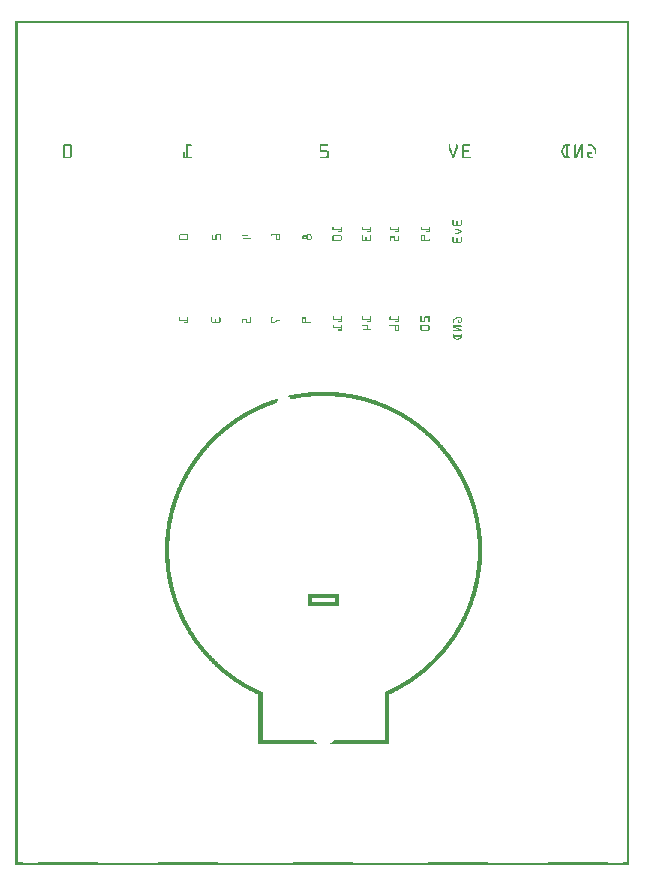
<source format=gbo>
G04 MADE WITH FRITZING*
G04 WWW.FRITZING.ORG*
G04 DOUBLE SIDED*
G04 HOLES PLATED*
G04 CONTOUR ON CENTER OF CONTOUR VECTOR*
%ASAXBY*%
%FSLAX23Y23*%
%MOIN*%
%OFA0B0*%
%SFA1.0B1.0*%
%ADD10R,0.001000X0.001000*%
%LNSILK0*%
G90*
G70*
G54D10*
X0Y2815D02*
X2046Y2815D01*
X0Y2814D02*
X2046Y2814D01*
X0Y2813D02*
X2046Y2813D01*
X0Y2812D02*
X2046Y2812D01*
X0Y2811D02*
X2046Y2811D01*
X0Y2810D02*
X2046Y2810D01*
X0Y2809D02*
X2046Y2809D01*
X0Y2808D02*
X2046Y2808D01*
X0Y2807D02*
X7Y2807D01*
X2039Y2807D02*
X2046Y2807D01*
X0Y2806D02*
X7Y2806D01*
X2039Y2806D02*
X2046Y2806D01*
X0Y2805D02*
X7Y2805D01*
X2039Y2805D02*
X2046Y2805D01*
X0Y2804D02*
X7Y2804D01*
X2039Y2804D02*
X2046Y2804D01*
X0Y2803D02*
X7Y2803D01*
X2039Y2803D02*
X2046Y2803D01*
X0Y2802D02*
X7Y2802D01*
X2039Y2802D02*
X2046Y2802D01*
X0Y2801D02*
X7Y2801D01*
X2039Y2801D02*
X2046Y2801D01*
X0Y2800D02*
X7Y2800D01*
X2039Y2800D02*
X2046Y2800D01*
X0Y2799D02*
X7Y2799D01*
X2039Y2799D02*
X2046Y2799D01*
X0Y2798D02*
X7Y2798D01*
X2039Y2798D02*
X2046Y2798D01*
X0Y2797D02*
X7Y2797D01*
X2039Y2797D02*
X2046Y2797D01*
X0Y2796D02*
X7Y2796D01*
X2039Y2796D02*
X2046Y2796D01*
X0Y2795D02*
X7Y2795D01*
X2039Y2795D02*
X2046Y2795D01*
X0Y2794D02*
X7Y2794D01*
X2039Y2794D02*
X2046Y2794D01*
X0Y2793D02*
X7Y2793D01*
X2039Y2793D02*
X2046Y2793D01*
X0Y2792D02*
X7Y2792D01*
X2039Y2792D02*
X2046Y2792D01*
X0Y2791D02*
X7Y2791D01*
X2039Y2791D02*
X2046Y2791D01*
X0Y2790D02*
X7Y2790D01*
X2039Y2790D02*
X2046Y2790D01*
X0Y2789D02*
X7Y2789D01*
X2039Y2789D02*
X2046Y2789D01*
X0Y2788D02*
X7Y2788D01*
X2039Y2788D02*
X2046Y2788D01*
X0Y2787D02*
X7Y2787D01*
X2039Y2787D02*
X2046Y2787D01*
X0Y2786D02*
X7Y2786D01*
X2039Y2786D02*
X2046Y2786D01*
X0Y2785D02*
X7Y2785D01*
X2039Y2785D02*
X2046Y2785D01*
X0Y2784D02*
X7Y2784D01*
X2039Y2784D02*
X2046Y2784D01*
X0Y2783D02*
X7Y2783D01*
X2039Y2783D02*
X2046Y2783D01*
X0Y2782D02*
X7Y2782D01*
X2039Y2782D02*
X2046Y2782D01*
X0Y2781D02*
X7Y2781D01*
X2039Y2781D02*
X2046Y2781D01*
X0Y2780D02*
X7Y2780D01*
X2039Y2780D02*
X2046Y2780D01*
X0Y2779D02*
X7Y2779D01*
X2039Y2779D02*
X2046Y2779D01*
X0Y2778D02*
X7Y2778D01*
X2039Y2778D02*
X2046Y2778D01*
X0Y2777D02*
X7Y2777D01*
X2039Y2777D02*
X2046Y2777D01*
X0Y2776D02*
X7Y2776D01*
X2039Y2776D02*
X2046Y2776D01*
X0Y2775D02*
X7Y2775D01*
X2039Y2775D02*
X2046Y2775D01*
X0Y2774D02*
X7Y2774D01*
X2039Y2774D02*
X2046Y2774D01*
X0Y2773D02*
X7Y2773D01*
X2039Y2773D02*
X2046Y2773D01*
X0Y2772D02*
X7Y2772D01*
X2039Y2772D02*
X2046Y2772D01*
X0Y2771D02*
X7Y2771D01*
X2039Y2771D02*
X2046Y2771D01*
X0Y2770D02*
X7Y2770D01*
X2039Y2770D02*
X2046Y2770D01*
X0Y2769D02*
X7Y2769D01*
X2039Y2769D02*
X2046Y2769D01*
X0Y2768D02*
X7Y2768D01*
X2039Y2768D02*
X2046Y2768D01*
X0Y2767D02*
X7Y2767D01*
X2039Y2767D02*
X2046Y2767D01*
X0Y2766D02*
X7Y2766D01*
X2039Y2766D02*
X2046Y2766D01*
X0Y2765D02*
X7Y2765D01*
X2039Y2765D02*
X2046Y2765D01*
X0Y2764D02*
X7Y2764D01*
X2039Y2764D02*
X2046Y2764D01*
X0Y2763D02*
X7Y2763D01*
X2039Y2763D02*
X2046Y2763D01*
X0Y2762D02*
X7Y2762D01*
X2039Y2762D02*
X2046Y2762D01*
X0Y2761D02*
X7Y2761D01*
X2039Y2761D02*
X2046Y2761D01*
X0Y2760D02*
X7Y2760D01*
X2039Y2760D02*
X2046Y2760D01*
X0Y2759D02*
X7Y2759D01*
X2039Y2759D02*
X2046Y2759D01*
X0Y2758D02*
X7Y2758D01*
X2039Y2758D02*
X2046Y2758D01*
X0Y2757D02*
X7Y2757D01*
X2039Y2757D02*
X2046Y2757D01*
X0Y2756D02*
X7Y2756D01*
X2039Y2756D02*
X2046Y2756D01*
X0Y2755D02*
X7Y2755D01*
X2039Y2755D02*
X2046Y2755D01*
X0Y2754D02*
X7Y2754D01*
X2039Y2754D02*
X2046Y2754D01*
X0Y2753D02*
X7Y2753D01*
X2039Y2753D02*
X2046Y2753D01*
X0Y2752D02*
X7Y2752D01*
X2039Y2752D02*
X2046Y2752D01*
X0Y2751D02*
X7Y2751D01*
X2039Y2751D02*
X2046Y2751D01*
X0Y2750D02*
X7Y2750D01*
X2039Y2750D02*
X2046Y2750D01*
X0Y2749D02*
X7Y2749D01*
X2039Y2749D02*
X2046Y2749D01*
X0Y2748D02*
X7Y2748D01*
X2039Y2748D02*
X2046Y2748D01*
X0Y2747D02*
X7Y2747D01*
X2039Y2747D02*
X2046Y2747D01*
X0Y2746D02*
X7Y2746D01*
X2039Y2746D02*
X2046Y2746D01*
X0Y2745D02*
X7Y2745D01*
X2039Y2745D02*
X2046Y2745D01*
X0Y2744D02*
X7Y2744D01*
X2039Y2744D02*
X2046Y2744D01*
X0Y2743D02*
X7Y2743D01*
X2039Y2743D02*
X2046Y2743D01*
X0Y2742D02*
X7Y2742D01*
X2039Y2742D02*
X2046Y2742D01*
X0Y2741D02*
X7Y2741D01*
X2039Y2741D02*
X2046Y2741D01*
X0Y2740D02*
X7Y2740D01*
X2039Y2740D02*
X2046Y2740D01*
X0Y2739D02*
X7Y2739D01*
X2039Y2739D02*
X2046Y2739D01*
X0Y2738D02*
X7Y2738D01*
X2039Y2738D02*
X2046Y2738D01*
X0Y2737D02*
X7Y2737D01*
X2039Y2737D02*
X2046Y2737D01*
X0Y2736D02*
X7Y2736D01*
X2039Y2736D02*
X2046Y2736D01*
X0Y2735D02*
X7Y2735D01*
X2039Y2735D02*
X2046Y2735D01*
X0Y2734D02*
X7Y2734D01*
X2039Y2734D02*
X2046Y2734D01*
X0Y2733D02*
X7Y2733D01*
X2039Y2733D02*
X2046Y2733D01*
X0Y2732D02*
X7Y2732D01*
X2039Y2732D02*
X2046Y2732D01*
X0Y2731D02*
X7Y2731D01*
X2039Y2731D02*
X2046Y2731D01*
X0Y2730D02*
X7Y2730D01*
X2039Y2730D02*
X2046Y2730D01*
X0Y2729D02*
X7Y2729D01*
X2039Y2729D02*
X2046Y2729D01*
X0Y2728D02*
X7Y2728D01*
X2039Y2728D02*
X2046Y2728D01*
X0Y2727D02*
X7Y2727D01*
X2039Y2727D02*
X2046Y2727D01*
X0Y2726D02*
X7Y2726D01*
X2039Y2726D02*
X2046Y2726D01*
X0Y2725D02*
X7Y2725D01*
X2039Y2725D02*
X2046Y2725D01*
X0Y2724D02*
X7Y2724D01*
X2039Y2724D02*
X2046Y2724D01*
X0Y2723D02*
X7Y2723D01*
X2039Y2723D02*
X2046Y2723D01*
X0Y2722D02*
X7Y2722D01*
X2039Y2722D02*
X2046Y2722D01*
X0Y2721D02*
X7Y2721D01*
X2039Y2721D02*
X2046Y2721D01*
X0Y2720D02*
X7Y2720D01*
X2039Y2720D02*
X2046Y2720D01*
X0Y2719D02*
X7Y2719D01*
X2039Y2719D02*
X2046Y2719D01*
X0Y2718D02*
X7Y2718D01*
X2039Y2718D02*
X2046Y2718D01*
X0Y2717D02*
X7Y2717D01*
X2039Y2717D02*
X2046Y2717D01*
X0Y2716D02*
X7Y2716D01*
X2039Y2716D02*
X2046Y2716D01*
X0Y2715D02*
X7Y2715D01*
X2039Y2715D02*
X2046Y2715D01*
X0Y2714D02*
X7Y2714D01*
X2039Y2714D02*
X2046Y2714D01*
X0Y2713D02*
X7Y2713D01*
X2039Y2713D02*
X2046Y2713D01*
X0Y2712D02*
X7Y2712D01*
X2039Y2712D02*
X2046Y2712D01*
X0Y2711D02*
X7Y2711D01*
X2039Y2711D02*
X2046Y2711D01*
X0Y2710D02*
X7Y2710D01*
X2039Y2710D02*
X2046Y2710D01*
X0Y2709D02*
X7Y2709D01*
X2039Y2709D02*
X2046Y2709D01*
X0Y2708D02*
X7Y2708D01*
X2039Y2708D02*
X2046Y2708D01*
X0Y2707D02*
X7Y2707D01*
X2039Y2707D02*
X2046Y2707D01*
X0Y2706D02*
X7Y2706D01*
X2039Y2706D02*
X2046Y2706D01*
X0Y2705D02*
X7Y2705D01*
X2039Y2705D02*
X2046Y2705D01*
X0Y2704D02*
X7Y2704D01*
X2039Y2704D02*
X2046Y2704D01*
X0Y2703D02*
X7Y2703D01*
X2039Y2703D02*
X2046Y2703D01*
X0Y2702D02*
X7Y2702D01*
X2039Y2702D02*
X2046Y2702D01*
X0Y2701D02*
X7Y2701D01*
X2039Y2701D02*
X2046Y2701D01*
X0Y2700D02*
X7Y2700D01*
X2039Y2700D02*
X2046Y2700D01*
X0Y2699D02*
X7Y2699D01*
X2039Y2699D02*
X2046Y2699D01*
X0Y2698D02*
X7Y2698D01*
X2039Y2698D02*
X2046Y2698D01*
X0Y2697D02*
X7Y2697D01*
X2039Y2697D02*
X2046Y2697D01*
X0Y2696D02*
X7Y2696D01*
X2039Y2696D02*
X2046Y2696D01*
X0Y2695D02*
X7Y2695D01*
X2039Y2695D02*
X2046Y2695D01*
X0Y2694D02*
X7Y2694D01*
X2039Y2694D02*
X2046Y2694D01*
X0Y2693D02*
X7Y2693D01*
X2039Y2693D02*
X2046Y2693D01*
X0Y2692D02*
X7Y2692D01*
X2039Y2692D02*
X2046Y2692D01*
X0Y2691D02*
X7Y2691D01*
X2039Y2691D02*
X2046Y2691D01*
X0Y2690D02*
X7Y2690D01*
X2039Y2690D02*
X2046Y2690D01*
X0Y2689D02*
X7Y2689D01*
X2039Y2689D02*
X2046Y2689D01*
X0Y2688D02*
X7Y2688D01*
X2039Y2688D02*
X2046Y2688D01*
X0Y2687D02*
X7Y2687D01*
X2039Y2687D02*
X2046Y2687D01*
X0Y2686D02*
X7Y2686D01*
X2039Y2686D02*
X2046Y2686D01*
X0Y2685D02*
X7Y2685D01*
X2039Y2685D02*
X2046Y2685D01*
X0Y2684D02*
X7Y2684D01*
X2039Y2684D02*
X2046Y2684D01*
X0Y2683D02*
X7Y2683D01*
X2039Y2683D02*
X2046Y2683D01*
X0Y2682D02*
X7Y2682D01*
X2039Y2682D02*
X2046Y2682D01*
X0Y2681D02*
X7Y2681D01*
X2039Y2681D02*
X2046Y2681D01*
X0Y2680D02*
X7Y2680D01*
X2039Y2680D02*
X2046Y2680D01*
X0Y2679D02*
X7Y2679D01*
X2039Y2679D02*
X2046Y2679D01*
X0Y2678D02*
X7Y2678D01*
X2039Y2678D02*
X2046Y2678D01*
X0Y2677D02*
X7Y2677D01*
X2039Y2677D02*
X2046Y2677D01*
X0Y2676D02*
X7Y2676D01*
X2039Y2676D02*
X2046Y2676D01*
X0Y2675D02*
X7Y2675D01*
X2039Y2675D02*
X2046Y2675D01*
X0Y2674D02*
X7Y2674D01*
X2039Y2674D02*
X2046Y2674D01*
X0Y2673D02*
X7Y2673D01*
X2039Y2673D02*
X2046Y2673D01*
X0Y2672D02*
X7Y2672D01*
X2039Y2672D02*
X2046Y2672D01*
X0Y2671D02*
X7Y2671D01*
X2039Y2671D02*
X2046Y2671D01*
X0Y2670D02*
X7Y2670D01*
X2039Y2670D02*
X2046Y2670D01*
X0Y2669D02*
X7Y2669D01*
X2039Y2669D02*
X2046Y2669D01*
X0Y2668D02*
X7Y2668D01*
X2039Y2668D02*
X2046Y2668D01*
X0Y2667D02*
X7Y2667D01*
X2039Y2667D02*
X2046Y2667D01*
X0Y2666D02*
X7Y2666D01*
X2039Y2666D02*
X2046Y2666D01*
X0Y2665D02*
X7Y2665D01*
X2039Y2665D02*
X2046Y2665D01*
X0Y2664D02*
X7Y2664D01*
X2039Y2664D02*
X2046Y2664D01*
X0Y2663D02*
X7Y2663D01*
X2039Y2663D02*
X2046Y2663D01*
X0Y2662D02*
X7Y2662D01*
X2039Y2662D02*
X2046Y2662D01*
X0Y2661D02*
X7Y2661D01*
X2039Y2661D02*
X2046Y2661D01*
X0Y2660D02*
X7Y2660D01*
X2039Y2660D02*
X2046Y2660D01*
X0Y2659D02*
X7Y2659D01*
X2039Y2659D02*
X2046Y2659D01*
X0Y2658D02*
X7Y2658D01*
X2039Y2658D02*
X2046Y2658D01*
X0Y2657D02*
X7Y2657D01*
X2039Y2657D02*
X2046Y2657D01*
X0Y2656D02*
X7Y2656D01*
X2039Y2656D02*
X2046Y2656D01*
X0Y2655D02*
X7Y2655D01*
X2039Y2655D02*
X2046Y2655D01*
X0Y2654D02*
X7Y2654D01*
X2039Y2654D02*
X2046Y2654D01*
X0Y2653D02*
X7Y2653D01*
X2039Y2653D02*
X2046Y2653D01*
X0Y2652D02*
X7Y2652D01*
X2039Y2652D02*
X2046Y2652D01*
X0Y2651D02*
X7Y2651D01*
X2039Y2651D02*
X2046Y2651D01*
X0Y2650D02*
X7Y2650D01*
X2039Y2650D02*
X2046Y2650D01*
X0Y2649D02*
X7Y2649D01*
X2039Y2649D02*
X2046Y2649D01*
X0Y2648D02*
X7Y2648D01*
X2039Y2648D02*
X2046Y2648D01*
X0Y2647D02*
X7Y2647D01*
X2039Y2647D02*
X2046Y2647D01*
X0Y2646D02*
X7Y2646D01*
X2039Y2646D02*
X2046Y2646D01*
X0Y2645D02*
X7Y2645D01*
X2039Y2645D02*
X2046Y2645D01*
X0Y2644D02*
X7Y2644D01*
X2039Y2644D02*
X2046Y2644D01*
X0Y2643D02*
X7Y2643D01*
X2039Y2643D02*
X2046Y2643D01*
X0Y2642D02*
X7Y2642D01*
X2039Y2642D02*
X2046Y2642D01*
X0Y2641D02*
X7Y2641D01*
X2039Y2641D02*
X2046Y2641D01*
X0Y2640D02*
X7Y2640D01*
X2039Y2640D02*
X2046Y2640D01*
X0Y2639D02*
X7Y2639D01*
X2039Y2639D02*
X2046Y2639D01*
X0Y2638D02*
X7Y2638D01*
X2039Y2638D02*
X2046Y2638D01*
X0Y2637D02*
X7Y2637D01*
X2039Y2637D02*
X2046Y2637D01*
X0Y2636D02*
X7Y2636D01*
X2039Y2636D02*
X2046Y2636D01*
X0Y2635D02*
X7Y2635D01*
X2039Y2635D02*
X2046Y2635D01*
X0Y2634D02*
X7Y2634D01*
X2039Y2634D02*
X2046Y2634D01*
X0Y2633D02*
X7Y2633D01*
X2039Y2633D02*
X2046Y2633D01*
X0Y2632D02*
X7Y2632D01*
X2039Y2632D02*
X2046Y2632D01*
X0Y2631D02*
X7Y2631D01*
X2039Y2631D02*
X2046Y2631D01*
X0Y2630D02*
X7Y2630D01*
X2039Y2630D02*
X2046Y2630D01*
X0Y2629D02*
X7Y2629D01*
X2039Y2629D02*
X2046Y2629D01*
X0Y2628D02*
X7Y2628D01*
X2039Y2628D02*
X2046Y2628D01*
X0Y2627D02*
X7Y2627D01*
X2039Y2627D02*
X2046Y2627D01*
X0Y2626D02*
X7Y2626D01*
X2039Y2626D02*
X2046Y2626D01*
X0Y2625D02*
X7Y2625D01*
X2039Y2625D02*
X2046Y2625D01*
X0Y2624D02*
X7Y2624D01*
X2039Y2624D02*
X2046Y2624D01*
X0Y2623D02*
X7Y2623D01*
X2039Y2623D02*
X2046Y2623D01*
X0Y2622D02*
X7Y2622D01*
X2039Y2622D02*
X2046Y2622D01*
X0Y2621D02*
X7Y2621D01*
X2039Y2621D02*
X2046Y2621D01*
X0Y2620D02*
X7Y2620D01*
X2039Y2620D02*
X2046Y2620D01*
X0Y2619D02*
X7Y2619D01*
X2039Y2619D02*
X2046Y2619D01*
X0Y2618D02*
X7Y2618D01*
X2039Y2618D02*
X2046Y2618D01*
X0Y2617D02*
X7Y2617D01*
X2039Y2617D02*
X2046Y2617D01*
X0Y2616D02*
X7Y2616D01*
X2039Y2616D02*
X2046Y2616D01*
X0Y2615D02*
X7Y2615D01*
X2039Y2615D02*
X2046Y2615D01*
X0Y2614D02*
X7Y2614D01*
X2039Y2614D02*
X2046Y2614D01*
X0Y2613D02*
X7Y2613D01*
X2039Y2613D02*
X2046Y2613D01*
X0Y2612D02*
X7Y2612D01*
X2039Y2612D02*
X2046Y2612D01*
X0Y2611D02*
X7Y2611D01*
X2039Y2611D02*
X2046Y2611D01*
X0Y2610D02*
X7Y2610D01*
X2039Y2610D02*
X2046Y2610D01*
X0Y2609D02*
X7Y2609D01*
X2039Y2609D02*
X2046Y2609D01*
X0Y2608D02*
X7Y2608D01*
X2039Y2608D02*
X2046Y2608D01*
X0Y2607D02*
X7Y2607D01*
X2039Y2607D02*
X2046Y2607D01*
X0Y2606D02*
X7Y2606D01*
X2039Y2606D02*
X2046Y2606D01*
X0Y2605D02*
X7Y2605D01*
X2039Y2605D02*
X2046Y2605D01*
X0Y2604D02*
X7Y2604D01*
X2039Y2604D02*
X2046Y2604D01*
X0Y2603D02*
X7Y2603D01*
X2039Y2603D02*
X2046Y2603D01*
X0Y2602D02*
X7Y2602D01*
X2039Y2602D02*
X2046Y2602D01*
X0Y2601D02*
X7Y2601D01*
X2039Y2601D02*
X2046Y2601D01*
X0Y2600D02*
X7Y2600D01*
X2039Y2600D02*
X2046Y2600D01*
X0Y2599D02*
X7Y2599D01*
X2039Y2599D02*
X2046Y2599D01*
X0Y2598D02*
X7Y2598D01*
X2039Y2598D02*
X2046Y2598D01*
X0Y2597D02*
X7Y2597D01*
X2039Y2597D02*
X2046Y2597D01*
X0Y2596D02*
X7Y2596D01*
X2039Y2596D02*
X2046Y2596D01*
X0Y2595D02*
X7Y2595D01*
X2039Y2595D02*
X2046Y2595D01*
X0Y2594D02*
X7Y2594D01*
X2039Y2594D02*
X2046Y2594D01*
X0Y2593D02*
X7Y2593D01*
X2039Y2593D02*
X2046Y2593D01*
X0Y2592D02*
X7Y2592D01*
X2039Y2592D02*
X2046Y2592D01*
X0Y2591D02*
X7Y2591D01*
X2039Y2591D02*
X2046Y2591D01*
X0Y2590D02*
X7Y2590D01*
X2039Y2590D02*
X2046Y2590D01*
X0Y2589D02*
X7Y2589D01*
X2039Y2589D02*
X2046Y2589D01*
X0Y2588D02*
X7Y2588D01*
X2039Y2588D02*
X2046Y2588D01*
X0Y2587D02*
X7Y2587D01*
X2039Y2587D02*
X2046Y2587D01*
X0Y2586D02*
X7Y2586D01*
X2039Y2586D02*
X2046Y2586D01*
X0Y2585D02*
X7Y2585D01*
X2039Y2585D02*
X2046Y2585D01*
X0Y2584D02*
X7Y2584D01*
X2039Y2584D02*
X2046Y2584D01*
X0Y2583D02*
X7Y2583D01*
X2039Y2583D02*
X2046Y2583D01*
X0Y2582D02*
X7Y2582D01*
X2039Y2582D02*
X2046Y2582D01*
X0Y2581D02*
X7Y2581D01*
X2039Y2581D02*
X2046Y2581D01*
X0Y2580D02*
X7Y2580D01*
X2039Y2580D02*
X2046Y2580D01*
X0Y2579D02*
X7Y2579D01*
X2039Y2579D02*
X2046Y2579D01*
X0Y2578D02*
X7Y2578D01*
X2039Y2578D02*
X2046Y2578D01*
X0Y2577D02*
X7Y2577D01*
X2039Y2577D02*
X2046Y2577D01*
X0Y2576D02*
X7Y2576D01*
X2039Y2576D02*
X2046Y2576D01*
X0Y2575D02*
X7Y2575D01*
X2039Y2575D02*
X2046Y2575D01*
X0Y2574D02*
X7Y2574D01*
X2039Y2574D02*
X2046Y2574D01*
X0Y2573D02*
X7Y2573D01*
X2039Y2573D02*
X2046Y2573D01*
X0Y2572D02*
X7Y2572D01*
X2039Y2572D02*
X2046Y2572D01*
X0Y2571D02*
X7Y2571D01*
X2039Y2571D02*
X2046Y2571D01*
X0Y2570D02*
X7Y2570D01*
X2039Y2570D02*
X2046Y2570D01*
X0Y2569D02*
X7Y2569D01*
X2039Y2569D02*
X2046Y2569D01*
X0Y2568D02*
X7Y2568D01*
X2039Y2568D02*
X2046Y2568D01*
X0Y2567D02*
X7Y2567D01*
X2039Y2567D02*
X2046Y2567D01*
X0Y2566D02*
X7Y2566D01*
X2039Y2566D02*
X2046Y2566D01*
X0Y2565D02*
X7Y2565D01*
X2039Y2565D02*
X2046Y2565D01*
X0Y2564D02*
X7Y2564D01*
X2039Y2564D02*
X2046Y2564D01*
X0Y2563D02*
X7Y2563D01*
X2039Y2563D02*
X2046Y2563D01*
X0Y2562D02*
X7Y2562D01*
X2039Y2562D02*
X2046Y2562D01*
X0Y2561D02*
X7Y2561D01*
X2039Y2561D02*
X2046Y2561D01*
X0Y2560D02*
X7Y2560D01*
X2039Y2560D02*
X2046Y2560D01*
X0Y2559D02*
X7Y2559D01*
X2039Y2559D02*
X2046Y2559D01*
X0Y2558D02*
X7Y2558D01*
X2039Y2558D02*
X2046Y2558D01*
X0Y2557D02*
X7Y2557D01*
X2039Y2557D02*
X2046Y2557D01*
X0Y2556D02*
X7Y2556D01*
X2039Y2556D02*
X2046Y2556D01*
X0Y2555D02*
X7Y2555D01*
X2039Y2555D02*
X2046Y2555D01*
X0Y2554D02*
X7Y2554D01*
X2039Y2554D02*
X2046Y2554D01*
X0Y2553D02*
X7Y2553D01*
X2039Y2553D02*
X2046Y2553D01*
X0Y2552D02*
X7Y2552D01*
X2039Y2552D02*
X2046Y2552D01*
X0Y2551D02*
X7Y2551D01*
X2039Y2551D02*
X2046Y2551D01*
X0Y2550D02*
X7Y2550D01*
X2039Y2550D02*
X2046Y2550D01*
X0Y2549D02*
X7Y2549D01*
X2039Y2549D02*
X2046Y2549D01*
X0Y2548D02*
X7Y2548D01*
X2039Y2548D02*
X2046Y2548D01*
X0Y2547D02*
X7Y2547D01*
X2039Y2547D02*
X2046Y2547D01*
X0Y2546D02*
X7Y2546D01*
X2039Y2546D02*
X2046Y2546D01*
X0Y2545D02*
X7Y2545D01*
X2039Y2545D02*
X2046Y2545D01*
X0Y2544D02*
X7Y2544D01*
X2039Y2544D02*
X2046Y2544D01*
X0Y2543D02*
X7Y2543D01*
X2039Y2543D02*
X2046Y2543D01*
X0Y2542D02*
X7Y2542D01*
X2039Y2542D02*
X2046Y2542D01*
X0Y2541D02*
X7Y2541D01*
X2039Y2541D02*
X2046Y2541D01*
X0Y2540D02*
X7Y2540D01*
X2039Y2540D02*
X2046Y2540D01*
X0Y2539D02*
X7Y2539D01*
X2039Y2539D02*
X2046Y2539D01*
X0Y2538D02*
X7Y2538D01*
X2039Y2538D02*
X2046Y2538D01*
X0Y2537D02*
X7Y2537D01*
X2039Y2537D02*
X2046Y2537D01*
X0Y2536D02*
X7Y2536D01*
X2039Y2536D02*
X2046Y2536D01*
X0Y2535D02*
X7Y2535D01*
X2039Y2535D02*
X2046Y2535D01*
X0Y2534D02*
X7Y2534D01*
X2039Y2534D02*
X2046Y2534D01*
X0Y2533D02*
X7Y2533D01*
X2039Y2533D02*
X2046Y2533D01*
X0Y2532D02*
X7Y2532D01*
X2039Y2532D02*
X2046Y2532D01*
X0Y2531D02*
X7Y2531D01*
X2039Y2531D02*
X2046Y2531D01*
X0Y2530D02*
X7Y2530D01*
X2039Y2530D02*
X2046Y2530D01*
X0Y2529D02*
X7Y2529D01*
X2039Y2529D02*
X2046Y2529D01*
X0Y2528D02*
X7Y2528D01*
X2039Y2528D02*
X2046Y2528D01*
X0Y2527D02*
X7Y2527D01*
X2039Y2527D02*
X2046Y2527D01*
X0Y2526D02*
X7Y2526D01*
X2039Y2526D02*
X2046Y2526D01*
X0Y2525D02*
X7Y2525D01*
X2039Y2525D02*
X2046Y2525D01*
X0Y2524D02*
X7Y2524D01*
X2039Y2524D02*
X2046Y2524D01*
X0Y2523D02*
X7Y2523D01*
X2039Y2523D02*
X2046Y2523D01*
X0Y2522D02*
X7Y2522D01*
X2039Y2522D02*
X2046Y2522D01*
X0Y2521D02*
X7Y2521D01*
X2039Y2521D02*
X2046Y2521D01*
X0Y2520D02*
X7Y2520D01*
X2039Y2520D02*
X2046Y2520D01*
X0Y2519D02*
X7Y2519D01*
X2039Y2519D02*
X2046Y2519D01*
X0Y2518D02*
X7Y2518D01*
X2039Y2518D02*
X2046Y2518D01*
X0Y2517D02*
X7Y2517D01*
X2039Y2517D02*
X2046Y2517D01*
X0Y2516D02*
X7Y2516D01*
X2039Y2516D02*
X2046Y2516D01*
X0Y2515D02*
X7Y2515D01*
X2039Y2515D02*
X2046Y2515D01*
X0Y2514D02*
X7Y2514D01*
X2039Y2514D02*
X2046Y2514D01*
X0Y2513D02*
X7Y2513D01*
X2039Y2513D02*
X2046Y2513D01*
X0Y2512D02*
X7Y2512D01*
X2039Y2512D02*
X2046Y2512D01*
X0Y2511D02*
X7Y2511D01*
X2039Y2511D02*
X2046Y2511D01*
X0Y2510D02*
X7Y2510D01*
X2039Y2510D02*
X2046Y2510D01*
X0Y2509D02*
X7Y2509D01*
X2039Y2509D02*
X2046Y2509D01*
X0Y2508D02*
X7Y2508D01*
X2039Y2508D02*
X2046Y2508D01*
X0Y2507D02*
X7Y2507D01*
X2039Y2507D02*
X2046Y2507D01*
X0Y2506D02*
X7Y2506D01*
X2039Y2506D02*
X2046Y2506D01*
X0Y2505D02*
X7Y2505D01*
X2039Y2505D02*
X2046Y2505D01*
X0Y2504D02*
X7Y2504D01*
X2039Y2504D02*
X2046Y2504D01*
X0Y2503D02*
X7Y2503D01*
X2039Y2503D02*
X2046Y2503D01*
X0Y2502D02*
X7Y2502D01*
X2039Y2502D02*
X2046Y2502D01*
X0Y2501D02*
X7Y2501D01*
X2039Y2501D02*
X2046Y2501D01*
X0Y2500D02*
X7Y2500D01*
X2039Y2500D02*
X2046Y2500D01*
X0Y2499D02*
X7Y2499D01*
X2039Y2499D02*
X2046Y2499D01*
X0Y2498D02*
X7Y2498D01*
X2039Y2498D02*
X2046Y2498D01*
X0Y2497D02*
X7Y2497D01*
X2039Y2497D02*
X2046Y2497D01*
X0Y2496D02*
X7Y2496D01*
X2039Y2496D02*
X2046Y2496D01*
X0Y2495D02*
X7Y2495D01*
X2039Y2495D02*
X2046Y2495D01*
X0Y2494D02*
X7Y2494D01*
X2039Y2494D02*
X2046Y2494D01*
X0Y2493D02*
X7Y2493D01*
X2039Y2493D02*
X2046Y2493D01*
X0Y2492D02*
X7Y2492D01*
X2039Y2492D02*
X2046Y2492D01*
X0Y2491D02*
X7Y2491D01*
X2039Y2491D02*
X2046Y2491D01*
X0Y2490D02*
X7Y2490D01*
X2039Y2490D02*
X2046Y2490D01*
X0Y2489D02*
X7Y2489D01*
X2039Y2489D02*
X2046Y2489D01*
X0Y2488D02*
X7Y2488D01*
X2039Y2488D02*
X2046Y2488D01*
X0Y2487D02*
X7Y2487D01*
X2039Y2487D02*
X2046Y2487D01*
X0Y2486D02*
X7Y2486D01*
X2039Y2486D02*
X2046Y2486D01*
X0Y2485D02*
X7Y2485D01*
X2039Y2485D02*
X2046Y2485D01*
X0Y2484D02*
X7Y2484D01*
X2039Y2484D02*
X2046Y2484D01*
X0Y2483D02*
X7Y2483D01*
X2039Y2483D02*
X2046Y2483D01*
X0Y2482D02*
X7Y2482D01*
X2039Y2482D02*
X2046Y2482D01*
X0Y2481D02*
X7Y2481D01*
X2039Y2481D02*
X2046Y2481D01*
X0Y2480D02*
X7Y2480D01*
X2039Y2480D02*
X2046Y2480D01*
X0Y2479D02*
X7Y2479D01*
X2039Y2479D02*
X2046Y2479D01*
X0Y2478D02*
X7Y2478D01*
X2039Y2478D02*
X2046Y2478D01*
X0Y2477D02*
X7Y2477D01*
X2039Y2477D02*
X2046Y2477D01*
X0Y2476D02*
X7Y2476D01*
X2039Y2476D02*
X2046Y2476D01*
X0Y2475D02*
X7Y2475D01*
X2039Y2475D02*
X2046Y2475D01*
X0Y2474D02*
X7Y2474D01*
X2039Y2474D02*
X2046Y2474D01*
X0Y2473D02*
X7Y2473D01*
X2039Y2473D02*
X2046Y2473D01*
X0Y2472D02*
X7Y2472D01*
X2039Y2472D02*
X2046Y2472D01*
X0Y2471D02*
X7Y2471D01*
X2039Y2471D02*
X2046Y2471D01*
X0Y2470D02*
X7Y2470D01*
X2039Y2470D02*
X2046Y2470D01*
X0Y2469D02*
X7Y2469D01*
X2039Y2469D02*
X2046Y2469D01*
X0Y2468D02*
X7Y2468D01*
X2039Y2468D02*
X2046Y2468D01*
X0Y2467D02*
X7Y2467D01*
X2039Y2467D02*
X2046Y2467D01*
X0Y2466D02*
X7Y2466D01*
X2039Y2466D02*
X2046Y2466D01*
X0Y2465D02*
X7Y2465D01*
X2039Y2465D02*
X2046Y2465D01*
X0Y2464D02*
X7Y2464D01*
X2039Y2464D02*
X2046Y2464D01*
X0Y2463D02*
X7Y2463D01*
X2039Y2463D02*
X2046Y2463D01*
X0Y2462D02*
X7Y2462D01*
X2039Y2462D02*
X2046Y2462D01*
X0Y2461D02*
X7Y2461D01*
X2039Y2461D02*
X2046Y2461D01*
X0Y2460D02*
X7Y2460D01*
X2039Y2460D02*
X2046Y2460D01*
X0Y2459D02*
X7Y2459D01*
X2039Y2459D02*
X2046Y2459D01*
X0Y2458D02*
X7Y2458D01*
X2039Y2458D02*
X2046Y2458D01*
X0Y2457D02*
X7Y2457D01*
X2039Y2457D02*
X2046Y2457D01*
X0Y2456D02*
X7Y2456D01*
X2039Y2456D02*
X2046Y2456D01*
X0Y2455D02*
X7Y2455D01*
X2039Y2455D02*
X2046Y2455D01*
X0Y2454D02*
X7Y2454D01*
X2039Y2454D02*
X2046Y2454D01*
X0Y2453D02*
X7Y2453D01*
X2039Y2453D02*
X2046Y2453D01*
X0Y2452D02*
X7Y2452D01*
X2039Y2452D02*
X2046Y2452D01*
X0Y2451D02*
X7Y2451D01*
X2039Y2451D02*
X2046Y2451D01*
X0Y2450D02*
X7Y2450D01*
X2039Y2450D02*
X2046Y2450D01*
X0Y2449D02*
X7Y2449D01*
X2039Y2449D02*
X2046Y2449D01*
X0Y2448D02*
X7Y2448D01*
X2039Y2448D02*
X2046Y2448D01*
X0Y2447D02*
X7Y2447D01*
X2039Y2447D02*
X2046Y2447D01*
X0Y2446D02*
X7Y2446D01*
X2039Y2446D02*
X2046Y2446D01*
X0Y2445D02*
X7Y2445D01*
X2039Y2445D02*
X2046Y2445D01*
X0Y2444D02*
X7Y2444D01*
X2039Y2444D02*
X2046Y2444D01*
X0Y2443D02*
X7Y2443D01*
X2039Y2443D02*
X2046Y2443D01*
X0Y2442D02*
X7Y2442D01*
X2039Y2442D02*
X2046Y2442D01*
X0Y2441D02*
X7Y2441D01*
X2039Y2441D02*
X2046Y2441D01*
X0Y2440D02*
X7Y2440D01*
X2039Y2440D02*
X2046Y2440D01*
X0Y2439D02*
X7Y2439D01*
X2039Y2439D02*
X2046Y2439D01*
X0Y2438D02*
X7Y2438D01*
X2039Y2438D02*
X2046Y2438D01*
X0Y2437D02*
X7Y2437D01*
X2039Y2437D02*
X2046Y2437D01*
X0Y2436D02*
X7Y2436D01*
X2039Y2436D02*
X2046Y2436D01*
X0Y2435D02*
X7Y2435D01*
X2039Y2435D02*
X2046Y2435D01*
X0Y2434D02*
X7Y2434D01*
X2039Y2434D02*
X2046Y2434D01*
X0Y2433D02*
X7Y2433D01*
X2039Y2433D02*
X2046Y2433D01*
X0Y2432D02*
X7Y2432D01*
X2039Y2432D02*
X2046Y2432D01*
X0Y2431D02*
X7Y2431D01*
X2039Y2431D02*
X2046Y2431D01*
X0Y2430D02*
X7Y2430D01*
X2039Y2430D02*
X2046Y2430D01*
X0Y2429D02*
X7Y2429D01*
X2039Y2429D02*
X2046Y2429D01*
X0Y2428D02*
X7Y2428D01*
X2039Y2428D02*
X2046Y2428D01*
X0Y2427D02*
X7Y2427D01*
X2039Y2427D02*
X2046Y2427D01*
X0Y2426D02*
X7Y2426D01*
X2039Y2426D02*
X2046Y2426D01*
X0Y2425D02*
X7Y2425D01*
X2039Y2425D02*
X2046Y2425D01*
X0Y2424D02*
X7Y2424D01*
X2039Y2424D02*
X2046Y2424D01*
X0Y2423D02*
X7Y2423D01*
X2039Y2423D02*
X2046Y2423D01*
X0Y2422D02*
X7Y2422D01*
X2039Y2422D02*
X2046Y2422D01*
X0Y2421D02*
X7Y2421D01*
X2039Y2421D02*
X2046Y2421D01*
X0Y2420D02*
X7Y2420D01*
X2039Y2420D02*
X2046Y2420D01*
X0Y2419D02*
X7Y2419D01*
X2039Y2419D02*
X2046Y2419D01*
X0Y2418D02*
X7Y2418D01*
X2039Y2418D02*
X2046Y2418D01*
X0Y2417D02*
X7Y2417D01*
X2039Y2417D02*
X2046Y2417D01*
X0Y2416D02*
X7Y2416D01*
X2039Y2416D02*
X2046Y2416D01*
X0Y2415D02*
X7Y2415D01*
X2039Y2415D02*
X2046Y2415D01*
X0Y2414D02*
X7Y2414D01*
X2039Y2414D02*
X2046Y2414D01*
X0Y2413D02*
X7Y2413D01*
X2039Y2413D02*
X2046Y2413D01*
X0Y2412D02*
X7Y2412D01*
X2039Y2412D02*
X2046Y2412D01*
X0Y2411D02*
X7Y2411D01*
X2039Y2411D02*
X2046Y2411D01*
X0Y2410D02*
X7Y2410D01*
X2039Y2410D02*
X2046Y2410D01*
X0Y2409D02*
X7Y2409D01*
X2039Y2409D02*
X2046Y2409D01*
X0Y2408D02*
X7Y2408D01*
X2039Y2408D02*
X2046Y2408D01*
X0Y2407D02*
X7Y2407D01*
X2039Y2407D02*
X2046Y2407D01*
X0Y2406D02*
X7Y2406D01*
X2039Y2406D02*
X2046Y2406D01*
X0Y2405D02*
X7Y2405D01*
X2039Y2405D02*
X2046Y2405D01*
X0Y2404D02*
X7Y2404D01*
X2039Y2404D02*
X2046Y2404D01*
X0Y2403D02*
X7Y2403D01*
X161Y2403D02*
X184Y2403D01*
X570Y2403D02*
X586Y2403D01*
X1017Y2403D02*
X1042Y2403D01*
X1445Y2403D02*
X1448Y2403D01*
X1469Y2403D02*
X1472Y2403D01*
X1491Y2403D02*
X1516Y2403D01*
X1831Y2403D02*
X1847Y2403D01*
X1864Y2403D02*
X1867Y2403D01*
X1885Y2403D02*
X1892Y2403D01*
X1908Y2403D02*
X1922Y2403D01*
X2039Y2403D02*
X2046Y2403D01*
X0Y2402D02*
X7Y2402D01*
X160Y2402D02*
X186Y2402D01*
X570Y2402D02*
X587Y2402D01*
X1015Y2402D02*
X1043Y2402D01*
X1444Y2402D02*
X1449Y2402D01*
X1469Y2402D02*
X1473Y2402D01*
X1490Y2402D02*
X1517Y2402D01*
X1830Y2402D02*
X1848Y2402D01*
X1863Y2402D02*
X1868Y2402D01*
X1884Y2402D02*
X1892Y2402D01*
X1907Y2402D02*
X1924Y2402D01*
X2039Y2402D02*
X2046Y2402D01*
X0Y2401D02*
X7Y2401D01*
X159Y2401D02*
X186Y2401D01*
X570Y2401D02*
X587Y2401D01*
X1015Y2401D02*
X1043Y2401D01*
X1444Y2401D02*
X1449Y2401D01*
X1468Y2401D02*
X1473Y2401D01*
X1489Y2401D02*
X1517Y2401D01*
X1829Y2401D02*
X1848Y2401D01*
X1863Y2401D02*
X1868Y2401D01*
X1884Y2401D02*
X1892Y2401D01*
X1907Y2401D02*
X1925Y2401D01*
X2039Y2401D02*
X2046Y2401D01*
X0Y2400D02*
X7Y2400D01*
X159Y2400D02*
X187Y2400D01*
X570Y2400D02*
X587Y2400D01*
X1014Y2400D02*
X1043Y2400D01*
X1444Y2400D02*
X1449Y2400D01*
X1468Y2400D02*
X1473Y2400D01*
X1488Y2400D02*
X1517Y2400D01*
X1828Y2400D02*
X1848Y2400D01*
X1863Y2400D02*
X1868Y2400D01*
X1883Y2400D02*
X1892Y2400D01*
X1907Y2400D02*
X1926Y2400D01*
X2039Y2400D02*
X2046Y2400D01*
X0Y2399D02*
X7Y2399D01*
X158Y2399D02*
X187Y2399D01*
X570Y2399D02*
X587Y2399D01*
X1014Y2399D02*
X1042Y2399D01*
X1444Y2399D02*
X1449Y2399D01*
X1468Y2399D02*
X1473Y2399D01*
X1488Y2399D02*
X1516Y2399D01*
X1827Y2399D02*
X1848Y2399D01*
X1863Y2399D02*
X1868Y2399D01*
X1883Y2399D02*
X1892Y2399D01*
X1908Y2399D02*
X1926Y2399D01*
X2039Y2399D02*
X2046Y2399D01*
X0Y2398D02*
X7Y2398D01*
X158Y2398D02*
X187Y2398D01*
X570Y2398D02*
X585Y2398D01*
X1014Y2398D02*
X1041Y2398D01*
X1444Y2398D02*
X1449Y2398D01*
X1468Y2398D02*
X1473Y2398D01*
X1488Y2398D02*
X1515Y2398D01*
X1826Y2398D02*
X1846Y2398D01*
X1863Y2398D02*
X1868Y2398D01*
X1883Y2398D02*
X1892Y2398D01*
X1909Y2398D02*
X1927Y2398D01*
X2039Y2398D02*
X2046Y2398D01*
X0Y2397D02*
X7Y2397D01*
X158Y2397D02*
X163Y2397D01*
X182Y2397D02*
X187Y2397D01*
X570Y2397D02*
X575Y2397D01*
X1014Y2397D02*
X1019Y2397D01*
X1444Y2397D02*
X1449Y2397D01*
X1468Y2397D02*
X1473Y2397D01*
X1488Y2397D02*
X1493Y2397D01*
X1826Y2397D02*
X1832Y2397D01*
X1837Y2397D02*
X1842Y2397D01*
X1863Y2397D02*
X1868Y2397D01*
X1882Y2397D02*
X1892Y2397D01*
X1921Y2397D02*
X1928Y2397D01*
X2039Y2397D02*
X2046Y2397D01*
X0Y2396D02*
X7Y2396D01*
X158Y2396D02*
X163Y2396D01*
X182Y2396D02*
X187Y2396D01*
X570Y2396D02*
X575Y2396D01*
X1014Y2396D02*
X1019Y2396D01*
X1444Y2396D02*
X1449Y2396D01*
X1468Y2396D02*
X1473Y2396D01*
X1488Y2396D02*
X1493Y2396D01*
X1825Y2396D02*
X1831Y2396D01*
X1837Y2396D02*
X1842Y2396D01*
X1863Y2396D02*
X1868Y2396D01*
X1882Y2396D02*
X1892Y2396D01*
X1922Y2396D02*
X1929Y2396D01*
X2039Y2396D02*
X2046Y2396D01*
X0Y2395D02*
X7Y2395D01*
X158Y2395D02*
X163Y2395D01*
X182Y2395D02*
X187Y2395D01*
X570Y2395D02*
X575Y2395D01*
X1014Y2395D02*
X1019Y2395D01*
X1444Y2395D02*
X1449Y2395D01*
X1468Y2395D02*
X1473Y2395D01*
X1488Y2395D02*
X1493Y2395D01*
X1825Y2395D02*
X1831Y2395D01*
X1837Y2395D02*
X1842Y2395D01*
X1863Y2395D02*
X1868Y2395D01*
X1881Y2395D02*
X1892Y2395D01*
X1923Y2395D02*
X1929Y2395D01*
X2039Y2395D02*
X2046Y2395D01*
X0Y2394D02*
X7Y2394D01*
X158Y2394D02*
X163Y2394D01*
X182Y2394D02*
X187Y2394D01*
X570Y2394D02*
X575Y2394D01*
X1014Y2394D02*
X1019Y2394D01*
X1444Y2394D02*
X1449Y2394D01*
X1468Y2394D02*
X1473Y2394D01*
X1488Y2394D02*
X1493Y2394D01*
X1824Y2394D02*
X1830Y2394D01*
X1837Y2394D02*
X1842Y2394D01*
X1863Y2394D02*
X1868Y2394D01*
X1881Y2394D02*
X1892Y2394D01*
X1923Y2394D02*
X1930Y2394D01*
X2039Y2394D02*
X2046Y2394D01*
X0Y2393D02*
X7Y2393D01*
X158Y2393D02*
X163Y2393D01*
X182Y2393D02*
X187Y2393D01*
X570Y2393D02*
X575Y2393D01*
X1014Y2393D02*
X1019Y2393D01*
X1444Y2393D02*
X1449Y2393D01*
X1468Y2393D02*
X1473Y2393D01*
X1488Y2393D02*
X1493Y2393D01*
X1824Y2393D02*
X1830Y2393D01*
X1837Y2393D02*
X1842Y2393D01*
X1863Y2393D02*
X1868Y2393D01*
X1880Y2393D02*
X1892Y2393D01*
X1924Y2393D02*
X1931Y2393D01*
X2039Y2393D02*
X2046Y2393D01*
X0Y2392D02*
X7Y2392D01*
X158Y2392D02*
X163Y2392D01*
X182Y2392D02*
X187Y2392D01*
X570Y2392D02*
X575Y2392D01*
X1014Y2392D02*
X1019Y2392D01*
X1444Y2392D02*
X1449Y2392D01*
X1468Y2392D02*
X1473Y2392D01*
X1488Y2392D02*
X1493Y2392D01*
X1823Y2392D02*
X1829Y2392D01*
X1837Y2392D02*
X1842Y2392D01*
X1863Y2392D02*
X1868Y2392D01*
X1880Y2392D02*
X1892Y2392D01*
X1925Y2392D02*
X1932Y2392D01*
X2039Y2392D02*
X2046Y2392D01*
X0Y2391D02*
X7Y2391D01*
X158Y2391D02*
X163Y2391D01*
X182Y2391D02*
X187Y2391D01*
X570Y2391D02*
X575Y2391D01*
X1014Y2391D02*
X1019Y2391D01*
X1444Y2391D02*
X1449Y2391D01*
X1468Y2391D02*
X1473Y2391D01*
X1488Y2391D02*
X1493Y2391D01*
X1823Y2391D02*
X1829Y2391D01*
X1837Y2391D02*
X1842Y2391D01*
X1863Y2391D02*
X1868Y2391D01*
X1879Y2391D02*
X1885Y2391D01*
X1887Y2391D02*
X1892Y2391D01*
X1926Y2391D02*
X1932Y2391D01*
X2039Y2391D02*
X2046Y2391D01*
X0Y2390D02*
X7Y2390D01*
X158Y2390D02*
X163Y2390D01*
X182Y2390D02*
X187Y2390D01*
X570Y2390D02*
X575Y2390D01*
X1014Y2390D02*
X1019Y2390D01*
X1444Y2390D02*
X1450Y2390D01*
X1468Y2390D02*
X1473Y2390D01*
X1488Y2390D02*
X1493Y2390D01*
X1822Y2390D02*
X1828Y2390D01*
X1837Y2390D02*
X1842Y2390D01*
X1863Y2390D02*
X1868Y2390D01*
X1879Y2390D02*
X1885Y2390D01*
X1887Y2390D02*
X1892Y2390D01*
X1927Y2390D02*
X1933Y2390D01*
X2039Y2390D02*
X2046Y2390D01*
X0Y2389D02*
X7Y2389D01*
X158Y2389D02*
X163Y2389D01*
X182Y2389D02*
X187Y2389D01*
X570Y2389D02*
X575Y2389D01*
X1014Y2389D02*
X1019Y2389D01*
X1445Y2389D02*
X1450Y2389D01*
X1467Y2389D02*
X1473Y2389D01*
X1488Y2389D02*
X1493Y2389D01*
X1822Y2389D02*
X1828Y2389D01*
X1837Y2389D02*
X1842Y2389D01*
X1863Y2389D02*
X1868Y2389D01*
X1879Y2389D02*
X1884Y2389D01*
X1887Y2389D02*
X1892Y2389D01*
X1927Y2389D02*
X1934Y2389D01*
X2039Y2389D02*
X2046Y2389D01*
X0Y2388D02*
X7Y2388D01*
X158Y2388D02*
X163Y2388D01*
X182Y2388D02*
X187Y2388D01*
X570Y2388D02*
X575Y2388D01*
X1014Y2388D02*
X1019Y2388D01*
X1445Y2388D02*
X1451Y2388D01*
X1467Y2388D02*
X1473Y2388D01*
X1488Y2388D02*
X1493Y2388D01*
X1821Y2388D02*
X1827Y2388D01*
X1837Y2388D02*
X1842Y2388D01*
X1863Y2388D02*
X1868Y2388D01*
X1878Y2388D02*
X1884Y2388D01*
X1887Y2388D02*
X1892Y2388D01*
X1928Y2388D02*
X1935Y2388D01*
X2039Y2388D02*
X2046Y2388D01*
X0Y2387D02*
X7Y2387D01*
X158Y2387D02*
X163Y2387D01*
X182Y2387D02*
X187Y2387D01*
X570Y2387D02*
X575Y2387D01*
X1014Y2387D02*
X1019Y2387D01*
X1445Y2387D02*
X1451Y2387D01*
X1467Y2387D02*
X1472Y2387D01*
X1488Y2387D02*
X1493Y2387D01*
X1821Y2387D02*
X1827Y2387D01*
X1837Y2387D02*
X1842Y2387D01*
X1863Y2387D02*
X1868Y2387D01*
X1878Y2387D02*
X1883Y2387D01*
X1887Y2387D02*
X1892Y2387D01*
X1929Y2387D02*
X1935Y2387D01*
X2039Y2387D02*
X2046Y2387D01*
X0Y2386D02*
X7Y2386D01*
X158Y2386D02*
X163Y2386D01*
X182Y2386D02*
X187Y2386D01*
X570Y2386D02*
X575Y2386D01*
X1014Y2386D02*
X1019Y2386D01*
X1446Y2386D02*
X1451Y2386D01*
X1466Y2386D02*
X1472Y2386D01*
X1488Y2386D02*
X1493Y2386D01*
X1821Y2386D02*
X1826Y2386D01*
X1837Y2386D02*
X1842Y2386D01*
X1863Y2386D02*
X1868Y2386D01*
X1877Y2386D02*
X1883Y2386D01*
X1887Y2386D02*
X1892Y2386D01*
X1930Y2386D02*
X1935Y2386D01*
X2039Y2386D02*
X2046Y2386D01*
X0Y2385D02*
X7Y2385D01*
X158Y2385D02*
X163Y2385D01*
X182Y2385D02*
X187Y2385D01*
X570Y2385D02*
X575Y2385D01*
X1014Y2385D02*
X1019Y2385D01*
X1446Y2385D02*
X1452Y2385D01*
X1466Y2385D02*
X1471Y2385D01*
X1488Y2385D02*
X1494Y2385D01*
X1820Y2385D02*
X1826Y2385D01*
X1837Y2385D02*
X1842Y2385D01*
X1863Y2385D02*
X1868Y2385D01*
X1877Y2385D02*
X1883Y2385D01*
X1887Y2385D02*
X1892Y2385D01*
X1930Y2385D02*
X1936Y2385D01*
X2039Y2385D02*
X2046Y2385D01*
X0Y2384D02*
X7Y2384D01*
X158Y2384D02*
X163Y2384D01*
X182Y2384D02*
X187Y2384D01*
X570Y2384D02*
X575Y2384D01*
X1014Y2384D02*
X1019Y2384D01*
X1447Y2384D02*
X1452Y2384D01*
X1465Y2384D02*
X1471Y2384D01*
X1488Y2384D02*
X1494Y2384D01*
X1820Y2384D02*
X1825Y2384D01*
X1837Y2384D02*
X1842Y2384D01*
X1863Y2384D02*
X1868Y2384D01*
X1876Y2384D02*
X1882Y2384D01*
X1887Y2384D02*
X1892Y2384D01*
X1931Y2384D02*
X1936Y2384D01*
X2039Y2384D02*
X2046Y2384D01*
X0Y2383D02*
X7Y2383D01*
X158Y2383D02*
X163Y2383D01*
X182Y2383D02*
X187Y2383D01*
X570Y2383D02*
X575Y2383D01*
X1014Y2383D02*
X1039Y2383D01*
X1447Y2383D02*
X1453Y2383D01*
X1465Y2383D02*
X1471Y2383D01*
X1489Y2383D02*
X1510Y2383D01*
X1820Y2383D02*
X1825Y2383D01*
X1837Y2383D02*
X1842Y2383D01*
X1863Y2383D02*
X1868Y2383D01*
X1876Y2383D02*
X1882Y2383D01*
X1887Y2383D02*
X1892Y2383D01*
X1931Y2383D02*
X1936Y2383D01*
X2039Y2383D02*
X2046Y2383D01*
X0Y2382D02*
X7Y2382D01*
X158Y2382D02*
X163Y2382D01*
X182Y2382D02*
X187Y2382D01*
X570Y2382D02*
X575Y2382D01*
X1014Y2382D02*
X1040Y2382D01*
X1447Y2382D02*
X1453Y2382D01*
X1465Y2382D02*
X1470Y2382D01*
X1489Y2382D02*
X1511Y2382D01*
X1819Y2382D02*
X1825Y2382D01*
X1837Y2382D02*
X1842Y2382D01*
X1863Y2382D02*
X1868Y2382D01*
X1876Y2382D02*
X1881Y2382D01*
X1887Y2382D02*
X1892Y2382D01*
X1931Y2382D02*
X1936Y2382D01*
X2039Y2382D02*
X2046Y2382D01*
X0Y2381D02*
X7Y2381D01*
X158Y2381D02*
X163Y2381D01*
X182Y2381D02*
X187Y2381D01*
X570Y2381D02*
X575Y2381D01*
X1014Y2381D02*
X1041Y2381D01*
X1448Y2381D02*
X1453Y2381D01*
X1464Y2381D02*
X1470Y2381D01*
X1490Y2381D02*
X1511Y2381D01*
X1819Y2381D02*
X1824Y2381D01*
X1837Y2381D02*
X1842Y2381D01*
X1863Y2381D02*
X1868Y2381D01*
X1875Y2381D02*
X1881Y2381D01*
X1887Y2381D02*
X1892Y2381D01*
X1931Y2381D02*
X1936Y2381D01*
X2039Y2381D02*
X2046Y2381D01*
X0Y2380D02*
X7Y2380D01*
X158Y2380D02*
X163Y2380D01*
X182Y2380D02*
X187Y2380D01*
X570Y2380D02*
X575Y2380D01*
X1015Y2380D02*
X1042Y2380D01*
X1448Y2380D02*
X1454Y2380D01*
X1464Y2380D02*
X1470Y2380D01*
X1490Y2380D02*
X1511Y2380D01*
X1819Y2380D02*
X1824Y2380D01*
X1837Y2380D02*
X1842Y2380D01*
X1863Y2380D02*
X1868Y2380D01*
X1875Y2380D02*
X1880Y2380D01*
X1887Y2380D02*
X1892Y2380D01*
X1931Y2380D02*
X1936Y2380D01*
X2039Y2380D02*
X2046Y2380D01*
X0Y2379D02*
X7Y2379D01*
X158Y2379D02*
X163Y2379D01*
X182Y2379D02*
X187Y2379D01*
X570Y2379D02*
X575Y2379D01*
X1016Y2379D02*
X1043Y2379D01*
X1449Y2379D02*
X1454Y2379D01*
X1463Y2379D02*
X1469Y2379D01*
X1489Y2379D02*
X1511Y2379D01*
X1819Y2379D02*
X1825Y2379D01*
X1837Y2379D02*
X1842Y2379D01*
X1863Y2379D02*
X1868Y2379D01*
X1874Y2379D02*
X1880Y2379D01*
X1887Y2379D02*
X1892Y2379D01*
X1931Y2379D02*
X1936Y2379D01*
X2039Y2379D02*
X2046Y2379D01*
X0Y2378D02*
X7Y2378D01*
X158Y2378D02*
X163Y2378D01*
X182Y2378D02*
X187Y2378D01*
X560Y2378D02*
X561Y2378D01*
X570Y2378D02*
X575Y2378D01*
X1017Y2378D02*
X1043Y2378D01*
X1449Y2378D02*
X1454Y2378D01*
X1463Y2378D02*
X1469Y2378D01*
X1489Y2378D02*
X1510Y2378D01*
X1820Y2378D02*
X1825Y2378D01*
X1837Y2378D02*
X1842Y2378D01*
X1863Y2378D02*
X1868Y2378D01*
X1874Y2378D02*
X1879Y2378D01*
X1887Y2378D02*
X1892Y2378D01*
X1907Y2378D02*
X1919Y2378D01*
X1931Y2378D02*
X1936Y2378D01*
X2039Y2378D02*
X2046Y2378D01*
X0Y2377D02*
X7Y2377D01*
X158Y2377D02*
X163Y2377D01*
X182Y2377D02*
X187Y2377D01*
X559Y2377D02*
X563Y2377D01*
X570Y2377D02*
X575Y2377D01*
X1038Y2377D02*
X1043Y2377D01*
X1449Y2377D02*
X1455Y2377D01*
X1463Y2377D02*
X1468Y2377D01*
X1488Y2377D02*
X1495Y2377D01*
X1820Y2377D02*
X1825Y2377D01*
X1837Y2377D02*
X1842Y2377D01*
X1863Y2377D02*
X1868Y2377D01*
X1873Y2377D02*
X1879Y2377D01*
X1887Y2377D02*
X1892Y2377D01*
X1907Y2377D02*
X1920Y2377D01*
X1931Y2377D02*
X1936Y2377D01*
X2039Y2377D02*
X2046Y2377D01*
X0Y2376D02*
X7Y2376D01*
X158Y2376D02*
X163Y2376D01*
X182Y2376D02*
X187Y2376D01*
X558Y2376D02*
X563Y2376D01*
X570Y2376D02*
X575Y2376D01*
X1038Y2376D02*
X1043Y2376D01*
X1450Y2376D02*
X1455Y2376D01*
X1462Y2376D02*
X1468Y2376D01*
X1488Y2376D02*
X1494Y2376D01*
X1820Y2376D02*
X1826Y2376D01*
X1837Y2376D02*
X1842Y2376D01*
X1863Y2376D02*
X1868Y2376D01*
X1873Y2376D02*
X1879Y2376D01*
X1887Y2376D02*
X1892Y2376D01*
X1907Y2376D02*
X1921Y2376D01*
X1931Y2376D02*
X1936Y2376D01*
X2039Y2376D02*
X2046Y2376D01*
X0Y2375D02*
X7Y2375D01*
X158Y2375D02*
X163Y2375D01*
X182Y2375D02*
X187Y2375D01*
X558Y2375D02*
X563Y2375D01*
X570Y2375D02*
X575Y2375D01*
X1038Y2375D02*
X1043Y2375D01*
X1450Y2375D02*
X1456Y2375D01*
X1462Y2375D02*
X1468Y2375D01*
X1488Y2375D02*
X1493Y2375D01*
X1820Y2375D02*
X1826Y2375D01*
X1837Y2375D02*
X1842Y2375D01*
X1863Y2375D02*
X1868Y2375D01*
X1872Y2375D02*
X1878Y2375D01*
X1887Y2375D02*
X1892Y2375D01*
X1907Y2375D02*
X1921Y2375D01*
X1931Y2375D02*
X1935Y2375D01*
X2039Y2375D02*
X2046Y2375D01*
X0Y2374D02*
X7Y2374D01*
X158Y2374D02*
X163Y2374D01*
X182Y2374D02*
X187Y2374D01*
X558Y2374D02*
X563Y2374D01*
X570Y2374D02*
X575Y2374D01*
X1038Y2374D02*
X1043Y2374D01*
X1450Y2374D02*
X1456Y2374D01*
X1462Y2374D02*
X1467Y2374D01*
X1488Y2374D02*
X1493Y2374D01*
X1821Y2374D02*
X1827Y2374D01*
X1837Y2374D02*
X1842Y2374D01*
X1863Y2374D02*
X1868Y2374D01*
X1872Y2374D02*
X1878Y2374D01*
X1887Y2374D02*
X1892Y2374D01*
X1907Y2374D02*
X1921Y2374D01*
X1931Y2374D02*
X1934Y2374D01*
X2039Y2374D02*
X2046Y2374D01*
X0Y2373D02*
X7Y2373D01*
X158Y2373D02*
X163Y2373D01*
X182Y2373D02*
X187Y2373D01*
X558Y2373D02*
X563Y2373D01*
X570Y2373D02*
X575Y2373D01*
X1038Y2373D02*
X1043Y2373D01*
X1451Y2373D02*
X1456Y2373D01*
X1461Y2373D02*
X1467Y2373D01*
X1488Y2373D02*
X1493Y2373D01*
X1821Y2373D02*
X1827Y2373D01*
X1837Y2373D02*
X1842Y2373D01*
X1863Y2373D02*
X1868Y2373D01*
X1872Y2373D02*
X1877Y2373D01*
X1887Y2373D02*
X1892Y2373D01*
X1907Y2373D02*
X1920Y2373D01*
X1931Y2373D02*
X1933Y2373D01*
X2039Y2373D02*
X2046Y2373D01*
X0Y2372D02*
X7Y2372D01*
X158Y2372D02*
X163Y2372D01*
X182Y2372D02*
X187Y2372D01*
X558Y2372D02*
X563Y2372D01*
X570Y2372D02*
X575Y2372D01*
X1038Y2372D02*
X1043Y2372D01*
X1451Y2372D02*
X1457Y2372D01*
X1461Y2372D02*
X1466Y2372D01*
X1488Y2372D02*
X1493Y2372D01*
X1822Y2372D02*
X1828Y2372D01*
X1837Y2372D02*
X1842Y2372D01*
X1863Y2372D02*
X1868Y2372D01*
X1871Y2372D02*
X1877Y2372D01*
X1887Y2372D02*
X1892Y2372D01*
X1907Y2372D02*
X1912Y2372D01*
X1931Y2372D02*
X1931Y2372D01*
X2039Y2372D02*
X2046Y2372D01*
X0Y2371D02*
X7Y2371D01*
X158Y2371D02*
X163Y2371D01*
X182Y2371D02*
X187Y2371D01*
X558Y2371D02*
X563Y2371D01*
X570Y2371D02*
X575Y2371D01*
X1038Y2371D02*
X1043Y2371D01*
X1452Y2371D02*
X1457Y2371D01*
X1460Y2371D02*
X1466Y2371D01*
X1488Y2371D02*
X1493Y2371D01*
X1822Y2371D02*
X1828Y2371D01*
X1837Y2371D02*
X1842Y2371D01*
X1863Y2371D02*
X1868Y2371D01*
X1871Y2371D02*
X1876Y2371D01*
X1887Y2371D02*
X1892Y2371D01*
X1907Y2371D02*
X1912Y2371D01*
X1931Y2371D02*
X1931Y2371D01*
X2039Y2371D02*
X2046Y2371D01*
X0Y2370D02*
X7Y2370D01*
X158Y2370D02*
X163Y2370D01*
X182Y2370D02*
X187Y2370D01*
X558Y2370D02*
X563Y2370D01*
X570Y2370D02*
X575Y2370D01*
X1038Y2370D02*
X1043Y2370D01*
X1452Y2370D02*
X1458Y2370D01*
X1460Y2370D02*
X1466Y2370D01*
X1488Y2370D02*
X1493Y2370D01*
X1823Y2370D02*
X1829Y2370D01*
X1837Y2370D02*
X1842Y2370D01*
X1863Y2370D02*
X1868Y2370D01*
X1870Y2370D02*
X1876Y2370D01*
X1887Y2370D02*
X1892Y2370D01*
X1907Y2370D02*
X1912Y2370D01*
X2039Y2370D02*
X2046Y2370D01*
X0Y2369D02*
X7Y2369D01*
X158Y2369D02*
X163Y2369D01*
X182Y2369D02*
X187Y2369D01*
X558Y2369D02*
X563Y2369D01*
X570Y2369D02*
X575Y2369D01*
X1038Y2369D02*
X1043Y2369D01*
X1452Y2369D02*
X1458Y2369D01*
X1460Y2369D02*
X1465Y2369D01*
X1488Y2369D02*
X1493Y2369D01*
X1823Y2369D02*
X1829Y2369D01*
X1837Y2369D02*
X1842Y2369D01*
X1863Y2369D02*
X1868Y2369D01*
X1870Y2369D02*
X1876Y2369D01*
X1887Y2369D02*
X1892Y2369D01*
X1907Y2369D02*
X1912Y2369D01*
X2039Y2369D02*
X2046Y2369D01*
X0Y2368D02*
X7Y2368D01*
X158Y2368D02*
X163Y2368D01*
X182Y2368D02*
X187Y2368D01*
X558Y2368D02*
X563Y2368D01*
X570Y2368D02*
X575Y2368D01*
X1038Y2368D02*
X1043Y2368D01*
X1453Y2368D02*
X1465Y2368D01*
X1488Y2368D02*
X1493Y2368D01*
X1824Y2368D02*
X1830Y2368D01*
X1837Y2368D02*
X1842Y2368D01*
X1863Y2368D02*
X1875Y2368D01*
X1887Y2368D02*
X1892Y2368D01*
X1907Y2368D02*
X1912Y2368D01*
X2039Y2368D02*
X2046Y2368D01*
X0Y2367D02*
X7Y2367D01*
X158Y2367D02*
X163Y2367D01*
X182Y2367D02*
X187Y2367D01*
X558Y2367D02*
X563Y2367D01*
X570Y2367D02*
X575Y2367D01*
X1038Y2367D02*
X1043Y2367D01*
X1453Y2367D02*
X1464Y2367D01*
X1488Y2367D02*
X1493Y2367D01*
X1824Y2367D02*
X1830Y2367D01*
X1837Y2367D02*
X1842Y2367D01*
X1863Y2367D02*
X1875Y2367D01*
X1887Y2367D02*
X1892Y2367D01*
X1907Y2367D02*
X1912Y2367D01*
X2039Y2367D02*
X2046Y2367D01*
X0Y2366D02*
X7Y2366D01*
X158Y2366D02*
X163Y2366D01*
X182Y2366D02*
X187Y2366D01*
X558Y2366D02*
X563Y2366D01*
X570Y2366D02*
X575Y2366D01*
X1038Y2366D02*
X1043Y2366D01*
X1454Y2366D02*
X1464Y2366D01*
X1488Y2366D02*
X1493Y2366D01*
X1825Y2366D02*
X1831Y2366D01*
X1837Y2366D02*
X1842Y2366D01*
X1863Y2366D02*
X1874Y2366D01*
X1887Y2366D02*
X1892Y2366D01*
X1907Y2366D02*
X1912Y2366D01*
X2039Y2366D02*
X2046Y2366D01*
X0Y2365D02*
X7Y2365D01*
X158Y2365D02*
X163Y2365D01*
X182Y2365D02*
X187Y2365D01*
X558Y2365D02*
X563Y2365D01*
X570Y2365D02*
X575Y2365D01*
X1038Y2365D02*
X1043Y2365D01*
X1454Y2365D02*
X1464Y2365D01*
X1488Y2365D02*
X1493Y2365D01*
X1825Y2365D02*
X1831Y2365D01*
X1837Y2365D02*
X1842Y2365D01*
X1863Y2365D02*
X1874Y2365D01*
X1887Y2365D02*
X1892Y2365D01*
X1907Y2365D02*
X1912Y2365D01*
X2039Y2365D02*
X2046Y2365D01*
X0Y2364D02*
X7Y2364D01*
X158Y2364D02*
X163Y2364D01*
X182Y2364D02*
X187Y2364D01*
X558Y2364D02*
X563Y2364D01*
X570Y2364D02*
X575Y2364D01*
X1038Y2364D02*
X1043Y2364D01*
X1454Y2364D02*
X1463Y2364D01*
X1488Y2364D02*
X1493Y2364D01*
X1826Y2364D02*
X1832Y2364D01*
X1837Y2364D02*
X1842Y2364D01*
X1863Y2364D02*
X1873Y2364D01*
X1887Y2364D02*
X1892Y2364D01*
X1907Y2364D02*
X1913Y2364D01*
X2039Y2364D02*
X2046Y2364D01*
X0Y2363D02*
X7Y2363D01*
X158Y2363D02*
X164Y2363D01*
X182Y2363D02*
X187Y2363D01*
X558Y2363D02*
X564Y2363D01*
X570Y2363D02*
X576Y2363D01*
X1037Y2363D02*
X1043Y2363D01*
X1455Y2363D02*
X1463Y2363D01*
X1488Y2363D02*
X1493Y2363D01*
X1826Y2363D02*
X1833Y2363D01*
X1837Y2363D02*
X1843Y2363D01*
X1863Y2363D02*
X1873Y2363D01*
X1887Y2363D02*
X1892Y2363D01*
X1907Y2363D02*
X1914Y2363D01*
X2039Y2363D02*
X2046Y2363D01*
X0Y2362D02*
X7Y2362D01*
X158Y2362D02*
X187Y2362D01*
X558Y2362D02*
X586Y2362D01*
X1015Y2362D02*
X1043Y2362D01*
X1455Y2362D02*
X1463Y2362D01*
X1488Y2362D02*
X1516Y2362D01*
X1827Y2362D02*
X1847Y2362D01*
X1863Y2362D02*
X1872Y2362D01*
X1887Y2362D02*
X1892Y2362D01*
X1908Y2362D02*
X1926Y2362D01*
X2039Y2362D02*
X2046Y2362D01*
X0Y2361D02*
X7Y2361D01*
X159Y2361D02*
X187Y2361D01*
X558Y2361D02*
X587Y2361D01*
X1014Y2361D02*
X1043Y2361D01*
X1456Y2361D02*
X1462Y2361D01*
X1488Y2361D02*
X1517Y2361D01*
X1827Y2361D02*
X1848Y2361D01*
X1863Y2361D02*
X1872Y2361D01*
X1887Y2361D02*
X1892Y2361D01*
X1908Y2361D02*
X1925Y2361D01*
X2039Y2361D02*
X2046Y2361D01*
X0Y2360D02*
X7Y2360D01*
X159Y2360D02*
X187Y2360D01*
X558Y2360D02*
X587Y2360D01*
X1014Y2360D02*
X1043Y2360D01*
X1456Y2360D02*
X1462Y2360D01*
X1489Y2360D02*
X1517Y2360D01*
X1828Y2360D02*
X1848Y2360D01*
X1863Y2360D02*
X1872Y2360D01*
X1887Y2360D02*
X1892Y2360D01*
X1909Y2360D02*
X1925Y2360D01*
X2039Y2360D02*
X2046Y2360D01*
X0Y2359D02*
X7Y2359D01*
X160Y2359D02*
X186Y2359D01*
X558Y2359D02*
X587Y2359D01*
X1014Y2359D02*
X1043Y2359D01*
X1456Y2359D02*
X1461Y2359D01*
X1490Y2359D02*
X1517Y2359D01*
X1829Y2359D02*
X1848Y2359D01*
X1863Y2359D02*
X1871Y2359D01*
X1887Y2359D02*
X1892Y2359D01*
X1910Y2359D02*
X1925Y2359D01*
X2039Y2359D02*
X2046Y2359D01*
X0Y2358D02*
X7Y2358D01*
X161Y2358D02*
X185Y2358D01*
X559Y2358D02*
X587Y2358D01*
X1014Y2358D02*
X1043Y2358D01*
X1457Y2358D02*
X1461Y2358D01*
X1491Y2358D02*
X1517Y2358D01*
X1830Y2358D02*
X1848Y2358D01*
X1863Y2358D02*
X1871Y2358D01*
X1888Y2358D02*
X1892Y2358D01*
X1911Y2358D02*
X1924Y2358D01*
X2039Y2358D02*
X2046Y2358D01*
X0Y2357D02*
X7Y2357D01*
X163Y2357D02*
X183Y2357D01*
X560Y2357D02*
X585Y2357D01*
X1016Y2357D02*
X1043Y2357D01*
X1458Y2357D02*
X1460Y2357D01*
X1492Y2357D02*
X1515Y2357D01*
X1833Y2357D02*
X1847Y2357D01*
X1863Y2357D02*
X1870Y2357D01*
X1889Y2357D02*
X1890Y2357D01*
X1914Y2357D02*
X1924Y2357D01*
X2039Y2357D02*
X2046Y2357D01*
X0Y2356D02*
X7Y2356D01*
X2039Y2356D02*
X2046Y2356D01*
X0Y2355D02*
X7Y2355D01*
X2039Y2355D02*
X2046Y2355D01*
X0Y2354D02*
X7Y2354D01*
X2039Y2354D02*
X2046Y2354D01*
X0Y2353D02*
X7Y2353D01*
X2039Y2353D02*
X2046Y2353D01*
X0Y2352D02*
X7Y2352D01*
X2039Y2352D02*
X2046Y2352D01*
X0Y2351D02*
X7Y2351D01*
X2039Y2351D02*
X2046Y2351D01*
X0Y2350D02*
X7Y2350D01*
X2039Y2350D02*
X2046Y2350D01*
X0Y2349D02*
X7Y2349D01*
X2039Y2349D02*
X2046Y2349D01*
X0Y2348D02*
X7Y2348D01*
X2039Y2348D02*
X2046Y2348D01*
X0Y2347D02*
X7Y2347D01*
X2039Y2347D02*
X2046Y2347D01*
X0Y2346D02*
X7Y2346D01*
X2039Y2346D02*
X2046Y2346D01*
X0Y2345D02*
X7Y2345D01*
X2039Y2345D02*
X2046Y2345D01*
X0Y2344D02*
X7Y2344D01*
X2039Y2344D02*
X2046Y2344D01*
X0Y2343D02*
X7Y2343D01*
X2039Y2343D02*
X2046Y2343D01*
X0Y2342D02*
X7Y2342D01*
X2039Y2342D02*
X2046Y2342D01*
X0Y2341D02*
X7Y2341D01*
X2039Y2341D02*
X2046Y2341D01*
X0Y2340D02*
X7Y2340D01*
X2039Y2340D02*
X2046Y2340D01*
X0Y2339D02*
X7Y2339D01*
X2039Y2339D02*
X2046Y2339D01*
X0Y2338D02*
X7Y2338D01*
X2039Y2338D02*
X2046Y2338D01*
X0Y2337D02*
X7Y2337D01*
X2039Y2337D02*
X2046Y2337D01*
X0Y2336D02*
X7Y2336D01*
X2039Y2336D02*
X2046Y2336D01*
X0Y2335D02*
X7Y2335D01*
X2039Y2335D02*
X2046Y2335D01*
X0Y2334D02*
X7Y2334D01*
X2039Y2334D02*
X2046Y2334D01*
X0Y2333D02*
X7Y2333D01*
X2039Y2333D02*
X2046Y2333D01*
X0Y2332D02*
X7Y2332D01*
X2039Y2332D02*
X2046Y2332D01*
X0Y2331D02*
X7Y2331D01*
X2039Y2331D02*
X2046Y2331D01*
X0Y2330D02*
X7Y2330D01*
X2039Y2330D02*
X2046Y2330D01*
X0Y2329D02*
X7Y2329D01*
X2039Y2329D02*
X2046Y2329D01*
X0Y2328D02*
X7Y2328D01*
X2039Y2328D02*
X2046Y2328D01*
X0Y2327D02*
X7Y2327D01*
X2039Y2327D02*
X2046Y2327D01*
X0Y2326D02*
X7Y2326D01*
X2039Y2326D02*
X2046Y2326D01*
X0Y2325D02*
X7Y2325D01*
X2039Y2325D02*
X2046Y2325D01*
X0Y2324D02*
X7Y2324D01*
X2039Y2324D02*
X2046Y2324D01*
X0Y2323D02*
X7Y2323D01*
X2039Y2323D02*
X2046Y2323D01*
X0Y2322D02*
X7Y2322D01*
X2039Y2322D02*
X2046Y2322D01*
X0Y2321D02*
X7Y2321D01*
X2039Y2321D02*
X2046Y2321D01*
X0Y2320D02*
X7Y2320D01*
X2039Y2320D02*
X2046Y2320D01*
X0Y2319D02*
X7Y2319D01*
X2039Y2319D02*
X2046Y2319D01*
X0Y2318D02*
X7Y2318D01*
X2039Y2318D02*
X2046Y2318D01*
X0Y2317D02*
X7Y2317D01*
X2039Y2317D02*
X2046Y2317D01*
X0Y2316D02*
X7Y2316D01*
X2039Y2316D02*
X2046Y2316D01*
X0Y2315D02*
X7Y2315D01*
X2039Y2315D02*
X2046Y2315D01*
X0Y2314D02*
X7Y2314D01*
X2039Y2314D02*
X2046Y2314D01*
X0Y2313D02*
X7Y2313D01*
X2039Y2313D02*
X2046Y2313D01*
X0Y2312D02*
X7Y2312D01*
X2039Y2312D02*
X2046Y2312D01*
X0Y2311D02*
X7Y2311D01*
X2039Y2311D02*
X2046Y2311D01*
X0Y2310D02*
X7Y2310D01*
X2039Y2310D02*
X2046Y2310D01*
X0Y2309D02*
X7Y2309D01*
X2039Y2309D02*
X2046Y2309D01*
X0Y2308D02*
X7Y2308D01*
X2039Y2308D02*
X2046Y2308D01*
X0Y2307D02*
X7Y2307D01*
X2039Y2307D02*
X2046Y2307D01*
X0Y2306D02*
X7Y2306D01*
X2039Y2306D02*
X2046Y2306D01*
X0Y2305D02*
X7Y2305D01*
X2039Y2305D02*
X2046Y2305D01*
X0Y2304D02*
X7Y2304D01*
X2039Y2304D02*
X2046Y2304D01*
X0Y2303D02*
X7Y2303D01*
X2039Y2303D02*
X2046Y2303D01*
X0Y2302D02*
X7Y2302D01*
X2039Y2302D02*
X2046Y2302D01*
X0Y2301D02*
X7Y2301D01*
X2039Y2301D02*
X2046Y2301D01*
X0Y2300D02*
X7Y2300D01*
X2039Y2300D02*
X2046Y2300D01*
X0Y2299D02*
X7Y2299D01*
X2039Y2299D02*
X2046Y2299D01*
X0Y2298D02*
X7Y2298D01*
X2039Y2298D02*
X2046Y2298D01*
X0Y2297D02*
X7Y2297D01*
X2039Y2297D02*
X2046Y2297D01*
X0Y2296D02*
X7Y2296D01*
X2039Y2296D02*
X2046Y2296D01*
X0Y2295D02*
X7Y2295D01*
X2039Y2295D02*
X2046Y2295D01*
X0Y2294D02*
X7Y2294D01*
X2039Y2294D02*
X2046Y2294D01*
X0Y2293D02*
X7Y2293D01*
X2039Y2293D02*
X2046Y2293D01*
X0Y2292D02*
X7Y2292D01*
X2039Y2292D02*
X2046Y2292D01*
X0Y2291D02*
X7Y2291D01*
X2039Y2291D02*
X2046Y2291D01*
X0Y2290D02*
X7Y2290D01*
X2039Y2290D02*
X2046Y2290D01*
X0Y2289D02*
X7Y2289D01*
X2039Y2289D02*
X2046Y2289D01*
X0Y2288D02*
X7Y2288D01*
X2039Y2288D02*
X2046Y2288D01*
X0Y2287D02*
X7Y2287D01*
X2039Y2287D02*
X2046Y2287D01*
X0Y2286D02*
X7Y2286D01*
X2039Y2286D02*
X2046Y2286D01*
X0Y2285D02*
X7Y2285D01*
X2039Y2285D02*
X2046Y2285D01*
X0Y2284D02*
X7Y2284D01*
X2039Y2284D02*
X2046Y2284D01*
X0Y2283D02*
X7Y2283D01*
X2039Y2283D02*
X2046Y2283D01*
X0Y2282D02*
X7Y2282D01*
X2039Y2282D02*
X2046Y2282D01*
X0Y2281D02*
X7Y2281D01*
X2039Y2281D02*
X2046Y2281D01*
X0Y2280D02*
X7Y2280D01*
X2039Y2280D02*
X2046Y2280D01*
X0Y2279D02*
X7Y2279D01*
X2039Y2279D02*
X2046Y2279D01*
X0Y2278D02*
X7Y2278D01*
X2039Y2278D02*
X2046Y2278D01*
X0Y2277D02*
X7Y2277D01*
X2039Y2277D02*
X2046Y2277D01*
X0Y2276D02*
X7Y2276D01*
X2039Y2276D02*
X2046Y2276D01*
X0Y2275D02*
X7Y2275D01*
X2039Y2275D02*
X2046Y2275D01*
X0Y2274D02*
X7Y2274D01*
X2039Y2274D02*
X2046Y2274D01*
X0Y2273D02*
X7Y2273D01*
X2039Y2273D02*
X2046Y2273D01*
X0Y2272D02*
X7Y2272D01*
X2039Y2272D02*
X2046Y2272D01*
X0Y2271D02*
X7Y2271D01*
X2039Y2271D02*
X2046Y2271D01*
X0Y2270D02*
X7Y2270D01*
X2039Y2270D02*
X2046Y2270D01*
X0Y2269D02*
X7Y2269D01*
X2039Y2269D02*
X2046Y2269D01*
X0Y2268D02*
X7Y2268D01*
X2039Y2268D02*
X2046Y2268D01*
X0Y2267D02*
X7Y2267D01*
X2039Y2267D02*
X2046Y2267D01*
X0Y2266D02*
X7Y2266D01*
X2039Y2266D02*
X2046Y2266D01*
X0Y2265D02*
X7Y2265D01*
X2039Y2265D02*
X2046Y2265D01*
X0Y2264D02*
X7Y2264D01*
X2039Y2264D02*
X2046Y2264D01*
X0Y2263D02*
X7Y2263D01*
X2039Y2263D02*
X2046Y2263D01*
X0Y2262D02*
X7Y2262D01*
X2039Y2262D02*
X2046Y2262D01*
X0Y2261D02*
X7Y2261D01*
X2039Y2261D02*
X2046Y2261D01*
X0Y2260D02*
X7Y2260D01*
X2039Y2260D02*
X2046Y2260D01*
X0Y2259D02*
X7Y2259D01*
X2039Y2259D02*
X2046Y2259D01*
X0Y2258D02*
X7Y2258D01*
X2039Y2258D02*
X2046Y2258D01*
X0Y2257D02*
X7Y2257D01*
X2039Y2257D02*
X2046Y2257D01*
X0Y2256D02*
X7Y2256D01*
X2039Y2256D02*
X2046Y2256D01*
X0Y2255D02*
X7Y2255D01*
X2039Y2255D02*
X2046Y2255D01*
X0Y2254D02*
X7Y2254D01*
X2039Y2254D02*
X2046Y2254D01*
X0Y2253D02*
X7Y2253D01*
X2039Y2253D02*
X2046Y2253D01*
X0Y2252D02*
X7Y2252D01*
X2039Y2252D02*
X2046Y2252D01*
X0Y2251D02*
X7Y2251D01*
X2039Y2251D02*
X2046Y2251D01*
X0Y2250D02*
X7Y2250D01*
X2039Y2250D02*
X2046Y2250D01*
X0Y2249D02*
X7Y2249D01*
X2039Y2249D02*
X2046Y2249D01*
X0Y2248D02*
X7Y2248D01*
X2039Y2248D02*
X2046Y2248D01*
X0Y2247D02*
X7Y2247D01*
X2039Y2247D02*
X2046Y2247D01*
X0Y2246D02*
X7Y2246D01*
X2039Y2246D02*
X2046Y2246D01*
X0Y2245D02*
X7Y2245D01*
X2039Y2245D02*
X2046Y2245D01*
X0Y2244D02*
X7Y2244D01*
X2039Y2244D02*
X2046Y2244D01*
X0Y2243D02*
X7Y2243D01*
X2039Y2243D02*
X2046Y2243D01*
X0Y2242D02*
X7Y2242D01*
X2039Y2242D02*
X2046Y2242D01*
X0Y2241D02*
X7Y2241D01*
X2039Y2241D02*
X2046Y2241D01*
X0Y2240D02*
X7Y2240D01*
X2039Y2240D02*
X2046Y2240D01*
X0Y2239D02*
X7Y2239D01*
X2039Y2239D02*
X2046Y2239D01*
X0Y2238D02*
X7Y2238D01*
X2039Y2238D02*
X2046Y2238D01*
X0Y2237D02*
X7Y2237D01*
X2039Y2237D02*
X2046Y2237D01*
X0Y2236D02*
X7Y2236D01*
X2039Y2236D02*
X2046Y2236D01*
X0Y2235D02*
X7Y2235D01*
X2039Y2235D02*
X2046Y2235D01*
X0Y2234D02*
X7Y2234D01*
X2039Y2234D02*
X2046Y2234D01*
X0Y2233D02*
X7Y2233D01*
X2039Y2233D02*
X2046Y2233D01*
X0Y2232D02*
X7Y2232D01*
X2039Y2232D02*
X2046Y2232D01*
X0Y2231D02*
X7Y2231D01*
X2039Y2231D02*
X2046Y2231D01*
X0Y2230D02*
X7Y2230D01*
X2039Y2230D02*
X2046Y2230D01*
X0Y2229D02*
X7Y2229D01*
X2039Y2229D02*
X2046Y2229D01*
X0Y2228D02*
X7Y2228D01*
X2039Y2228D02*
X2046Y2228D01*
X0Y2227D02*
X7Y2227D01*
X2039Y2227D02*
X2046Y2227D01*
X0Y2226D02*
X7Y2226D01*
X2039Y2226D02*
X2046Y2226D01*
X0Y2225D02*
X7Y2225D01*
X2039Y2225D02*
X2046Y2225D01*
X0Y2224D02*
X7Y2224D01*
X2039Y2224D02*
X2046Y2224D01*
X0Y2223D02*
X7Y2223D01*
X2039Y2223D02*
X2046Y2223D01*
X0Y2222D02*
X7Y2222D01*
X2039Y2222D02*
X2046Y2222D01*
X0Y2221D02*
X7Y2221D01*
X2039Y2221D02*
X2046Y2221D01*
X0Y2220D02*
X7Y2220D01*
X2039Y2220D02*
X2046Y2220D01*
X0Y2219D02*
X7Y2219D01*
X2039Y2219D02*
X2046Y2219D01*
X0Y2218D02*
X7Y2218D01*
X2039Y2218D02*
X2046Y2218D01*
X0Y2217D02*
X7Y2217D01*
X2039Y2217D02*
X2046Y2217D01*
X0Y2216D02*
X7Y2216D01*
X2039Y2216D02*
X2046Y2216D01*
X0Y2215D02*
X7Y2215D01*
X2039Y2215D02*
X2046Y2215D01*
X0Y2214D02*
X7Y2214D01*
X2039Y2214D02*
X2046Y2214D01*
X0Y2213D02*
X7Y2213D01*
X2039Y2213D02*
X2046Y2213D01*
X0Y2212D02*
X7Y2212D01*
X2039Y2212D02*
X2046Y2212D01*
X0Y2211D02*
X7Y2211D01*
X2039Y2211D02*
X2046Y2211D01*
X0Y2210D02*
X7Y2210D01*
X2039Y2210D02*
X2046Y2210D01*
X0Y2209D02*
X7Y2209D01*
X2039Y2209D02*
X2046Y2209D01*
X0Y2208D02*
X7Y2208D01*
X2039Y2208D02*
X2046Y2208D01*
X0Y2207D02*
X7Y2207D01*
X2039Y2207D02*
X2046Y2207D01*
X0Y2206D02*
X7Y2206D01*
X2039Y2206D02*
X2046Y2206D01*
X0Y2205D02*
X7Y2205D01*
X2039Y2205D02*
X2046Y2205D01*
X0Y2204D02*
X7Y2204D01*
X2039Y2204D02*
X2046Y2204D01*
X0Y2203D02*
X7Y2203D01*
X2039Y2203D02*
X2046Y2203D01*
X0Y2202D02*
X7Y2202D01*
X2039Y2202D02*
X2046Y2202D01*
X0Y2201D02*
X7Y2201D01*
X2039Y2201D02*
X2046Y2201D01*
X0Y2200D02*
X7Y2200D01*
X2039Y2200D02*
X2046Y2200D01*
X0Y2199D02*
X7Y2199D01*
X2039Y2199D02*
X2046Y2199D01*
X0Y2198D02*
X7Y2198D01*
X2039Y2198D02*
X2046Y2198D01*
X0Y2197D02*
X7Y2197D01*
X2039Y2197D02*
X2046Y2197D01*
X0Y2196D02*
X7Y2196D01*
X2039Y2196D02*
X2046Y2196D01*
X0Y2195D02*
X7Y2195D01*
X2039Y2195D02*
X2046Y2195D01*
X0Y2194D02*
X7Y2194D01*
X2039Y2194D02*
X2046Y2194D01*
X0Y2193D02*
X7Y2193D01*
X2039Y2193D02*
X2046Y2193D01*
X0Y2192D02*
X7Y2192D01*
X2039Y2192D02*
X2046Y2192D01*
X0Y2191D02*
X7Y2191D01*
X2039Y2191D02*
X2046Y2191D01*
X0Y2190D02*
X7Y2190D01*
X2039Y2190D02*
X2046Y2190D01*
X0Y2189D02*
X7Y2189D01*
X2039Y2189D02*
X2046Y2189D01*
X0Y2188D02*
X7Y2188D01*
X2039Y2188D02*
X2046Y2188D01*
X0Y2187D02*
X7Y2187D01*
X2039Y2187D02*
X2046Y2187D01*
X0Y2186D02*
X7Y2186D01*
X2039Y2186D02*
X2046Y2186D01*
X0Y2185D02*
X7Y2185D01*
X2039Y2185D02*
X2046Y2185D01*
X0Y2184D02*
X7Y2184D01*
X2039Y2184D02*
X2046Y2184D01*
X0Y2183D02*
X7Y2183D01*
X2039Y2183D02*
X2046Y2183D01*
X0Y2182D02*
X7Y2182D01*
X2039Y2182D02*
X2046Y2182D01*
X0Y2181D02*
X7Y2181D01*
X2039Y2181D02*
X2046Y2181D01*
X0Y2180D02*
X7Y2180D01*
X2039Y2180D02*
X2046Y2180D01*
X0Y2179D02*
X7Y2179D01*
X2039Y2179D02*
X2046Y2179D01*
X0Y2178D02*
X7Y2178D01*
X2039Y2178D02*
X2046Y2178D01*
X0Y2177D02*
X7Y2177D01*
X2039Y2177D02*
X2046Y2177D01*
X0Y2176D02*
X7Y2176D01*
X2039Y2176D02*
X2046Y2176D01*
X0Y2175D02*
X7Y2175D01*
X2039Y2175D02*
X2046Y2175D01*
X0Y2174D02*
X7Y2174D01*
X2039Y2174D02*
X2046Y2174D01*
X0Y2173D02*
X7Y2173D01*
X2039Y2173D02*
X2046Y2173D01*
X0Y2172D02*
X7Y2172D01*
X2039Y2172D02*
X2046Y2172D01*
X0Y2171D02*
X7Y2171D01*
X2039Y2171D02*
X2046Y2171D01*
X0Y2170D02*
X7Y2170D01*
X2039Y2170D02*
X2046Y2170D01*
X0Y2169D02*
X7Y2169D01*
X2039Y2169D02*
X2046Y2169D01*
X0Y2168D02*
X7Y2168D01*
X2039Y2168D02*
X2046Y2168D01*
X0Y2167D02*
X7Y2167D01*
X2039Y2167D02*
X2046Y2167D01*
X0Y2166D02*
X7Y2166D01*
X2039Y2166D02*
X2046Y2166D01*
X0Y2165D02*
X7Y2165D01*
X2039Y2165D02*
X2046Y2165D01*
X0Y2164D02*
X7Y2164D01*
X2039Y2164D02*
X2046Y2164D01*
X0Y2163D02*
X7Y2163D01*
X2039Y2163D02*
X2046Y2163D01*
X0Y2162D02*
X7Y2162D01*
X2039Y2162D02*
X2046Y2162D01*
X0Y2161D02*
X7Y2161D01*
X2039Y2161D02*
X2046Y2161D01*
X0Y2160D02*
X7Y2160D01*
X2039Y2160D02*
X2046Y2160D01*
X0Y2159D02*
X7Y2159D01*
X2039Y2159D02*
X2046Y2159D01*
X0Y2158D02*
X7Y2158D01*
X2039Y2158D02*
X2046Y2158D01*
X0Y2157D02*
X7Y2157D01*
X2039Y2157D02*
X2046Y2157D01*
X0Y2156D02*
X7Y2156D01*
X2039Y2156D02*
X2046Y2156D01*
X0Y2155D02*
X7Y2155D01*
X2039Y2155D02*
X2046Y2155D01*
X0Y2154D02*
X7Y2154D01*
X2039Y2154D02*
X2046Y2154D01*
X0Y2153D02*
X7Y2153D01*
X2039Y2153D02*
X2046Y2153D01*
X0Y2152D02*
X7Y2152D01*
X2039Y2152D02*
X2046Y2152D01*
X0Y2151D02*
X7Y2151D01*
X1458Y2151D02*
X1459Y2151D01*
X1485Y2151D02*
X1485Y2151D01*
X2039Y2151D02*
X2046Y2151D01*
X0Y2150D02*
X7Y2150D01*
X1457Y2150D02*
X1460Y2150D01*
X1484Y2150D02*
X1486Y2150D01*
X2039Y2150D02*
X2046Y2150D01*
X0Y2149D02*
X7Y2149D01*
X1457Y2149D02*
X1460Y2149D01*
X1484Y2149D02*
X1487Y2149D01*
X2039Y2149D02*
X2046Y2149D01*
X0Y2148D02*
X7Y2148D01*
X1457Y2148D02*
X1460Y2148D01*
X1484Y2148D02*
X1487Y2148D01*
X2039Y2148D02*
X2046Y2148D01*
X0Y2147D02*
X7Y2147D01*
X1457Y2147D02*
X1460Y2147D01*
X1471Y2147D02*
X1472Y2147D01*
X1484Y2147D02*
X1487Y2147D01*
X2039Y2147D02*
X2046Y2147D01*
X0Y2146D02*
X7Y2146D01*
X1457Y2146D02*
X1460Y2146D01*
X1470Y2146D02*
X1473Y2146D01*
X1484Y2146D02*
X1487Y2146D01*
X2039Y2146D02*
X2046Y2146D01*
X0Y2145D02*
X7Y2145D01*
X1457Y2145D02*
X1460Y2145D01*
X1470Y2145D02*
X1473Y2145D01*
X1484Y2145D02*
X1487Y2145D01*
X2039Y2145D02*
X2046Y2145D01*
X0Y2144D02*
X7Y2144D01*
X1457Y2144D02*
X1460Y2144D01*
X1470Y2144D02*
X1473Y2144D01*
X1484Y2144D02*
X1487Y2144D01*
X2039Y2144D02*
X2046Y2144D01*
X0Y2143D02*
X7Y2143D01*
X1457Y2143D02*
X1460Y2143D01*
X1470Y2143D02*
X1473Y2143D01*
X1484Y2143D02*
X1487Y2143D01*
X2039Y2143D02*
X2046Y2143D01*
X0Y2142D02*
X7Y2142D01*
X1457Y2142D02*
X1460Y2142D01*
X1470Y2142D02*
X1473Y2142D01*
X1484Y2142D02*
X1487Y2142D01*
X2039Y2142D02*
X2046Y2142D01*
X0Y2141D02*
X7Y2141D01*
X1457Y2141D02*
X1460Y2141D01*
X1470Y2141D02*
X1473Y2141D01*
X1484Y2141D02*
X1487Y2141D01*
X2039Y2141D02*
X2046Y2141D01*
X0Y2140D02*
X7Y2140D01*
X1457Y2140D02*
X1460Y2140D01*
X1470Y2140D02*
X1473Y2140D01*
X1484Y2140D02*
X1487Y2140D01*
X2039Y2140D02*
X2046Y2140D01*
X0Y2139D02*
X7Y2139D01*
X1457Y2139D02*
X1460Y2139D01*
X1470Y2139D02*
X1473Y2139D01*
X1484Y2139D02*
X1487Y2139D01*
X2039Y2139D02*
X2046Y2139D01*
X0Y2138D02*
X7Y2138D01*
X1457Y2138D02*
X1460Y2138D01*
X1470Y2138D02*
X1473Y2138D01*
X1484Y2138D02*
X1487Y2138D01*
X2039Y2138D02*
X2046Y2138D01*
X0Y2137D02*
X7Y2137D01*
X1457Y2137D02*
X1460Y2137D01*
X1470Y2137D02*
X1473Y2137D01*
X1484Y2137D02*
X1487Y2137D01*
X2039Y2137D02*
X2046Y2137D01*
X0Y2136D02*
X7Y2136D01*
X1457Y2136D02*
X1460Y2136D01*
X1469Y2136D02*
X1474Y2136D01*
X1484Y2136D02*
X1487Y2136D01*
X2039Y2136D02*
X2046Y2136D01*
X0Y2135D02*
X7Y2135D01*
X1457Y2135D02*
X1487Y2135D01*
X2039Y2135D02*
X2046Y2135D01*
X0Y2134D02*
X7Y2134D01*
X1457Y2134D02*
X1486Y2134D01*
X2039Y2134D02*
X2046Y2134D01*
X0Y2133D02*
X7Y2133D01*
X1458Y2133D02*
X1486Y2133D01*
X2039Y2133D02*
X2046Y2133D01*
X0Y2132D02*
X7Y2132D01*
X1459Y2132D02*
X1469Y2132D01*
X1474Y2132D02*
X1484Y2132D01*
X2039Y2132D02*
X2046Y2132D01*
X0Y2131D02*
X7Y2131D01*
X2039Y2131D02*
X2046Y2131D01*
X0Y2130D02*
X7Y2130D01*
X2039Y2130D02*
X2046Y2130D01*
X0Y2129D02*
X7Y2129D01*
X2039Y2129D02*
X2046Y2129D01*
X0Y2128D02*
X7Y2128D01*
X1058Y2128D02*
X1059Y2128D01*
X1084Y2128D02*
X1086Y2128D01*
X1155Y2128D02*
X1156Y2128D01*
X1181Y2128D02*
X1183Y2128D01*
X1249Y2128D02*
X1251Y2128D01*
X1276Y2128D02*
X1278Y2128D01*
X1352Y2128D02*
X1354Y2128D01*
X1379Y2128D02*
X1380Y2128D01*
X2039Y2128D02*
X2046Y2128D01*
X0Y2127D02*
X7Y2127D01*
X1057Y2127D02*
X1060Y2127D01*
X1084Y2127D02*
X1087Y2127D01*
X1154Y2127D02*
X1157Y2127D01*
X1181Y2127D02*
X1184Y2127D01*
X1249Y2127D02*
X1251Y2127D01*
X1275Y2127D02*
X1278Y2127D01*
X1351Y2127D02*
X1354Y2127D01*
X1378Y2127D02*
X1381Y2127D01*
X2039Y2127D02*
X2046Y2127D01*
X0Y2126D02*
X7Y2126D01*
X1057Y2126D02*
X1060Y2126D01*
X1084Y2126D02*
X1087Y2126D01*
X1154Y2126D02*
X1157Y2126D01*
X1181Y2126D02*
X1184Y2126D01*
X1248Y2126D02*
X1251Y2126D01*
X1275Y2126D02*
X1278Y2126D01*
X1351Y2126D02*
X1354Y2126D01*
X1378Y2126D02*
X1381Y2126D01*
X2039Y2126D02*
X2046Y2126D01*
X0Y2125D02*
X7Y2125D01*
X1057Y2125D02*
X1060Y2125D01*
X1084Y2125D02*
X1087Y2125D01*
X1154Y2125D02*
X1157Y2125D01*
X1181Y2125D02*
X1184Y2125D01*
X1248Y2125D02*
X1251Y2125D01*
X1275Y2125D02*
X1278Y2125D01*
X1351Y2125D02*
X1354Y2125D01*
X1378Y2125D02*
X1381Y2125D01*
X2039Y2125D02*
X2046Y2125D01*
X0Y2124D02*
X7Y2124D01*
X1057Y2124D02*
X1060Y2124D01*
X1084Y2124D02*
X1087Y2124D01*
X1154Y2124D02*
X1157Y2124D01*
X1181Y2124D02*
X1184Y2124D01*
X1248Y2124D02*
X1251Y2124D01*
X1275Y2124D02*
X1278Y2124D01*
X1351Y2124D02*
X1354Y2124D01*
X1378Y2124D02*
X1381Y2124D01*
X2039Y2124D02*
X2046Y2124D01*
X0Y2123D02*
X7Y2123D01*
X1057Y2123D02*
X1060Y2123D01*
X1084Y2123D02*
X1087Y2123D01*
X1154Y2123D02*
X1157Y2123D01*
X1181Y2123D02*
X1184Y2123D01*
X1248Y2123D02*
X1251Y2123D01*
X1275Y2123D02*
X1278Y2123D01*
X1351Y2123D02*
X1354Y2123D01*
X1378Y2123D02*
X1381Y2123D01*
X2039Y2123D02*
X2046Y2123D01*
X0Y2122D02*
X7Y2122D01*
X1057Y2122D02*
X1060Y2122D01*
X1084Y2122D02*
X1087Y2122D01*
X1154Y2122D02*
X1157Y2122D01*
X1181Y2122D02*
X1184Y2122D01*
X1248Y2122D02*
X1251Y2122D01*
X1275Y2122D02*
X1278Y2122D01*
X1351Y2122D02*
X1354Y2122D01*
X1378Y2122D02*
X1381Y2122D01*
X1466Y2122D02*
X1472Y2122D01*
X2039Y2122D02*
X2046Y2122D01*
X0Y2121D02*
X7Y2121D01*
X1057Y2121D02*
X1060Y2121D01*
X1083Y2121D02*
X1087Y2121D01*
X1154Y2121D02*
X1157Y2121D01*
X1180Y2121D02*
X1184Y2121D01*
X1248Y2121D02*
X1252Y2121D01*
X1275Y2121D02*
X1278Y2121D01*
X1351Y2121D02*
X1354Y2121D01*
X1378Y2121D02*
X1381Y2121D01*
X1465Y2121D02*
X1474Y2121D01*
X2039Y2121D02*
X2046Y2121D01*
X0Y2120D02*
X7Y2120D01*
X1057Y2120D02*
X1087Y2120D01*
X1154Y2120D02*
X1184Y2120D01*
X1248Y2120D02*
X1278Y2120D01*
X1351Y2120D02*
X1381Y2120D01*
X1466Y2120D02*
X1476Y2120D01*
X2039Y2120D02*
X2046Y2120D01*
X0Y2119D02*
X7Y2119D01*
X1057Y2119D02*
X1087Y2119D01*
X1154Y2119D02*
X1184Y2119D01*
X1248Y2119D02*
X1278Y2119D01*
X1351Y2119D02*
X1381Y2119D01*
X1467Y2119D02*
X1479Y2119D01*
X2039Y2119D02*
X2046Y2119D01*
X0Y2118D02*
X7Y2118D01*
X1057Y2118D02*
X1087Y2118D01*
X1154Y2118D02*
X1184Y2118D01*
X1248Y2118D02*
X1278Y2118D01*
X1351Y2118D02*
X1381Y2118D01*
X1472Y2118D02*
X1481Y2118D01*
X2039Y2118D02*
X2046Y2118D01*
X0Y2117D02*
X7Y2117D01*
X1057Y2117D02*
X1087Y2117D01*
X1154Y2117D02*
X1184Y2117D01*
X1249Y2117D02*
X1278Y2117D01*
X1352Y2117D02*
X1381Y2117D01*
X1474Y2117D02*
X1483Y2117D01*
X2039Y2117D02*
X2046Y2117D01*
X0Y2116D02*
X7Y2116D01*
X1084Y2116D02*
X1087Y2116D01*
X1181Y2116D02*
X1184Y2116D01*
X1275Y2116D02*
X1278Y2116D01*
X1378Y2116D02*
X1381Y2116D01*
X1477Y2116D02*
X1485Y2116D01*
X2039Y2116D02*
X2046Y2116D01*
X0Y2115D02*
X7Y2115D01*
X1084Y2115D02*
X1087Y2115D01*
X1181Y2115D02*
X1184Y2115D01*
X1275Y2115D02*
X1278Y2115D01*
X1378Y2115D02*
X1381Y2115D01*
X1479Y2115D02*
X1486Y2115D01*
X2039Y2115D02*
X2046Y2115D01*
X0Y2114D02*
X7Y2114D01*
X1084Y2114D02*
X1087Y2114D01*
X1181Y2114D02*
X1184Y2114D01*
X1275Y2114D02*
X1278Y2114D01*
X1378Y2114D02*
X1381Y2114D01*
X1481Y2114D02*
X1487Y2114D01*
X2039Y2114D02*
X2046Y2114D01*
X0Y2113D02*
X7Y2113D01*
X1076Y2113D02*
X1087Y2113D01*
X1173Y2113D02*
X1184Y2113D01*
X1267Y2113D02*
X1278Y2113D01*
X1370Y2113D02*
X1381Y2113D01*
X1483Y2113D02*
X1487Y2113D01*
X2039Y2113D02*
X2046Y2113D01*
X0Y2112D02*
X7Y2112D01*
X1074Y2112D02*
X1087Y2112D01*
X1171Y2112D02*
X1184Y2112D01*
X1265Y2112D02*
X1278Y2112D01*
X1368Y2112D02*
X1381Y2112D01*
X1481Y2112D02*
X1487Y2112D01*
X2039Y2112D02*
X2046Y2112D01*
X0Y2111D02*
X7Y2111D01*
X1074Y2111D02*
X1087Y2111D01*
X1171Y2111D02*
X1184Y2111D01*
X1265Y2111D02*
X1278Y2111D01*
X1368Y2111D02*
X1381Y2111D01*
X1479Y2111D02*
X1486Y2111D01*
X2039Y2111D02*
X2046Y2111D01*
X0Y2110D02*
X7Y2110D01*
X1074Y2110D02*
X1086Y2110D01*
X1171Y2110D02*
X1183Y2110D01*
X1265Y2110D02*
X1278Y2110D01*
X1368Y2110D02*
X1381Y2110D01*
X1477Y2110D02*
X1486Y2110D01*
X2039Y2110D02*
X2046Y2110D01*
X0Y2109D02*
X7Y2109D01*
X1475Y2109D02*
X1483Y2109D01*
X2039Y2109D02*
X2046Y2109D01*
X0Y2108D02*
X7Y2108D01*
X1472Y2108D02*
X1481Y2108D01*
X2039Y2108D02*
X2046Y2108D01*
X0Y2107D02*
X7Y2107D01*
X1467Y2107D02*
X1479Y2107D01*
X2039Y2107D02*
X2046Y2107D01*
X0Y2106D02*
X7Y2106D01*
X1466Y2106D02*
X1477Y2106D01*
X2039Y2106D02*
X2046Y2106D01*
X0Y2105D02*
X7Y2105D01*
X1465Y2105D02*
X1474Y2105D01*
X2039Y2105D02*
X2046Y2105D01*
X0Y2104D02*
X7Y2104D01*
X1466Y2104D02*
X1472Y2104D01*
X2039Y2104D02*
X2046Y2104D01*
X0Y2103D02*
X7Y2103D01*
X548Y2103D02*
X574Y2103D01*
X655Y2103D02*
X656Y2103D01*
X670Y2103D02*
X684Y2103D01*
X852Y2103D02*
X880Y2103D01*
X973Y2103D02*
X984Y2103D01*
X2039Y2103D02*
X2046Y2103D01*
X0Y2102D02*
X7Y2102D01*
X547Y2102D02*
X575Y2102D01*
X654Y2102D02*
X657Y2102D01*
X669Y2102D02*
X684Y2102D01*
X758Y2102D02*
X776Y2102D01*
X851Y2102D02*
X881Y2102D01*
X971Y2102D02*
X985Y2102D01*
X2039Y2102D02*
X2046Y2102D01*
X0Y2101D02*
X7Y2101D01*
X546Y2101D02*
X575Y2101D01*
X654Y2101D02*
X657Y2101D01*
X668Y2101D02*
X684Y2101D01*
X757Y2101D02*
X776Y2101D01*
X851Y2101D02*
X881Y2101D01*
X971Y2101D02*
X986Y2101D01*
X2039Y2101D02*
X2046Y2101D01*
X0Y2100D02*
X7Y2100D01*
X546Y2100D02*
X576Y2100D01*
X654Y2100D02*
X657Y2100D01*
X668Y2100D02*
X684Y2100D01*
X757Y2100D02*
X776Y2100D01*
X851Y2100D02*
X881Y2100D01*
X970Y2100D02*
X986Y2100D01*
X1060Y2100D02*
X1084Y2100D01*
X1155Y2100D02*
X1156Y2100D01*
X1182Y2100D02*
X1182Y2100D01*
X1275Y2100D02*
X1275Y2100D01*
X1352Y2100D02*
X1363Y2100D01*
X2039Y2100D02*
X2046Y2100D01*
X0Y2099D02*
X7Y2099D01*
X546Y2099D02*
X549Y2099D01*
X573Y2099D02*
X576Y2099D01*
X654Y2099D02*
X657Y2099D01*
X667Y2099D02*
X670Y2099D01*
X681Y2099D02*
X684Y2099D01*
X757Y2099D02*
X776Y2099D01*
X851Y2099D02*
X854Y2099D01*
X868Y2099D02*
X871Y2099D01*
X878Y2099D02*
X881Y2099D01*
X958Y2099D02*
X973Y2099D01*
X983Y2099D02*
X986Y2099D01*
X1058Y2099D02*
X1085Y2099D01*
X1154Y2099D02*
X1157Y2099D01*
X1181Y2099D02*
X1183Y2099D01*
X1274Y2099D02*
X1276Y2099D01*
X1351Y2099D02*
X1364Y2099D01*
X2039Y2099D02*
X2046Y2099D01*
X0Y2098D02*
X7Y2098D01*
X546Y2098D02*
X549Y2098D01*
X573Y2098D02*
X576Y2098D01*
X654Y2098D02*
X657Y2098D01*
X667Y2098D02*
X670Y2098D01*
X681Y2098D02*
X684Y2098D01*
X773Y2098D02*
X776Y2098D01*
X852Y2098D02*
X854Y2098D01*
X868Y2098D02*
X871Y2098D01*
X878Y2098D02*
X881Y2098D01*
X957Y2098D02*
X973Y2098D01*
X984Y2098D02*
X987Y2098D01*
X1058Y2098D02*
X1086Y2098D01*
X1154Y2098D02*
X1157Y2098D01*
X1181Y2098D02*
X1184Y2098D01*
X1274Y2098D02*
X1277Y2098D01*
X1351Y2098D02*
X1364Y2098D01*
X2039Y2098D02*
X2046Y2098D01*
X0Y2097D02*
X7Y2097D01*
X546Y2097D02*
X549Y2097D01*
X573Y2097D02*
X576Y2097D01*
X654Y2097D02*
X657Y2097D01*
X667Y2097D02*
X670Y2097D01*
X681Y2097D02*
X684Y2097D01*
X774Y2097D02*
X776Y2097D01*
X868Y2097D02*
X871Y2097D01*
X878Y2097D02*
X881Y2097D01*
X957Y2097D02*
X973Y2097D01*
X984Y2097D02*
X987Y2097D01*
X1057Y2097D02*
X1087Y2097D01*
X1154Y2097D02*
X1157Y2097D01*
X1181Y2097D02*
X1184Y2097D01*
X1274Y2097D02*
X1277Y2097D01*
X1351Y2097D02*
X1364Y2097D01*
X2039Y2097D02*
X2046Y2097D01*
X0Y2096D02*
X7Y2096D01*
X546Y2096D02*
X549Y2096D01*
X573Y2096D02*
X576Y2096D01*
X654Y2096D02*
X657Y2096D01*
X667Y2096D02*
X670Y2096D01*
X681Y2096D02*
X684Y2096D01*
X774Y2096D02*
X776Y2096D01*
X868Y2096D02*
X871Y2096D01*
X878Y2096D02*
X881Y2096D01*
X957Y2096D02*
X973Y2096D01*
X984Y2096D02*
X987Y2096D01*
X1057Y2096D02*
X1060Y2096D01*
X1084Y2096D02*
X1087Y2096D01*
X1154Y2096D02*
X1157Y2096D01*
X1168Y2096D02*
X1169Y2096D01*
X1181Y2096D02*
X1184Y2096D01*
X1249Y2096D02*
X1265Y2096D01*
X1274Y2096D02*
X1278Y2096D01*
X1351Y2096D02*
X1354Y2096D01*
X1361Y2096D02*
X1364Y2096D01*
X2039Y2096D02*
X2046Y2096D01*
X0Y2095D02*
X7Y2095D01*
X546Y2095D02*
X549Y2095D01*
X573Y2095D02*
X576Y2095D01*
X654Y2095D02*
X657Y2095D01*
X667Y2095D02*
X670Y2095D01*
X681Y2095D02*
X684Y2095D01*
X774Y2095D02*
X776Y2095D01*
X868Y2095D02*
X871Y2095D01*
X878Y2095D02*
X881Y2095D01*
X957Y2095D02*
X960Y2095D01*
X970Y2095D02*
X973Y2095D01*
X984Y2095D02*
X987Y2095D01*
X1057Y2095D02*
X1060Y2095D01*
X1084Y2095D02*
X1087Y2095D01*
X1154Y2095D02*
X1157Y2095D01*
X1168Y2095D02*
X1170Y2095D01*
X1181Y2095D02*
X1184Y2095D01*
X1248Y2095D02*
X1265Y2095D01*
X1275Y2095D02*
X1278Y2095D01*
X1351Y2095D02*
X1354Y2095D01*
X1361Y2095D02*
X1364Y2095D01*
X2039Y2095D02*
X2046Y2095D01*
X0Y2094D02*
X7Y2094D01*
X546Y2094D02*
X549Y2094D01*
X573Y2094D02*
X576Y2094D01*
X654Y2094D02*
X657Y2094D01*
X667Y2094D02*
X670Y2094D01*
X681Y2094D02*
X684Y2094D01*
X774Y2094D02*
X776Y2094D01*
X868Y2094D02*
X871Y2094D01*
X878Y2094D02*
X881Y2094D01*
X957Y2094D02*
X960Y2094D01*
X970Y2094D02*
X973Y2094D01*
X984Y2094D02*
X987Y2094D01*
X1057Y2094D02*
X1060Y2094D01*
X1084Y2094D02*
X1087Y2094D01*
X1154Y2094D02*
X1157Y2094D01*
X1167Y2094D02*
X1170Y2094D01*
X1181Y2094D02*
X1184Y2094D01*
X1248Y2094D02*
X1265Y2094D01*
X1275Y2094D02*
X1278Y2094D01*
X1351Y2094D02*
X1354Y2094D01*
X1361Y2094D02*
X1364Y2094D01*
X1458Y2094D02*
X1459Y2094D01*
X1485Y2094D02*
X1486Y2094D01*
X2039Y2094D02*
X2046Y2094D01*
X0Y2093D02*
X7Y2093D01*
X546Y2093D02*
X549Y2093D01*
X573Y2093D02*
X576Y2093D01*
X654Y2093D02*
X657Y2093D01*
X667Y2093D02*
X670Y2093D01*
X681Y2093D02*
X684Y2093D01*
X774Y2093D02*
X776Y2093D01*
X868Y2093D02*
X871Y2093D01*
X878Y2093D02*
X881Y2093D01*
X957Y2093D02*
X960Y2093D01*
X970Y2093D02*
X973Y2093D01*
X984Y2093D02*
X987Y2093D01*
X1057Y2093D02*
X1060Y2093D01*
X1084Y2093D02*
X1087Y2093D01*
X1154Y2093D02*
X1157Y2093D01*
X1167Y2093D02*
X1170Y2093D01*
X1181Y2093D02*
X1184Y2093D01*
X1248Y2093D02*
X1265Y2093D01*
X1275Y2093D02*
X1278Y2093D01*
X1351Y2093D02*
X1354Y2093D01*
X1361Y2093D02*
X1364Y2093D01*
X1457Y2093D02*
X1460Y2093D01*
X1484Y2093D02*
X1487Y2093D01*
X2039Y2093D02*
X2046Y2093D01*
X0Y2092D02*
X7Y2092D01*
X546Y2092D02*
X549Y2092D01*
X573Y2092D02*
X576Y2092D01*
X654Y2092D02*
X657Y2092D01*
X667Y2092D02*
X670Y2092D01*
X681Y2092D02*
X684Y2092D01*
X774Y2092D02*
X776Y2092D01*
X868Y2092D02*
X871Y2092D01*
X878Y2092D02*
X881Y2092D01*
X957Y2092D02*
X960Y2092D01*
X970Y2092D02*
X973Y2092D01*
X984Y2092D02*
X987Y2092D01*
X1057Y2092D02*
X1060Y2092D01*
X1084Y2092D02*
X1087Y2092D01*
X1154Y2092D02*
X1157Y2092D01*
X1167Y2092D02*
X1170Y2092D01*
X1181Y2092D02*
X1184Y2092D01*
X1248Y2092D02*
X1252Y2092D01*
X1262Y2092D02*
X1265Y2092D01*
X1275Y2092D02*
X1278Y2092D01*
X1351Y2092D02*
X1354Y2092D01*
X1361Y2092D02*
X1364Y2092D01*
X1457Y2092D02*
X1460Y2092D01*
X1484Y2092D02*
X1487Y2092D01*
X2039Y2092D02*
X2046Y2092D01*
X0Y2091D02*
X7Y2091D01*
X546Y2091D02*
X549Y2091D01*
X573Y2091D02*
X576Y2091D01*
X654Y2091D02*
X657Y2091D01*
X667Y2091D02*
X670Y2091D01*
X681Y2091D02*
X684Y2091D01*
X773Y2091D02*
X777Y2091D01*
X868Y2091D02*
X871Y2091D01*
X878Y2091D02*
X881Y2091D01*
X957Y2091D02*
X973Y2091D01*
X984Y2091D02*
X987Y2091D01*
X1057Y2091D02*
X1060Y2091D01*
X1084Y2091D02*
X1087Y2091D01*
X1154Y2091D02*
X1157Y2091D01*
X1167Y2091D02*
X1170Y2091D01*
X1181Y2091D02*
X1184Y2091D01*
X1248Y2091D02*
X1251Y2091D01*
X1262Y2091D02*
X1265Y2091D01*
X1275Y2091D02*
X1278Y2091D01*
X1351Y2091D02*
X1354Y2091D01*
X1361Y2091D02*
X1364Y2091D01*
X1457Y2091D02*
X1460Y2091D01*
X1484Y2091D02*
X1487Y2091D01*
X2039Y2091D02*
X2046Y2091D01*
X0Y2090D02*
X7Y2090D01*
X546Y2090D02*
X549Y2090D01*
X573Y2090D02*
X576Y2090D01*
X654Y2090D02*
X657Y2090D01*
X667Y2090D02*
X670Y2090D01*
X681Y2090D02*
X684Y2090D01*
X761Y2090D02*
X786Y2090D01*
X868Y2090D02*
X871Y2090D01*
X878Y2090D02*
X881Y2090D01*
X957Y2090D02*
X973Y2090D01*
X984Y2090D02*
X987Y2090D01*
X1057Y2090D02*
X1060Y2090D01*
X1084Y2090D02*
X1087Y2090D01*
X1154Y2090D02*
X1157Y2090D01*
X1167Y2090D02*
X1170Y2090D01*
X1181Y2090D02*
X1184Y2090D01*
X1248Y2090D02*
X1251Y2090D01*
X1262Y2090D02*
X1265Y2090D01*
X1275Y2090D02*
X1278Y2090D01*
X1351Y2090D02*
X1354Y2090D01*
X1361Y2090D02*
X1364Y2090D01*
X1457Y2090D02*
X1460Y2090D01*
X1471Y2090D02*
X1472Y2090D01*
X1484Y2090D02*
X1487Y2090D01*
X2039Y2090D02*
X2046Y2090D01*
X0Y2089D02*
X7Y2089D01*
X546Y2089D02*
X549Y2089D01*
X573Y2089D02*
X576Y2089D01*
X654Y2089D02*
X657Y2089D01*
X667Y2089D02*
X670Y2089D01*
X681Y2089D02*
X684Y2089D01*
X760Y2089D02*
X786Y2089D01*
X868Y2089D02*
X871Y2089D01*
X878Y2089D02*
X881Y2089D01*
X957Y2089D02*
X973Y2089D01*
X984Y2089D02*
X987Y2089D01*
X1057Y2089D02*
X1060Y2089D01*
X1084Y2089D02*
X1087Y2089D01*
X1154Y2089D02*
X1157Y2089D01*
X1167Y2089D02*
X1170Y2089D01*
X1181Y2089D02*
X1184Y2089D01*
X1248Y2089D02*
X1251Y2089D01*
X1262Y2089D02*
X1265Y2089D01*
X1275Y2089D02*
X1278Y2089D01*
X1351Y2089D02*
X1354Y2089D01*
X1361Y2089D02*
X1364Y2089D01*
X1457Y2089D02*
X1460Y2089D01*
X1470Y2089D02*
X1473Y2089D01*
X1484Y2089D02*
X1487Y2089D01*
X2039Y2089D02*
X2046Y2089D01*
X0Y2088D02*
X7Y2088D01*
X546Y2088D02*
X576Y2088D01*
X654Y2088D02*
X657Y2088D01*
X667Y2088D02*
X670Y2088D01*
X681Y2088D02*
X684Y2088D01*
X760Y2088D02*
X786Y2088D01*
X868Y2088D02*
X871Y2088D01*
X878Y2088D02*
X881Y2088D01*
X958Y2088D02*
X973Y2088D01*
X983Y2088D02*
X986Y2088D01*
X1057Y2088D02*
X1060Y2088D01*
X1084Y2088D02*
X1087Y2088D01*
X1154Y2088D02*
X1157Y2088D01*
X1167Y2088D02*
X1170Y2088D01*
X1181Y2088D02*
X1184Y2088D01*
X1248Y2088D02*
X1251Y2088D01*
X1262Y2088D02*
X1265Y2088D01*
X1275Y2088D02*
X1278Y2088D01*
X1351Y2088D02*
X1354Y2088D01*
X1361Y2088D02*
X1364Y2088D01*
X1457Y2088D02*
X1460Y2088D01*
X1470Y2088D02*
X1473Y2088D01*
X1484Y2088D02*
X1487Y2088D01*
X2039Y2088D02*
X2046Y2088D01*
X0Y2087D02*
X7Y2087D01*
X546Y2087D02*
X575Y2087D01*
X654Y2087D02*
X670Y2087D01*
X681Y2087D02*
X684Y2087D01*
X761Y2087D02*
X786Y2087D01*
X868Y2087D02*
X881Y2087D01*
X970Y2087D02*
X986Y2087D01*
X1057Y2087D02*
X1060Y2087D01*
X1084Y2087D02*
X1087Y2087D01*
X1154Y2087D02*
X1157Y2087D01*
X1167Y2087D02*
X1170Y2087D01*
X1181Y2087D02*
X1184Y2087D01*
X1248Y2087D02*
X1251Y2087D01*
X1262Y2087D02*
X1265Y2087D01*
X1275Y2087D02*
X1278Y2087D01*
X1351Y2087D02*
X1354Y2087D01*
X1361Y2087D02*
X1364Y2087D01*
X1457Y2087D02*
X1460Y2087D01*
X1470Y2087D02*
X1473Y2087D01*
X1484Y2087D02*
X1487Y2087D01*
X2039Y2087D02*
X2046Y2087D01*
X0Y2086D02*
X7Y2086D01*
X547Y2086D02*
X575Y2086D01*
X654Y2086D02*
X670Y2086D01*
X681Y2086D02*
X684Y2086D01*
X774Y2086D02*
X776Y2086D01*
X868Y2086D02*
X881Y2086D01*
X971Y2086D02*
X986Y2086D01*
X1057Y2086D02*
X1060Y2086D01*
X1084Y2086D02*
X1087Y2086D01*
X1154Y2086D02*
X1157Y2086D01*
X1167Y2086D02*
X1170Y2086D01*
X1181Y2086D02*
X1184Y2086D01*
X1248Y2086D02*
X1251Y2086D01*
X1262Y2086D02*
X1265Y2086D01*
X1275Y2086D02*
X1278Y2086D01*
X1351Y2086D02*
X1354Y2086D01*
X1361Y2086D02*
X1364Y2086D01*
X1379Y2086D02*
X1380Y2086D01*
X1457Y2086D02*
X1460Y2086D01*
X1470Y2086D02*
X1473Y2086D01*
X1484Y2086D02*
X1487Y2086D01*
X2039Y2086D02*
X2046Y2086D01*
X0Y2085D02*
X7Y2085D01*
X548Y2085D02*
X574Y2085D01*
X655Y2085D02*
X669Y2085D01*
X681Y2085D02*
X684Y2085D01*
X775Y2085D02*
X776Y2085D01*
X868Y2085D02*
X881Y2085D01*
X971Y2085D02*
X985Y2085D01*
X1057Y2085D02*
X1060Y2085D01*
X1084Y2085D02*
X1087Y2085D01*
X1154Y2085D02*
X1157Y2085D01*
X1167Y2085D02*
X1171Y2085D01*
X1181Y2085D02*
X1184Y2085D01*
X1248Y2085D02*
X1251Y2085D01*
X1262Y2085D02*
X1265Y2085D01*
X1275Y2085D02*
X1278Y2085D01*
X1351Y2085D02*
X1354Y2085D01*
X1361Y2085D02*
X1364Y2085D01*
X1378Y2085D02*
X1381Y2085D01*
X1457Y2085D02*
X1460Y2085D01*
X1470Y2085D02*
X1473Y2085D01*
X1484Y2085D02*
X1487Y2085D01*
X2039Y2085D02*
X2046Y2085D01*
X0Y2084D02*
X7Y2084D01*
X657Y2084D02*
X668Y2084D01*
X682Y2084D02*
X683Y2084D01*
X869Y2084D02*
X880Y2084D01*
X973Y2084D02*
X984Y2084D01*
X1057Y2084D02*
X1087Y2084D01*
X1154Y2084D02*
X1184Y2084D01*
X1248Y2084D02*
X1251Y2084D01*
X1262Y2084D02*
X1278Y2084D01*
X1351Y2084D02*
X1381Y2084D01*
X1457Y2084D02*
X1460Y2084D01*
X1470Y2084D02*
X1473Y2084D01*
X1484Y2084D02*
X1487Y2084D01*
X2039Y2084D02*
X2046Y2084D01*
X0Y2083D02*
X7Y2083D01*
X1057Y2083D02*
X1086Y2083D01*
X1154Y2083D02*
X1183Y2083D01*
X1248Y2083D02*
X1251Y2083D01*
X1262Y2083D02*
X1278Y2083D01*
X1351Y2083D02*
X1381Y2083D01*
X1457Y2083D02*
X1460Y2083D01*
X1470Y2083D02*
X1473Y2083D01*
X1484Y2083D02*
X1487Y2083D01*
X2039Y2083D02*
X2046Y2083D01*
X0Y2082D02*
X7Y2082D01*
X1058Y2082D02*
X1086Y2082D01*
X1155Y2082D02*
X1183Y2082D01*
X1249Y2082D02*
X1251Y2082D01*
X1263Y2082D02*
X1277Y2082D01*
X1351Y2082D02*
X1381Y2082D01*
X1457Y2082D02*
X1460Y2082D01*
X1470Y2082D02*
X1473Y2082D01*
X1484Y2082D02*
X1487Y2082D01*
X2039Y2082D02*
X2046Y2082D01*
X0Y2081D02*
X7Y2081D01*
X1059Y2081D02*
X1084Y2081D01*
X1156Y2081D02*
X1166Y2081D01*
X1171Y2081D02*
X1181Y2081D01*
X1249Y2081D02*
X1251Y2081D01*
X1264Y2081D02*
X1276Y2081D01*
X1352Y2081D02*
X1380Y2081D01*
X1457Y2081D02*
X1460Y2081D01*
X1470Y2081D02*
X1473Y2081D01*
X1484Y2081D02*
X1487Y2081D01*
X2039Y2081D02*
X2046Y2081D01*
X0Y2080D02*
X7Y2080D01*
X1457Y2080D02*
X1460Y2080D01*
X1470Y2080D02*
X1473Y2080D01*
X1484Y2080D02*
X1487Y2080D01*
X2039Y2080D02*
X2046Y2080D01*
X0Y2079D02*
X7Y2079D01*
X1457Y2079D02*
X1460Y2079D01*
X1469Y2079D02*
X1474Y2079D01*
X1484Y2079D02*
X1487Y2079D01*
X2039Y2079D02*
X2046Y2079D01*
X0Y2078D02*
X7Y2078D01*
X1457Y2078D02*
X1487Y2078D01*
X2039Y2078D02*
X2046Y2078D01*
X0Y2077D02*
X7Y2077D01*
X1457Y2077D02*
X1486Y2077D01*
X2039Y2077D02*
X2046Y2077D01*
X0Y2076D02*
X7Y2076D01*
X1458Y2076D02*
X1471Y2076D01*
X1473Y2076D02*
X1486Y2076D01*
X2039Y2076D02*
X2046Y2076D01*
X0Y2075D02*
X7Y2075D01*
X1460Y2075D02*
X1469Y2075D01*
X1475Y2075D02*
X1484Y2075D01*
X2039Y2075D02*
X2046Y2075D01*
X0Y2074D02*
X7Y2074D01*
X2039Y2074D02*
X2046Y2074D01*
X0Y2073D02*
X7Y2073D01*
X2039Y2073D02*
X2046Y2073D01*
X0Y2072D02*
X7Y2072D01*
X2039Y2072D02*
X2046Y2072D01*
X0Y2071D02*
X7Y2071D01*
X2039Y2071D02*
X2046Y2071D01*
X0Y2070D02*
X7Y2070D01*
X2039Y2070D02*
X2046Y2070D01*
X0Y2069D02*
X7Y2069D01*
X2039Y2069D02*
X2046Y2069D01*
X0Y2068D02*
X7Y2068D01*
X2039Y2068D02*
X2046Y2068D01*
X0Y2067D02*
X7Y2067D01*
X2039Y2067D02*
X2046Y2067D01*
X0Y2066D02*
X7Y2066D01*
X2039Y2066D02*
X2046Y2066D01*
X0Y2065D02*
X7Y2065D01*
X2039Y2065D02*
X2046Y2065D01*
X0Y2064D02*
X7Y2064D01*
X2039Y2064D02*
X2046Y2064D01*
X0Y2063D02*
X7Y2063D01*
X2039Y2063D02*
X2046Y2063D01*
X0Y2062D02*
X7Y2062D01*
X2039Y2062D02*
X2046Y2062D01*
X0Y2061D02*
X7Y2061D01*
X2039Y2061D02*
X2046Y2061D01*
X0Y2060D02*
X7Y2060D01*
X2039Y2060D02*
X2046Y2060D01*
X0Y2059D02*
X7Y2059D01*
X2039Y2059D02*
X2046Y2059D01*
X0Y2058D02*
X7Y2058D01*
X2039Y2058D02*
X2046Y2058D01*
X0Y2057D02*
X7Y2057D01*
X2039Y2057D02*
X2046Y2057D01*
X0Y2056D02*
X7Y2056D01*
X2039Y2056D02*
X2046Y2056D01*
X0Y2055D02*
X7Y2055D01*
X2039Y2055D02*
X2046Y2055D01*
X0Y2054D02*
X7Y2054D01*
X2039Y2054D02*
X2046Y2054D01*
X0Y2053D02*
X7Y2053D01*
X2039Y2053D02*
X2046Y2053D01*
X0Y2052D02*
X7Y2052D01*
X2039Y2052D02*
X2046Y2052D01*
X0Y2051D02*
X7Y2051D01*
X2039Y2051D02*
X2046Y2051D01*
X0Y2050D02*
X7Y2050D01*
X2039Y2050D02*
X2046Y2050D01*
X0Y2049D02*
X7Y2049D01*
X2039Y2049D02*
X2046Y2049D01*
X0Y2048D02*
X7Y2048D01*
X2039Y2048D02*
X2046Y2048D01*
X0Y2047D02*
X7Y2047D01*
X2039Y2047D02*
X2046Y2047D01*
X0Y2046D02*
X7Y2046D01*
X2039Y2046D02*
X2046Y2046D01*
X0Y2045D02*
X7Y2045D01*
X2039Y2045D02*
X2046Y2045D01*
X0Y2044D02*
X7Y2044D01*
X2039Y2044D02*
X2046Y2044D01*
X0Y2043D02*
X7Y2043D01*
X2039Y2043D02*
X2046Y2043D01*
X0Y2042D02*
X7Y2042D01*
X2039Y2042D02*
X2046Y2042D01*
X0Y2041D02*
X7Y2041D01*
X2039Y2041D02*
X2046Y2041D01*
X0Y2040D02*
X7Y2040D01*
X2039Y2040D02*
X2046Y2040D01*
X0Y2039D02*
X7Y2039D01*
X2039Y2039D02*
X2046Y2039D01*
X0Y2038D02*
X7Y2038D01*
X2039Y2038D02*
X2046Y2038D01*
X0Y2037D02*
X7Y2037D01*
X2039Y2037D02*
X2046Y2037D01*
X0Y2036D02*
X7Y2036D01*
X2039Y2036D02*
X2046Y2036D01*
X0Y2035D02*
X7Y2035D01*
X2039Y2035D02*
X2046Y2035D01*
X0Y2034D02*
X7Y2034D01*
X2039Y2034D02*
X2046Y2034D01*
X0Y2033D02*
X7Y2033D01*
X2039Y2033D02*
X2046Y2033D01*
X0Y2032D02*
X7Y2032D01*
X2039Y2032D02*
X2046Y2032D01*
X0Y2031D02*
X7Y2031D01*
X2039Y2031D02*
X2046Y2031D01*
X0Y2030D02*
X7Y2030D01*
X2039Y2030D02*
X2046Y2030D01*
X0Y2029D02*
X7Y2029D01*
X2039Y2029D02*
X2046Y2029D01*
X0Y2028D02*
X7Y2028D01*
X2039Y2028D02*
X2046Y2028D01*
X0Y2027D02*
X7Y2027D01*
X2039Y2027D02*
X2046Y2027D01*
X0Y2026D02*
X7Y2026D01*
X2039Y2026D02*
X2046Y2026D01*
X0Y2025D02*
X7Y2025D01*
X2039Y2025D02*
X2046Y2025D01*
X0Y2024D02*
X7Y2024D01*
X2039Y2024D02*
X2046Y2024D01*
X0Y2023D02*
X7Y2023D01*
X2039Y2023D02*
X2046Y2023D01*
X0Y2022D02*
X7Y2022D01*
X2039Y2022D02*
X2046Y2022D01*
X0Y2021D02*
X7Y2021D01*
X2039Y2021D02*
X2046Y2021D01*
X0Y2020D02*
X7Y2020D01*
X2039Y2020D02*
X2046Y2020D01*
X0Y2019D02*
X7Y2019D01*
X2039Y2019D02*
X2046Y2019D01*
X0Y2018D02*
X7Y2018D01*
X2039Y2018D02*
X2046Y2018D01*
X0Y2017D02*
X7Y2017D01*
X2039Y2017D02*
X2046Y2017D01*
X0Y2016D02*
X7Y2016D01*
X2039Y2016D02*
X2046Y2016D01*
X0Y2015D02*
X7Y2015D01*
X2039Y2015D02*
X2046Y2015D01*
X0Y2014D02*
X7Y2014D01*
X2039Y2014D02*
X2046Y2014D01*
X0Y2013D02*
X7Y2013D01*
X2039Y2013D02*
X2046Y2013D01*
X0Y2012D02*
X7Y2012D01*
X2039Y2012D02*
X2046Y2012D01*
X0Y2011D02*
X7Y2011D01*
X2039Y2011D02*
X2046Y2011D01*
X0Y2010D02*
X7Y2010D01*
X2039Y2010D02*
X2046Y2010D01*
X0Y2009D02*
X7Y2009D01*
X2039Y2009D02*
X2046Y2009D01*
X0Y2008D02*
X7Y2008D01*
X2039Y2008D02*
X2046Y2008D01*
X0Y2007D02*
X7Y2007D01*
X2039Y2007D02*
X2046Y2007D01*
X0Y2006D02*
X7Y2006D01*
X2039Y2006D02*
X2046Y2006D01*
X0Y2005D02*
X7Y2005D01*
X2039Y2005D02*
X2046Y2005D01*
X0Y2004D02*
X7Y2004D01*
X2039Y2004D02*
X2046Y2004D01*
X0Y2003D02*
X7Y2003D01*
X2039Y2003D02*
X2046Y2003D01*
X0Y2002D02*
X7Y2002D01*
X2039Y2002D02*
X2046Y2002D01*
X0Y2001D02*
X7Y2001D01*
X2039Y2001D02*
X2046Y2001D01*
X0Y2000D02*
X7Y2000D01*
X2039Y2000D02*
X2046Y2000D01*
X0Y1999D02*
X7Y1999D01*
X2039Y1999D02*
X2046Y1999D01*
X0Y1998D02*
X7Y1998D01*
X2039Y1998D02*
X2046Y1998D01*
X0Y1997D02*
X7Y1997D01*
X2039Y1997D02*
X2046Y1997D01*
X0Y1996D02*
X7Y1996D01*
X2039Y1996D02*
X2046Y1996D01*
X0Y1995D02*
X7Y1995D01*
X2039Y1995D02*
X2046Y1995D01*
X0Y1994D02*
X7Y1994D01*
X2039Y1994D02*
X2046Y1994D01*
X0Y1993D02*
X7Y1993D01*
X2039Y1993D02*
X2046Y1993D01*
X0Y1992D02*
X7Y1992D01*
X2039Y1992D02*
X2046Y1992D01*
X0Y1991D02*
X7Y1991D01*
X2039Y1991D02*
X2046Y1991D01*
X0Y1990D02*
X7Y1990D01*
X2039Y1990D02*
X2046Y1990D01*
X0Y1989D02*
X7Y1989D01*
X2039Y1989D02*
X2046Y1989D01*
X0Y1988D02*
X7Y1988D01*
X2039Y1988D02*
X2046Y1988D01*
X0Y1987D02*
X7Y1987D01*
X2039Y1987D02*
X2046Y1987D01*
X0Y1986D02*
X7Y1986D01*
X2039Y1986D02*
X2046Y1986D01*
X0Y1985D02*
X7Y1985D01*
X2039Y1985D02*
X2046Y1985D01*
X0Y1984D02*
X7Y1984D01*
X2039Y1984D02*
X2046Y1984D01*
X0Y1983D02*
X7Y1983D01*
X2039Y1983D02*
X2046Y1983D01*
X0Y1982D02*
X7Y1982D01*
X2039Y1982D02*
X2046Y1982D01*
X0Y1981D02*
X7Y1981D01*
X2039Y1981D02*
X2046Y1981D01*
X0Y1980D02*
X7Y1980D01*
X2039Y1980D02*
X2046Y1980D01*
X0Y1979D02*
X7Y1979D01*
X2039Y1979D02*
X2046Y1979D01*
X0Y1978D02*
X7Y1978D01*
X2039Y1978D02*
X2046Y1978D01*
X0Y1977D02*
X7Y1977D01*
X2039Y1977D02*
X2046Y1977D01*
X0Y1976D02*
X7Y1976D01*
X2039Y1976D02*
X2046Y1976D01*
X0Y1975D02*
X7Y1975D01*
X2039Y1975D02*
X2046Y1975D01*
X0Y1974D02*
X7Y1974D01*
X2039Y1974D02*
X2046Y1974D01*
X0Y1973D02*
X7Y1973D01*
X2039Y1973D02*
X2046Y1973D01*
X0Y1972D02*
X7Y1972D01*
X2039Y1972D02*
X2046Y1972D01*
X0Y1971D02*
X7Y1971D01*
X2039Y1971D02*
X2046Y1971D01*
X0Y1970D02*
X7Y1970D01*
X2039Y1970D02*
X2046Y1970D01*
X0Y1969D02*
X7Y1969D01*
X2039Y1969D02*
X2046Y1969D01*
X0Y1968D02*
X7Y1968D01*
X2039Y1968D02*
X2046Y1968D01*
X0Y1967D02*
X7Y1967D01*
X2039Y1967D02*
X2046Y1967D01*
X0Y1966D02*
X7Y1966D01*
X2039Y1966D02*
X2046Y1966D01*
X0Y1965D02*
X7Y1965D01*
X2039Y1965D02*
X2046Y1965D01*
X0Y1964D02*
X7Y1964D01*
X2039Y1964D02*
X2046Y1964D01*
X0Y1963D02*
X7Y1963D01*
X2039Y1963D02*
X2046Y1963D01*
X0Y1962D02*
X7Y1962D01*
X2039Y1962D02*
X2046Y1962D01*
X0Y1961D02*
X7Y1961D01*
X2039Y1961D02*
X2046Y1961D01*
X0Y1960D02*
X7Y1960D01*
X2039Y1960D02*
X2046Y1960D01*
X0Y1959D02*
X7Y1959D01*
X2039Y1959D02*
X2046Y1959D01*
X0Y1958D02*
X7Y1958D01*
X2039Y1958D02*
X2046Y1958D01*
X0Y1957D02*
X7Y1957D01*
X2039Y1957D02*
X2046Y1957D01*
X0Y1956D02*
X7Y1956D01*
X2039Y1956D02*
X2046Y1956D01*
X0Y1955D02*
X7Y1955D01*
X2039Y1955D02*
X2046Y1955D01*
X0Y1954D02*
X7Y1954D01*
X2039Y1954D02*
X2046Y1954D01*
X0Y1953D02*
X7Y1953D01*
X2039Y1953D02*
X2046Y1953D01*
X0Y1952D02*
X7Y1952D01*
X2039Y1952D02*
X2046Y1952D01*
X0Y1951D02*
X7Y1951D01*
X2039Y1951D02*
X2046Y1951D01*
X0Y1950D02*
X7Y1950D01*
X2039Y1950D02*
X2046Y1950D01*
X0Y1949D02*
X7Y1949D01*
X2039Y1949D02*
X2046Y1949D01*
X0Y1948D02*
X7Y1948D01*
X2039Y1948D02*
X2046Y1948D01*
X0Y1947D02*
X7Y1947D01*
X2039Y1947D02*
X2046Y1947D01*
X0Y1946D02*
X7Y1946D01*
X2039Y1946D02*
X2046Y1946D01*
X0Y1945D02*
X7Y1945D01*
X2039Y1945D02*
X2046Y1945D01*
X0Y1944D02*
X7Y1944D01*
X2039Y1944D02*
X2046Y1944D01*
X0Y1943D02*
X7Y1943D01*
X2039Y1943D02*
X2046Y1943D01*
X0Y1942D02*
X7Y1942D01*
X2039Y1942D02*
X2046Y1942D01*
X0Y1941D02*
X7Y1941D01*
X2039Y1941D02*
X2046Y1941D01*
X0Y1940D02*
X7Y1940D01*
X2039Y1940D02*
X2046Y1940D01*
X0Y1939D02*
X7Y1939D01*
X2039Y1939D02*
X2046Y1939D01*
X0Y1938D02*
X7Y1938D01*
X2039Y1938D02*
X2046Y1938D01*
X0Y1937D02*
X7Y1937D01*
X2039Y1937D02*
X2046Y1937D01*
X0Y1936D02*
X7Y1936D01*
X2039Y1936D02*
X2046Y1936D01*
X0Y1935D02*
X7Y1935D01*
X2039Y1935D02*
X2046Y1935D01*
X0Y1934D02*
X7Y1934D01*
X2039Y1934D02*
X2046Y1934D01*
X0Y1933D02*
X7Y1933D01*
X2039Y1933D02*
X2046Y1933D01*
X0Y1932D02*
X7Y1932D01*
X2039Y1932D02*
X2046Y1932D01*
X0Y1931D02*
X7Y1931D01*
X2039Y1931D02*
X2046Y1931D01*
X0Y1930D02*
X7Y1930D01*
X2039Y1930D02*
X2046Y1930D01*
X0Y1929D02*
X7Y1929D01*
X2039Y1929D02*
X2046Y1929D01*
X0Y1928D02*
X7Y1928D01*
X2039Y1928D02*
X2046Y1928D01*
X0Y1927D02*
X7Y1927D01*
X2039Y1927D02*
X2046Y1927D01*
X0Y1926D02*
X7Y1926D01*
X2039Y1926D02*
X2046Y1926D01*
X0Y1925D02*
X7Y1925D01*
X2039Y1925D02*
X2046Y1925D01*
X0Y1924D02*
X7Y1924D01*
X2039Y1924D02*
X2046Y1924D01*
X0Y1923D02*
X7Y1923D01*
X2039Y1923D02*
X2046Y1923D01*
X0Y1922D02*
X7Y1922D01*
X2039Y1922D02*
X2046Y1922D01*
X0Y1921D02*
X7Y1921D01*
X2039Y1921D02*
X2046Y1921D01*
X0Y1920D02*
X7Y1920D01*
X2039Y1920D02*
X2046Y1920D01*
X0Y1919D02*
X7Y1919D01*
X2039Y1919D02*
X2046Y1919D01*
X0Y1918D02*
X7Y1918D01*
X2039Y1918D02*
X2046Y1918D01*
X0Y1917D02*
X7Y1917D01*
X2039Y1917D02*
X2046Y1917D01*
X0Y1916D02*
X7Y1916D01*
X2039Y1916D02*
X2046Y1916D01*
X0Y1915D02*
X7Y1915D01*
X2039Y1915D02*
X2046Y1915D01*
X0Y1914D02*
X7Y1914D01*
X2039Y1914D02*
X2046Y1914D01*
X0Y1913D02*
X7Y1913D01*
X2039Y1913D02*
X2046Y1913D01*
X0Y1912D02*
X7Y1912D01*
X2039Y1912D02*
X2046Y1912D01*
X0Y1911D02*
X7Y1911D01*
X2039Y1911D02*
X2046Y1911D01*
X0Y1910D02*
X7Y1910D01*
X2039Y1910D02*
X2046Y1910D01*
X0Y1909D02*
X7Y1909D01*
X2039Y1909D02*
X2046Y1909D01*
X0Y1908D02*
X7Y1908D01*
X2039Y1908D02*
X2046Y1908D01*
X0Y1907D02*
X7Y1907D01*
X2039Y1907D02*
X2046Y1907D01*
X0Y1906D02*
X7Y1906D01*
X2039Y1906D02*
X2046Y1906D01*
X0Y1905D02*
X7Y1905D01*
X2039Y1905D02*
X2046Y1905D01*
X0Y1904D02*
X7Y1904D01*
X2039Y1904D02*
X2046Y1904D01*
X0Y1903D02*
X7Y1903D01*
X2039Y1903D02*
X2046Y1903D01*
X0Y1902D02*
X7Y1902D01*
X2039Y1902D02*
X2046Y1902D01*
X0Y1901D02*
X7Y1901D01*
X2039Y1901D02*
X2046Y1901D01*
X0Y1900D02*
X7Y1900D01*
X2039Y1900D02*
X2046Y1900D01*
X0Y1899D02*
X7Y1899D01*
X2039Y1899D02*
X2046Y1899D01*
X0Y1898D02*
X7Y1898D01*
X2039Y1898D02*
X2046Y1898D01*
X0Y1897D02*
X7Y1897D01*
X2039Y1897D02*
X2046Y1897D01*
X0Y1896D02*
X7Y1896D01*
X2039Y1896D02*
X2046Y1896D01*
X0Y1895D02*
X7Y1895D01*
X2039Y1895D02*
X2046Y1895D01*
X0Y1894D02*
X7Y1894D01*
X2039Y1894D02*
X2046Y1894D01*
X0Y1893D02*
X7Y1893D01*
X2039Y1893D02*
X2046Y1893D01*
X0Y1892D02*
X7Y1892D01*
X2039Y1892D02*
X2046Y1892D01*
X0Y1891D02*
X7Y1891D01*
X2039Y1891D02*
X2046Y1891D01*
X0Y1890D02*
X7Y1890D01*
X2039Y1890D02*
X2046Y1890D01*
X0Y1889D02*
X7Y1889D01*
X2039Y1889D02*
X2046Y1889D01*
X0Y1888D02*
X7Y1888D01*
X2039Y1888D02*
X2046Y1888D01*
X0Y1887D02*
X7Y1887D01*
X2039Y1887D02*
X2046Y1887D01*
X0Y1886D02*
X7Y1886D01*
X2039Y1886D02*
X2046Y1886D01*
X0Y1885D02*
X7Y1885D01*
X2039Y1885D02*
X2046Y1885D01*
X0Y1884D02*
X7Y1884D01*
X2039Y1884D02*
X2046Y1884D01*
X0Y1883D02*
X7Y1883D01*
X2039Y1883D02*
X2046Y1883D01*
X0Y1882D02*
X7Y1882D01*
X2039Y1882D02*
X2046Y1882D01*
X0Y1881D02*
X7Y1881D01*
X2039Y1881D02*
X2046Y1881D01*
X0Y1880D02*
X7Y1880D01*
X2039Y1880D02*
X2046Y1880D01*
X0Y1879D02*
X7Y1879D01*
X2039Y1879D02*
X2046Y1879D01*
X0Y1878D02*
X7Y1878D01*
X2039Y1878D02*
X2046Y1878D01*
X0Y1877D02*
X7Y1877D01*
X2039Y1877D02*
X2046Y1877D01*
X0Y1876D02*
X7Y1876D01*
X2039Y1876D02*
X2046Y1876D01*
X0Y1875D02*
X7Y1875D01*
X2039Y1875D02*
X2046Y1875D01*
X0Y1874D02*
X7Y1874D01*
X2039Y1874D02*
X2046Y1874D01*
X0Y1873D02*
X7Y1873D01*
X2039Y1873D02*
X2046Y1873D01*
X0Y1872D02*
X7Y1872D01*
X2039Y1872D02*
X2046Y1872D01*
X0Y1871D02*
X7Y1871D01*
X2039Y1871D02*
X2046Y1871D01*
X0Y1870D02*
X7Y1870D01*
X2039Y1870D02*
X2046Y1870D01*
X0Y1869D02*
X7Y1869D01*
X2039Y1869D02*
X2046Y1869D01*
X0Y1868D02*
X7Y1868D01*
X2039Y1868D02*
X2046Y1868D01*
X0Y1867D02*
X7Y1867D01*
X2039Y1867D02*
X2046Y1867D01*
X0Y1866D02*
X7Y1866D01*
X2039Y1866D02*
X2046Y1866D01*
X0Y1865D02*
X7Y1865D01*
X2039Y1865D02*
X2046Y1865D01*
X0Y1864D02*
X7Y1864D01*
X2039Y1864D02*
X2046Y1864D01*
X0Y1863D02*
X7Y1863D01*
X2039Y1863D02*
X2046Y1863D01*
X0Y1862D02*
X7Y1862D01*
X2039Y1862D02*
X2046Y1862D01*
X0Y1861D02*
X7Y1861D01*
X2039Y1861D02*
X2046Y1861D01*
X0Y1860D02*
X7Y1860D01*
X2039Y1860D02*
X2046Y1860D01*
X0Y1859D02*
X7Y1859D01*
X2039Y1859D02*
X2046Y1859D01*
X0Y1858D02*
X7Y1858D01*
X2039Y1858D02*
X2046Y1858D01*
X0Y1857D02*
X7Y1857D01*
X2039Y1857D02*
X2046Y1857D01*
X0Y1856D02*
X7Y1856D01*
X2039Y1856D02*
X2046Y1856D01*
X0Y1855D02*
X7Y1855D01*
X2039Y1855D02*
X2046Y1855D01*
X0Y1854D02*
X7Y1854D01*
X2039Y1854D02*
X2046Y1854D01*
X0Y1853D02*
X7Y1853D01*
X2039Y1853D02*
X2046Y1853D01*
X0Y1852D02*
X7Y1852D01*
X2039Y1852D02*
X2046Y1852D01*
X0Y1851D02*
X7Y1851D01*
X2039Y1851D02*
X2046Y1851D01*
X0Y1850D02*
X7Y1850D01*
X2039Y1850D02*
X2046Y1850D01*
X0Y1849D02*
X7Y1849D01*
X2039Y1849D02*
X2046Y1849D01*
X0Y1848D02*
X7Y1848D01*
X2039Y1848D02*
X2046Y1848D01*
X0Y1847D02*
X7Y1847D01*
X2039Y1847D02*
X2046Y1847D01*
X0Y1846D02*
X7Y1846D01*
X2039Y1846D02*
X2046Y1846D01*
X0Y1845D02*
X7Y1845D01*
X2039Y1845D02*
X2046Y1845D01*
X0Y1844D02*
X7Y1844D01*
X2039Y1844D02*
X2046Y1844D01*
X0Y1843D02*
X7Y1843D01*
X2039Y1843D02*
X2046Y1843D01*
X0Y1842D02*
X7Y1842D01*
X2039Y1842D02*
X2046Y1842D01*
X0Y1841D02*
X7Y1841D01*
X2039Y1841D02*
X2046Y1841D01*
X0Y1840D02*
X7Y1840D01*
X2039Y1840D02*
X2046Y1840D01*
X0Y1839D02*
X7Y1839D01*
X2039Y1839D02*
X2046Y1839D01*
X0Y1838D02*
X7Y1838D01*
X2039Y1838D02*
X2046Y1838D01*
X0Y1837D02*
X7Y1837D01*
X2039Y1837D02*
X2046Y1837D01*
X0Y1836D02*
X7Y1836D01*
X2039Y1836D02*
X2046Y1836D01*
X0Y1835D02*
X7Y1835D01*
X2039Y1835D02*
X2046Y1835D01*
X0Y1834D02*
X7Y1834D01*
X2039Y1834D02*
X2046Y1834D01*
X0Y1833D02*
X7Y1833D01*
X2039Y1833D02*
X2046Y1833D01*
X0Y1832D02*
X7Y1832D01*
X2039Y1832D02*
X2046Y1832D01*
X0Y1831D02*
X7Y1831D01*
X2039Y1831D02*
X2046Y1831D01*
X0Y1830D02*
X7Y1830D01*
X1060Y1830D02*
X1060Y1830D01*
X1087Y1830D02*
X1087Y1830D01*
X2039Y1830D02*
X2046Y1830D01*
X0Y1829D02*
X7Y1829D01*
X1059Y1829D02*
X1061Y1829D01*
X1085Y1829D02*
X1088Y1829D01*
X1156Y1829D02*
X1158Y1829D01*
X1183Y1829D02*
X1185Y1829D01*
X1248Y1829D02*
X1250Y1829D01*
X1274Y1829D02*
X1277Y1829D01*
X1350Y1829D02*
X1353Y1829D01*
X1365Y1829D02*
X1380Y1829D01*
X2039Y1829D02*
X2046Y1829D01*
X0Y1828D02*
X7Y1828D01*
X1058Y1828D02*
X1061Y1828D01*
X1085Y1828D02*
X1088Y1828D01*
X1156Y1828D02*
X1159Y1828D01*
X1182Y1828D02*
X1185Y1828D01*
X1247Y1828D02*
X1250Y1828D01*
X1274Y1828D02*
X1277Y1828D01*
X1350Y1828D02*
X1353Y1828D01*
X1364Y1828D02*
X1380Y1828D01*
X2039Y1828D02*
X2046Y1828D01*
X0Y1827D02*
X7Y1827D01*
X1058Y1827D02*
X1061Y1827D01*
X1085Y1827D02*
X1088Y1827D01*
X1156Y1827D02*
X1159Y1827D01*
X1182Y1827D02*
X1185Y1827D01*
X1247Y1827D02*
X1250Y1827D01*
X1274Y1827D02*
X1277Y1827D01*
X1350Y1827D02*
X1353Y1827D01*
X1364Y1827D02*
X1380Y1827D01*
X1470Y1827D02*
X1484Y1827D01*
X2039Y1827D02*
X2046Y1827D01*
X0Y1826D02*
X7Y1826D01*
X545Y1826D02*
X547Y1826D01*
X572Y1826D02*
X574Y1826D01*
X653Y1826D02*
X655Y1826D01*
X680Y1826D02*
X682Y1826D01*
X781Y1826D02*
X783Y1826D01*
X853Y1826D02*
X857Y1826D01*
X956Y1826D02*
X968Y1826D01*
X1058Y1826D02*
X1061Y1826D01*
X1085Y1826D02*
X1088Y1826D01*
X1156Y1826D02*
X1159Y1826D01*
X1182Y1826D02*
X1185Y1826D01*
X1247Y1826D02*
X1250Y1826D01*
X1274Y1826D02*
X1277Y1826D01*
X1350Y1826D02*
X1353Y1826D01*
X1363Y1826D02*
X1380Y1826D01*
X1468Y1826D02*
X1486Y1826D01*
X2039Y1826D02*
X2046Y1826D01*
X0Y1825D02*
X7Y1825D01*
X545Y1825D02*
X548Y1825D01*
X571Y1825D02*
X574Y1825D01*
X653Y1825D02*
X656Y1825D01*
X680Y1825D02*
X683Y1825D01*
X781Y1825D02*
X784Y1825D01*
X853Y1825D02*
X857Y1825D01*
X956Y1825D02*
X969Y1825D01*
X1058Y1825D02*
X1061Y1825D01*
X1085Y1825D02*
X1088Y1825D01*
X1156Y1825D02*
X1159Y1825D01*
X1182Y1825D02*
X1185Y1825D01*
X1247Y1825D02*
X1250Y1825D01*
X1274Y1825D02*
X1277Y1825D01*
X1350Y1825D02*
X1353Y1825D01*
X1363Y1825D02*
X1366Y1825D01*
X1377Y1825D02*
X1380Y1825D01*
X1467Y1825D02*
X1487Y1825D01*
X2039Y1825D02*
X2046Y1825D01*
X0Y1824D02*
X7Y1824D01*
X545Y1824D02*
X548Y1824D01*
X571Y1824D02*
X574Y1824D01*
X653Y1824D02*
X656Y1824D01*
X680Y1824D02*
X683Y1824D01*
X781Y1824D02*
X784Y1824D01*
X853Y1824D02*
X857Y1824D01*
X956Y1824D02*
X969Y1824D01*
X1058Y1824D02*
X1061Y1824D01*
X1085Y1824D02*
X1088Y1824D01*
X1156Y1824D02*
X1159Y1824D01*
X1182Y1824D02*
X1185Y1824D01*
X1247Y1824D02*
X1250Y1824D01*
X1274Y1824D02*
X1277Y1824D01*
X1350Y1824D02*
X1353Y1824D01*
X1363Y1824D02*
X1366Y1824D01*
X1377Y1824D02*
X1380Y1824D01*
X1465Y1824D02*
X1487Y1824D01*
X2039Y1824D02*
X2046Y1824D01*
X0Y1823D02*
X7Y1823D01*
X545Y1823D02*
X548Y1823D01*
X571Y1823D02*
X574Y1823D01*
X653Y1823D02*
X656Y1823D01*
X680Y1823D02*
X683Y1823D01*
X781Y1823D02*
X785Y1823D01*
X853Y1823D02*
X856Y1823D01*
X956Y1823D02*
X969Y1823D01*
X1058Y1823D02*
X1061Y1823D01*
X1085Y1823D02*
X1088Y1823D01*
X1156Y1823D02*
X1159Y1823D01*
X1182Y1823D02*
X1185Y1823D01*
X1247Y1823D02*
X1250Y1823D01*
X1274Y1823D02*
X1277Y1823D01*
X1350Y1823D02*
X1353Y1823D01*
X1363Y1823D02*
X1366Y1823D01*
X1377Y1823D02*
X1380Y1823D01*
X1464Y1823D02*
X1470Y1823D01*
X1484Y1823D02*
X1488Y1823D01*
X2039Y1823D02*
X2046Y1823D01*
X0Y1822D02*
X7Y1822D01*
X545Y1822D02*
X548Y1822D01*
X571Y1822D02*
X574Y1822D01*
X653Y1822D02*
X656Y1822D01*
X667Y1822D02*
X669Y1822D01*
X680Y1822D02*
X683Y1822D01*
X756Y1822D02*
X772Y1822D01*
X782Y1822D02*
X785Y1822D01*
X853Y1822D02*
X856Y1822D01*
X956Y1822D02*
X959Y1822D01*
X966Y1822D02*
X969Y1822D01*
X1058Y1822D02*
X1088Y1822D01*
X1156Y1822D02*
X1185Y1822D01*
X1247Y1822D02*
X1277Y1822D01*
X1350Y1822D02*
X1353Y1822D01*
X1363Y1822D02*
X1366Y1822D01*
X1377Y1822D02*
X1380Y1822D01*
X1463Y1822D02*
X1468Y1822D01*
X1485Y1822D02*
X1488Y1822D01*
X2039Y1822D02*
X2046Y1822D01*
X0Y1821D02*
X7Y1821D01*
X545Y1821D02*
X548Y1821D01*
X571Y1821D02*
X574Y1821D01*
X653Y1821D02*
X656Y1821D01*
X666Y1821D02*
X669Y1821D01*
X680Y1821D02*
X683Y1821D01*
X756Y1821D02*
X772Y1821D01*
X782Y1821D02*
X785Y1821D01*
X853Y1821D02*
X856Y1821D01*
X956Y1821D02*
X959Y1821D01*
X966Y1821D02*
X969Y1821D01*
X1058Y1821D02*
X1088Y1821D01*
X1156Y1821D02*
X1185Y1821D01*
X1247Y1821D02*
X1277Y1821D01*
X1350Y1821D02*
X1353Y1821D01*
X1363Y1821D02*
X1366Y1821D01*
X1377Y1821D02*
X1380Y1821D01*
X1461Y1821D02*
X1467Y1821D01*
X1485Y1821D02*
X1488Y1821D01*
X2039Y1821D02*
X2046Y1821D01*
X0Y1820D02*
X7Y1820D01*
X545Y1820D02*
X548Y1820D01*
X571Y1820D02*
X574Y1820D01*
X653Y1820D02*
X656Y1820D01*
X666Y1820D02*
X669Y1820D01*
X680Y1820D02*
X683Y1820D01*
X756Y1820D02*
X772Y1820D01*
X782Y1820D02*
X785Y1820D01*
X853Y1820D02*
X856Y1820D01*
X956Y1820D02*
X959Y1820D01*
X966Y1820D02*
X969Y1820D01*
X1058Y1820D02*
X1088Y1820D01*
X1156Y1820D02*
X1185Y1820D01*
X1247Y1820D02*
X1277Y1820D01*
X1350Y1820D02*
X1353Y1820D01*
X1363Y1820D02*
X1366Y1820D01*
X1377Y1820D02*
X1380Y1820D01*
X1460Y1820D02*
X1466Y1820D01*
X1485Y1820D02*
X1488Y1820D01*
X2039Y1820D02*
X2046Y1820D01*
X0Y1819D02*
X7Y1819D01*
X545Y1819D02*
X548Y1819D01*
X571Y1819D02*
X574Y1819D01*
X653Y1819D02*
X656Y1819D01*
X666Y1819D02*
X669Y1819D01*
X680Y1819D02*
X683Y1819D01*
X756Y1819D02*
X772Y1819D01*
X782Y1819D02*
X785Y1819D01*
X853Y1819D02*
X856Y1819D01*
X956Y1819D02*
X959Y1819D01*
X966Y1819D02*
X969Y1819D01*
X1058Y1819D02*
X1088Y1819D01*
X1156Y1819D02*
X1185Y1819D01*
X1247Y1819D02*
X1277Y1819D01*
X1350Y1819D02*
X1353Y1819D01*
X1363Y1819D02*
X1366Y1819D01*
X1377Y1819D02*
X1380Y1819D01*
X1459Y1819D02*
X1464Y1819D01*
X1485Y1819D02*
X1488Y1819D01*
X2039Y1819D02*
X2046Y1819D01*
X0Y1818D02*
X7Y1818D01*
X545Y1818D02*
X574Y1818D01*
X653Y1818D02*
X656Y1818D01*
X666Y1818D02*
X669Y1818D01*
X680Y1818D02*
X683Y1818D01*
X756Y1818D02*
X759Y1818D01*
X769Y1818D02*
X772Y1818D01*
X782Y1818D02*
X785Y1818D01*
X853Y1818D02*
X856Y1818D01*
X870Y1818D02*
X882Y1818D01*
X956Y1818D02*
X959Y1818D01*
X966Y1818D02*
X969Y1818D01*
X1085Y1818D02*
X1088Y1818D01*
X1182Y1818D02*
X1185Y1818D01*
X1274Y1818D02*
X1277Y1818D01*
X1350Y1818D02*
X1353Y1818D01*
X1363Y1818D02*
X1366Y1818D01*
X1377Y1818D02*
X1380Y1818D01*
X1459Y1818D02*
X1463Y1818D01*
X1485Y1818D02*
X1488Y1818D01*
X2039Y1818D02*
X2046Y1818D01*
X0Y1817D02*
X7Y1817D01*
X545Y1817D02*
X574Y1817D01*
X653Y1817D02*
X656Y1817D01*
X666Y1817D02*
X669Y1817D01*
X680Y1817D02*
X683Y1817D01*
X756Y1817D02*
X759Y1817D01*
X769Y1817D02*
X772Y1817D01*
X782Y1817D02*
X785Y1817D01*
X853Y1817D02*
X856Y1817D01*
X869Y1817D02*
X883Y1817D01*
X956Y1817D02*
X959Y1817D01*
X966Y1817D02*
X969Y1817D01*
X1085Y1817D02*
X1088Y1817D01*
X1182Y1817D02*
X1185Y1817D01*
X1274Y1817D02*
X1277Y1817D01*
X1350Y1817D02*
X1353Y1817D01*
X1363Y1817D02*
X1366Y1817D01*
X1377Y1817D02*
X1380Y1817D01*
X1459Y1817D02*
X1462Y1817D01*
X1476Y1817D02*
X1477Y1817D01*
X1485Y1817D02*
X1488Y1817D01*
X2039Y1817D02*
X2046Y1817D01*
X0Y1816D02*
X7Y1816D01*
X545Y1816D02*
X574Y1816D01*
X653Y1816D02*
X656Y1816D01*
X666Y1816D02*
X669Y1816D01*
X680Y1816D02*
X683Y1816D01*
X756Y1816D02*
X759Y1816D01*
X769Y1816D02*
X772Y1816D01*
X782Y1816D02*
X785Y1816D01*
X853Y1816D02*
X856Y1816D01*
X868Y1816D02*
X882Y1816D01*
X956Y1816D02*
X959Y1816D01*
X966Y1816D02*
X969Y1816D01*
X1085Y1816D02*
X1088Y1816D01*
X1182Y1816D02*
X1185Y1816D01*
X1274Y1816D02*
X1277Y1816D01*
X1350Y1816D02*
X1353Y1816D01*
X1363Y1816D02*
X1366Y1816D01*
X1377Y1816D02*
X1380Y1816D01*
X1458Y1816D02*
X1461Y1816D01*
X1475Y1816D02*
X1478Y1816D01*
X1485Y1816D02*
X1488Y1816D01*
X2039Y1816D02*
X2046Y1816D01*
X0Y1815D02*
X7Y1815D01*
X545Y1815D02*
X574Y1815D01*
X653Y1815D02*
X656Y1815D01*
X666Y1815D02*
X669Y1815D01*
X680Y1815D02*
X683Y1815D01*
X756Y1815D02*
X759Y1815D01*
X769Y1815D02*
X772Y1815D01*
X782Y1815D02*
X785Y1815D01*
X853Y1815D02*
X856Y1815D01*
X867Y1815D02*
X880Y1815D01*
X956Y1815D02*
X959Y1815D01*
X966Y1815D02*
X969Y1815D01*
X1085Y1815D02*
X1088Y1815D01*
X1182Y1815D02*
X1185Y1815D01*
X1274Y1815D02*
X1277Y1815D01*
X1350Y1815D02*
X1353Y1815D01*
X1363Y1815D02*
X1366Y1815D01*
X1377Y1815D02*
X1380Y1815D01*
X1458Y1815D02*
X1461Y1815D01*
X1475Y1815D02*
X1478Y1815D01*
X1485Y1815D02*
X1488Y1815D01*
X2039Y1815D02*
X2046Y1815D01*
X0Y1814D02*
X7Y1814D01*
X571Y1814D02*
X574Y1814D01*
X653Y1814D02*
X656Y1814D01*
X666Y1814D02*
X669Y1814D01*
X680Y1814D02*
X683Y1814D01*
X756Y1814D02*
X759Y1814D01*
X769Y1814D02*
X772Y1814D01*
X782Y1814D02*
X785Y1814D01*
X853Y1814D02*
X856Y1814D01*
X866Y1814D02*
X871Y1814D01*
X956Y1814D02*
X959Y1814D01*
X966Y1814D02*
X969Y1814D01*
X1076Y1814D02*
X1088Y1814D01*
X1173Y1814D02*
X1185Y1814D01*
X1265Y1814D02*
X1277Y1814D01*
X1350Y1814D02*
X1366Y1814D01*
X1377Y1814D02*
X1380Y1814D01*
X1458Y1814D02*
X1461Y1814D01*
X1475Y1814D02*
X1478Y1814D01*
X1485Y1814D02*
X1488Y1814D01*
X2039Y1814D02*
X2046Y1814D01*
X0Y1813D02*
X7Y1813D01*
X571Y1813D02*
X574Y1813D01*
X653Y1813D02*
X656Y1813D01*
X666Y1813D02*
X669Y1813D01*
X680Y1813D02*
X683Y1813D01*
X756Y1813D02*
X759Y1813D01*
X769Y1813D02*
X772Y1813D01*
X782Y1813D02*
X785Y1813D01*
X853Y1813D02*
X856Y1813D01*
X866Y1813D02*
X870Y1813D01*
X956Y1813D02*
X959Y1813D01*
X966Y1813D02*
X969Y1813D01*
X984Y1813D02*
X984Y1813D01*
X1075Y1813D02*
X1088Y1813D01*
X1173Y1813D02*
X1185Y1813D01*
X1264Y1813D02*
X1277Y1813D01*
X1350Y1813D02*
X1366Y1813D01*
X1377Y1813D02*
X1380Y1813D01*
X1458Y1813D02*
X1461Y1813D01*
X1475Y1813D02*
X1478Y1813D01*
X1485Y1813D02*
X1488Y1813D01*
X2039Y1813D02*
X2046Y1813D01*
X0Y1812D02*
X7Y1812D01*
X571Y1812D02*
X574Y1812D01*
X653Y1812D02*
X656Y1812D01*
X666Y1812D02*
X670Y1812D01*
X680Y1812D02*
X683Y1812D01*
X756Y1812D02*
X759Y1812D01*
X769Y1812D02*
X772Y1812D01*
X782Y1812D02*
X785Y1812D01*
X853Y1812D02*
X856Y1812D01*
X865Y1812D02*
X869Y1812D01*
X956Y1812D02*
X959Y1812D01*
X966Y1812D02*
X969Y1812D01*
X983Y1812D02*
X985Y1812D01*
X1075Y1812D02*
X1088Y1812D01*
X1172Y1812D02*
X1185Y1812D01*
X1264Y1812D02*
X1277Y1812D01*
X1351Y1812D02*
X1366Y1812D01*
X1377Y1812D02*
X1380Y1812D01*
X1458Y1812D02*
X1461Y1812D01*
X1475Y1812D02*
X1478Y1812D01*
X1484Y1812D02*
X1488Y1812D01*
X2039Y1812D02*
X2046Y1812D01*
X0Y1811D02*
X7Y1811D01*
X563Y1811D02*
X574Y1811D01*
X653Y1811D02*
X683Y1811D01*
X756Y1811D02*
X759Y1811D01*
X769Y1811D02*
X785Y1811D01*
X853Y1811D02*
X868Y1811D01*
X956Y1811D02*
X985Y1811D01*
X1076Y1811D02*
X1087Y1811D01*
X1173Y1811D02*
X1185Y1811D01*
X1265Y1811D02*
X1276Y1811D01*
X1352Y1811D02*
X1364Y1811D01*
X1377Y1811D02*
X1379Y1811D01*
X1458Y1811D02*
X1461Y1811D01*
X1475Y1811D02*
X1487Y1811D01*
X2039Y1811D02*
X2046Y1811D01*
X0Y1810D02*
X7Y1810D01*
X562Y1810D02*
X574Y1810D01*
X653Y1810D02*
X682Y1810D01*
X756Y1810D02*
X759Y1810D01*
X769Y1810D02*
X785Y1810D01*
X853Y1810D02*
X867Y1810D01*
X956Y1810D02*
X985Y1810D01*
X1458Y1810D02*
X1461Y1810D01*
X1475Y1810D02*
X1487Y1810D01*
X2039Y1810D02*
X2046Y1810D01*
X0Y1809D02*
X7Y1809D01*
X561Y1809D02*
X574Y1809D01*
X654Y1809D02*
X682Y1809D01*
X756Y1809D02*
X759Y1809D01*
X770Y1809D02*
X785Y1809D01*
X853Y1809D02*
X866Y1809D01*
X956Y1809D02*
X985Y1809D01*
X1459Y1809D02*
X1461Y1809D01*
X1475Y1809D02*
X1485Y1809D01*
X2039Y1809D02*
X2046Y1809D01*
X0Y1808D02*
X7Y1808D01*
X562Y1808D02*
X574Y1808D01*
X655Y1808D02*
X666Y1808D01*
X669Y1808D02*
X681Y1808D01*
X756Y1808D02*
X758Y1808D01*
X771Y1808D02*
X784Y1808D01*
X853Y1808D02*
X865Y1808D01*
X956Y1808D02*
X985Y1808D01*
X1460Y1808D02*
X1460Y1808D01*
X1475Y1808D02*
X1483Y1808D01*
X2039Y1808D02*
X2046Y1808D01*
X0Y1807D02*
X7Y1807D01*
X2039Y1807D02*
X2046Y1807D01*
X0Y1806D02*
X7Y1806D01*
X2039Y1806D02*
X2046Y1806D01*
X0Y1805D02*
X7Y1805D01*
X2039Y1805D02*
X2046Y1805D01*
X0Y1804D02*
X7Y1804D01*
X2039Y1804D02*
X2046Y1804D01*
X0Y1803D02*
X7Y1803D01*
X2039Y1803D02*
X2046Y1803D01*
X0Y1802D02*
X7Y1802D01*
X2039Y1802D02*
X2046Y1802D01*
X0Y1801D02*
X7Y1801D01*
X1059Y1801D02*
X1061Y1801D01*
X1086Y1801D02*
X1088Y1801D01*
X1248Y1801D02*
X1276Y1801D01*
X1352Y1801D02*
X1377Y1801D01*
X2039Y1801D02*
X2046Y1801D01*
X0Y1800D02*
X7Y1800D01*
X1058Y1800D02*
X1061Y1800D01*
X1085Y1800D02*
X1088Y1800D01*
X1156Y1800D02*
X1175Y1800D01*
X1247Y1800D02*
X1277Y1800D01*
X1351Y1800D02*
X1379Y1800D01*
X2039Y1800D02*
X2046Y1800D01*
X0Y1799D02*
X7Y1799D01*
X1058Y1799D02*
X1061Y1799D01*
X1085Y1799D02*
X1088Y1799D01*
X1156Y1799D02*
X1175Y1799D01*
X1247Y1799D02*
X1277Y1799D01*
X1350Y1799D02*
X1379Y1799D01*
X1459Y1799D02*
X1486Y1799D01*
X2039Y1799D02*
X2046Y1799D01*
X0Y1798D02*
X7Y1798D01*
X1058Y1798D02*
X1061Y1798D01*
X1085Y1798D02*
X1088Y1798D01*
X1156Y1798D02*
X1175Y1798D01*
X1247Y1798D02*
X1277Y1798D01*
X1350Y1798D02*
X1380Y1798D01*
X1458Y1798D02*
X1488Y1798D01*
X2039Y1798D02*
X2046Y1798D01*
X0Y1797D02*
X7Y1797D01*
X1058Y1797D02*
X1061Y1797D01*
X1085Y1797D02*
X1088Y1797D01*
X1156Y1797D02*
X1175Y1797D01*
X1247Y1797D02*
X1250Y1797D01*
X1264Y1797D02*
X1267Y1797D01*
X1274Y1797D02*
X1277Y1797D01*
X1350Y1797D02*
X1353Y1797D01*
X1377Y1797D02*
X1380Y1797D01*
X1458Y1797D02*
X1488Y1797D01*
X2039Y1797D02*
X2046Y1797D01*
X0Y1796D02*
X7Y1796D01*
X1058Y1796D02*
X1061Y1796D01*
X1085Y1796D02*
X1088Y1796D01*
X1172Y1796D02*
X1175Y1796D01*
X1248Y1796D02*
X1249Y1796D01*
X1264Y1796D02*
X1267Y1796D01*
X1274Y1796D02*
X1277Y1796D01*
X1350Y1796D02*
X1353Y1796D01*
X1377Y1796D02*
X1380Y1796D01*
X1458Y1796D02*
X1488Y1796D01*
X2039Y1796D02*
X2046Y1796D01*
X0Y1795D02*
X7Y1795D01*
X1058Y1795D02*
X1061Y1795D01*
X1085Y1795D02*
X1088Y1795D01*
X1172Y1795D02*
X1175Y1795D01*
X1264Y1795D02*
X1267Y1795D01*
X1274Y1795D02*
X1277Y1795D01*
X1350Y1795D02*
X1353Y1795D01*
X1377Y1795D02*
X1380Y1795D01*
X1458Y1795D02*
X1466Y1795D01*
X2039Y1795D02*
X2046Y1795D01*
X0Y1794D02*
X7Y1794D01*
X1058Y1794D02*
X1062Y1794D01*
X1085Y1794D02*
X1088Y1794D01*
X1172Y1794D02*
X1175Y1794D01*
X1264Y1794D02*
X1267Y1794D01*
X1274Y1794D02*
X1277Y1794D01*
X1350Y1794D02*
X1353Y1794D01*
X1377Y1794D02*
X1380Y1794D01*
X1458Y1794D02*
X1467Y1794D01*
X2039Y1794D02*
X2046Y1794D01*
X0Y1793D02*
X7Y1793D01*
X1058Y1793D02*
X1088Y1793D01*
X1172Y1793D02*
X1175Y1793D01*
X1264Y1793D02*
X1267Y1793D01*
X1274Y1793D02*
X1277Y1793D01*
X1350Y1793D02*
X1353Y1793D01*
X1377Y1793D02*
X1380Y1793D01*
X1460Y1793D02*
X1469Y1793D01*
X2039Y1793D02*
X2046Y1793D01*
X0Y1792D02*
X7Y1792D01*
X1058Y1792D02*
X1088Y1792D01*
X1172Y1792D02*
X1175Y1792D01*
X1264Y1792D02*
X1267Y1792D01*
X1274Y1792D02*
X1277Y1792D01*
X1350Y1792D02*
X1353Y1792D01*
X1377Y1792D02*
X1380Y1792D01*
X1462Y1792D02*
X1471Y1792D01*
X2039Y1792D02*
X2046Y1792D01*
X0Y1791D02*
X7Y1791D01*
X1058Y1791D02*
X1088Y1791D01*
X1172Y1791D02*
X1175Y1791D01*
X1264Y1791D02*
X1267Y1791D01*
X1274Y1791D02*
X1277Y1791D01*
X1350Y1791D02*
X1353Y1791D01*
X1377Y1791D02*
X1380Y1791D01*
X1465Y1791D02*
X1474Y1791D01*
X2039Y1791D02*
X2046Y1791D01*
X0Y1790D02*
X7Y1790D01*
X1059Y1790D02*
X1088Y1790D01*
X1172Y1790D02*
X1175Y1790D01*
X1264Y1790D02*
X1267Y1790D01*
X1274Y1790D02*
X1277Y1790D01*
X1350Y1790D02*
X1353Y1790D01*
X1377Y1790D02*
X1380Y1790D01*
X1467Y1790D02*
X1476Y1790D01*
X2039Y1790D02*
X2046Y1790D01*
X0Y1789D02*
X7Y1789D01*
X1085Y1789D02*
X1088Y1789D01*
X1172Y1789D02*
X1175Y1789D01*
X1264Y1789D02*
X1267Y1789D01*
X1274Y1789D02*
X1277Y1789D01*
X1350Y1789D02*
X1353Y1789D01*
X1377Y1789D02*
X1380Y1789D01*
X1469Y1789D02*
X1478Y1789D01*
X2039Y1789D02*
X2046Y1789D01*
X0Y1788D02*
X7Y1788D01*
X1085Y1788D02*
X1088Y1788D01*
X1159Y1788D02*
X1185Y1788D01*
X1264Y1788D02*
X1267Y1788D01*
X1274Y1788D02*
X1277Y1788D01*
X1350Y1788D02*
X1353Y1788D01*
X1377Y1788D02*
X1380Y1788D01*
X1472Y1788D02*
X1480Y1788D01*
X2039Y1788D02*
X2046Y1788D01*
X0Y1787D02*
X7Y1787D01*
X1085Y1787D02*
X1088Y1787D01*
X1159Y1787D02*
X1185Y1787D01*
X1264Y1787D02*
X1267Y1787D01*
X1274Y1787D02*
X1277Y1787D01*
X1350Y1787D02*
X1353Y1787D01*
X1377Y1787D02*
X1380Y1787D01*
X1474Y1787D02*
X1483Y1787D01*
X2039Y1787D02*
X2046Y1787D01*
X0Y1786D02*
X7Y1786D01*
X1077Y1786D02*
X1088Y1786D01*
X1159Y1786D02*
X1185Y1786D01*
X1264Y1786D02*
X1267Y1786D01*
X1274Y1786D02*
X1277Y1786D01*
X1350Y1786D02*
X1353Y1786D01*
X1377Y1786D02*
X1380Y1786D01*
X1476Y1786D02*
X1485Y1786D01*
X2039Y1786D02*
X2046Y1786D01*
X0Y1785D02*
X7Y1785D01*
X1075Y1785D02*
X1088Y1785D01*
X1160Y1785D02*
X1184Y1785D01*
X1264Y1785D02*
X1277Y1785D01*
X1350Y1785D02*
X1380Y1785D01*
X1478Y1785D02*
X1487Y1785D01*
X2039Y1785D02*
X2046Y1785D01*
X0Y1784D02*
X7Y1784D01*
X1075Y1784D02*
X1088Y1784D01*
X1173Y1784D02*
X1175Y1784D01*
X1264Y1784D02*
X1277Y1784D01*
X1351Y1784D02*
X1379Y1784D01*
X1481Y1784D02*
X1488Y1784D01*
X2039Y1784D02*
X2046Y1784D01*
X0Y1783D02*
X7Y1783D01*
X1075Y1783D02*
X1088Y1783D01*
X1174Y1783D02*
X1174Y1783D01*
X1264Y1783D02*
X1277Y1783D01*
X1351Y1783D02*
X1378Y1783D01*
X1459Y1783D02*
X1488Y1783D01*
X2039Y1783D02*
X2046Y1783D01*
X0Y1782D02*
X7Y1782D01*
X1265Y1782D02*
X1276Y1782D01*
X1353Y1782D02*
X1377Y1782D01*
X1459Y1782D02*
X1488Y1782D01*
X2039Y1782D02*
X2046Y1782D01*
X0Y1781D02*
X7Y1781D01*
X1458Y1781D02*
X1488Y1781D01*
X2039Y1781D02*
X2046Y1781D01*
X0Y1780D02*
X7Y1780D01*
X1459Y1780D02*
X1488Y1780D01*
X2039Y1780D02*
X2046Y1780D01*
X0Y1779D02*
X7Y1779D01*
X2039Y1779D02*
X2046Y1779D01*
X0Y1778D02*
X7Y1778D01*
X2039Y1778D02*
X2046Y1778D01*
X0Y1777D02*
X7Y1777D01*
X2039Y1777D02*
X2046Y1777D01*
X0Y1776D02*
X7Y1776D01*
X2039Y1776D02*
X2046Y1776D01*
X0Y1775D02*
X7Y1775D01*
X2039Y1775D02*
X2046Y1775D01*
X0Y1774D02*
X7Y1774D01*
X2039Y1774D02*
X2046Y1774D01*
X0Y1773D02*
X7Y1773D01*
X2039Y1773D02*
X2046Y1773D01*
X0Y1772D02*
X7Y1772D01*
X2039Y1772D02*
X2046Y1772D01*
X0Y1771D02*
X7Y1771D01*
X2039Y1771D02*
X2046Y1771D01*
X0Y1770D02*
X7Y1770D01*
X1459Y1770D02*
X1461Y1770D01*
X1486Y1770D02*
X1487Y1770D01*
X2039Y1770D02*
X2046Y1770D01*
X0Y1769D02*
X7Y1769D01*
X1458Y1769D02*
X1461Y1769D01*
X1485Y1769D02*
X1488Y1769D01*
X2039Y1769D02*
X2046Y1769D01*
X0Y1768D02*
X7Y1768D01*
X1458Y1768D02*
X1461Y1768D01*
X1485Y1768D02*
X1488Y1768D01*
X2039Y1768D02*
X2046Y1768D01*
X0Y1767D02*
X7Y1767D01*
X1458Y1767D02*
X1461Y1767D01*
X1485Y1767D02*
X1488Y1767D01*
X2039Y1767D02*
X2046Y1767D01*
X0Y1766D02*
X7Y1766D01*
X1458Y1766D02*
X1488Y1766D01*
X2039Y1766D02*
X2046Y1766D01*
X0Y1765D02*
X7Y1765D01*
X1458Y1765D02*
X1488Y1765D01*
X2039Y1765D02*
X2046Y1765D01*
X0Y1764D02*
X7Y1764D01*
X1458Y1764D02*
X1488Y1764D01*
X2039Y1764D02*
X2046Y1764D01*
X0Y1763D02*
X7Y1763D01*
X1458Y1763D02*
X1488Y1763D01*
X2039Y1763D02*
X2046Y1763D01*
X0Y1762D02*
X7Y1762D01*
X1458Y1762D02*
X1461Y1762D01*
X1485Y1762D02*
X1488Y1762D01*
X2039Y1762D02*
X2046Y1762D01*
X0Y1761D02*
X7Y1761D01*
X1458Y1761D02*
X1461Y1761D01*
X1485Y1761D02*
X1488Y1761D01*
X2039Y1761D02*
X2046Y1761D01*
X0Y1760D02*
X7Y1760D01*
X1459Y1760D02*
X1462Y1760D01*
X1485Y1760D02*
X1488Y1760D01*
X2039Y1760D02*
X2046Y1760D01*
X0Y1759D02*
X7Y1759D01*
X1459Y1759D02*
X1464Y1759D01*
X1483Y1759D02*
X1488Y1759D01*
X2039Y1759D02*
X2046Y1759D01*
X0Y1758D02*
X7Y1758D01*
X1459Y1758D02*
X1465Y1758D01*
X1481Y1758D02*
X1487Y1758D01*
X2039Y1758D02*
X2046Y1758D01*
X0Y1757D02*
X7Y1757D01*
X1460Y1757D02*
X1467Y1757D01*
X1479Y1757D02*
X1486Y1757D01*
X2039Y1757D02*
X2046Y1757D01*
X0Y1756D02*
X7Y1756D01*
X1462Y1756D02*
X1469Y1756D01*
X1477Y1756D02*
X1485Y1756D01*
X2039Y1756D02*
X2046Y1756D01*
X0Y1755D02*
X7Y1755D01*
X1464Y1755D02*
X1472Y1755D01*
X1474Y1755D02*
X1483Y1755D01*
X2039Y1755D02*
X2046Y1755D01*
X0Y1754D02*
X7Y1754D01*
X1466Y1754D02*
X1481Y1754D01*
X2039Y1754D02*
X2046Y1754D01*
X0Y1753D02*
X7Y1753D01*
X1468Y1753D02*
X1479Y1753D01*
X2039Y1753D02*
X2046Y1753D01*
X0Y1752D02*
X7Y1752D01*
X1470Y1752D02*
X1477Y1752D01*
X2039Y1752D02*
X2046Y1752D01*
X0Y1751D02*
X7Y1751D01*
X1473Y1751D02*
X1473Y1751D01*
X2039Y1751D02*
X2046Y1751D01*
X0Y1750D02*
X7Y1750D01*
X2039Y1750D02*
X2046Y1750D01*
X0Y1749D02*
X7Y1749D01*
X2039Y1749D02*
X2046Y1749D01*
X0Y1748D02*
X7Y1748D01*
X2039Y1748D02*
X2046Y1748D01*
X0Y1747D02*
X7Y1747D01*
X2039Y1747D02*
X2046Y1747D01*
X0Y1746D02*
X7Y1746D01*
X2039Y1746D02*
X2046Y1746D01*
X0Y1745D02*
X7Y1745D01*
X2039Y1745D02*
X2046Y1745D01*
X0Y1744D02*
X7Y1744D01*
X2039Y1744D02*
X2046Y1744D01*
X0Y1743D02*
X7Y1743D01*
X2039Y1743D02*
X2046Y1743D01*
X0Y1742D02*
X7Y1742D01*
X2039Y1742D02*
X2046Y1742D01*
X0Y1741D02*
X7Y1741D01*
X2039Y1741D02*
X2046Y1741D01*
X0Y1740D02*
X7Y1740D01*
X2039Y1740D02*
X2046Y1740D01*
X0Y1739D02*
X7Y1739D01*
X2039Y1739D02*
X2046Y1739D01*
X0Y1738D02*
X7Y1738D01*
X2039Y1738D02*
X2046Y1738D01*
X0Y1737D02*
X7Y1737D01*
X2039Y1737D02*
X2046Y1737D01*
X0Y1736D02*
X7Y1736D01*
X2039Y1736D02*
X2046Y1736D01*
X0Y1735D02*
X7Y1735D01*
X2039Y1735D02*
X2046Y1735D01*
X0Y1734D02*
X7Y1734D01*
X2039Y1734D02*
X2046Y1734D01*
X0Y1733D02*
X7Y1733D01*
X2039Y1733D02*
X2046Y1733D01*
X0Y1732D02*
X7Y1732D01*
X2039Y1732D02*
X2046Y1732D01*
X0Y1731D02*
X7Y1731D01*
X2039Y1731D02*
X2046Y1731D01*
X0Y1730D02*
X7Y1730D01*
X2039Y1730D02*
X2046Y1730D01*
X0Y1729D02*
X7Y1729D01*
X2039Y1729D02*
X2046Y1729D01*
X0Y1728D02*
X7Y1728D01*
X2039Y1728D02*
X2046Y1728D01*
X0Y1727D02*
X7Y1727D01*
X2039Y1727D02*
X2046Y1727D01*
X0Y1726D02*
X7Y1726D01*
X2039Y1726D02*
X2046Y1726D01*
X0Y1725D02*
X7Y1725D01*
X2039Y1725D02*
X2046Y1725D01*
X0Y1724D02*
X7Y1724D01*
X2039Y1724D02*
X2046Y1724D01*
X0Y1723D02*
X7Y1723D01*
X2039Y1723D02*
X2046Y1723D01*
X0Y1722D02*
X7Y1722D01*
X2039Y1722D02*
X2046Y1722D01*
X0Y1721D02*
X7Y1721D01*
X2039Y1721D02*
X2046Y1721D01*
X0Y1720D02*
X7Y1720D01*
X2039Y1720D02*
X2046Y1720D01*
X0Y1719D02*
X7Y1719D01*
X2039Y1719D02*
X2046Y1719D01*
X0Y1718D02*
X7Y1718D01*
X2039Y1718D02*
X2046Y1718D01*
X0Y1717D02*
X7Y1717D01*
X2039Y1717D02*
X2046Y1717D01*
X0Y1716D02*
X7Y1716D01*
X2039Y1716D02*
X2046Y1716D01*
X0Y1715D02*
X7Y1715D01*
X2039Y1715D02*
X2046Y1715D01*
X0Y1714D02*
X7Y1714D01*
X2039Y1714D02*
X2046Y1714D01*
X0Y1713D02*
X7Y1713D01*
X2039Y1713D02*
X2046Y1713D01*
X0Y1712D02*
X7Y1712D01*
X2039Y1712D02*
X2046Y1712D01*
X0Y1711D02*
X7Y1711D01*
X2039Y1711D02*
X2046Y1711D01*
X0Y1710D02*
X7Y1710D01*
X2039Y1710D02*
X2046Y1710D01*
X0Y1709D02*
X7Y1709D01*
X2039Y1709D02*
X2046Y1709D01*
X0Y1708D02*
X7Y1708D01*
X2039Y1708D02*
X2046Y1708D01*
X0Y1707D02*
X7Y1707D01*
X2039Y1707D02*
X2046Y1707D01*
X0Y1706D02*
X7Y1706D01*
X2039Y1706D02*
X2046Y1706D01*
X0Y1705D02*
X7Y1705D01*
X2039Y1705D02*
X2046Y1705D01*
X0Y1704D02*
X7Y1704D01*
X2039Y1704D02*
X2046Y1704D01*
X0Y1703D02*
X7Y1703D01*
X2039Y1703D02*
X2046Y1703D01*
X0Y1702D02*
X7Y1702D01*
X2039Y1702D02*
X2046Y1702D01*
X0Y1701D02*
X7Y1701D01*
X2039Y1701D02*
X2046Y1701D01*
X0Y1700D02*
X7Y1700D01*
X2039Y1700D02*
X2046Y1700D01*
X0Y1699D02*
X7Y1699D01*
X2039Y1699D02*
X2046Y1699D01*
X0Y1698D02*
X7Y1698D01*
X2039Y1698D02*
X2046Y1698D01*
X0Y1697D02*
X7Y1697D01*
X2039Y1697D02*
X2046Y1697D01*
X0Y1696D02*
X7Y1696D01*
X2039Y1696D02*
X2046Y1696D01*
X0Y1695D02*
X7Y1695D01*
X2039Y1695D02*
X2046Y1695D01*
X0Y1694D02*
X7Y1694D01*
X2039Y1694D02*
X2046Y1694D01*
X0Y1693D02*
X7Y1693D01*
X2039Y1693D02*
X2046Y1693D01*
X0Y1692D02*
X7Y1692D01*
X2039Y1692D02*
X2046Y1692D01*
X0Y1691D02*
X7Y1691D01*
X2039Y1691D02*
X2046Y1691D01*
X0Y1690D02*
X7Y1690D01*
X2039Y1690D02*
X2046Y1690D01*
X0Y1689D02*
X7Y1689D01*
X2039Y1689D02*
X2046Y1689D01*
X0Y1688D02*
X7Y1688D01*
X2039Y1688D02*
X2046Y1688D01*
X0Y1687D02*
X7Y1687D01*
X2039Y1687D02*
X2046Y1687D01*
X0Y1686D02*
X7Y1686D01*
X2039Y1686D02*
X2046Y1686D01*
X0Y1685D02*
X7Y1685D01*
X2039Y1685D02*
X2046Y1685D01*
X0Y1684D02*
X7Y1684D01*
X2039Y1684D02*
X2046Y1684D01*
X0Y1683D02*
X7Y1683D01*
X2039Y1683D02*
X2046Y1683D01*
X0Y1682D02*
X7Y1682D01*
X2039Y1682D02*
X2046Y1682D01*
X0Y1681D02*
X7Y1681D01*
X2039Y1681D02*
X2046Y1681D01*
X0Y1680D02*
X7Y1680D01*
X2039Y1680D02*
X2046Y1680D01*
X0Y1679D02*
X7Y1679D01*
X2039Y1679D02*
X2046Y1679D01*
X0Y1678D02*
X7Y1678D01*
X2039Y1678D02*
X2046Y1678D01*
X0Y1677D02*
X7Y1677D01*
X2039Y1677D02*
X2046Y1677D01*
X0Y1676D02*
X7Y1676D01*
X2039Y1676D02*
X2046Y1676D01*
X0Y1675D02*
X7Y1675D01*
X2039Y1675D02*
X2046Y1675D01*
X0Y1674D02*
X7Y1674D01*
X2039Y1674D02*
X2046Y1674D01*
X0Y1673D02*
X7Y1673D01*
X2039Y1673D02*
X2046Y1673D01*
X0Y1672D02*
X7Y1672D01*
X2039Y1672D02*
X2046Y1672D01*
X0Y1671D02*
X7Y1671D01*
X2039Y1671D02*
X2046Y1671D01*
X0Y1670D02*
X7Y1670D01*
X2039Y1670D02*
X2046Y1670D01*
X0Y1669D02*
X7Y1669D01*
X2039Y1669D02*
X2046Y1669D01*
X0Y1668D02*
X7Y1668D01*
X2039Y1668D02*
X2046Y1668D01*
X0Y1667D02*
X7Y1667D01*
X2039Y1667D02*
X2046Y1667D01*
X0Y1666D02*
X7Y1666D01*
X2039Y1666D02*
X2046Y1666D01*
X0Y1665D02*
X7Y1665D01*
X2039Y1665D02*
X2046Y1665D01*
X0Y1664D02*
X7Y1664D01*
X2039Y1664D02*
X2046Y1664D01*
X0Y1663D02*
X7Y1663D01*
X2039Y1663D02*
X2046Y1663D01*
X0Y1662D02*
X7Y1662D01*
X2039Y1662D02*
X2046Y1662D01*
X0Y1661D02*
X7Y1661D01*
X2039Y1661D02*
X2046Y1661D01*
X0Y1660D02*
X7Y1660D01*
X2039Y1660D02*
X2046Y1660D01*
X0Y1659D02*
X7Y1659D01*
X2039Y1659D02*
X2046Y1659D01*
X0Y1658D02*
X7Y1658D01*
X2039Y1658D02*
X2046Y1658D01*
X0Y1657D02*
X7Y1657D01*
X2039Y1657D02*
X2046Y1657D01*
X0Y1656D02*
X7Y1656D01*
X2039Y1656D02*
X2046Y1656D01*
X0Y1655D02*
X7Y1655D01*
X2039Y1655D02*
X2046Y1655D01*
X0Y1654D02*
X7Y1654D01*
X2039Y1654D02*
X2046Y1654D01*
X0Y1653D02*
X7Y1653D01*
X2039Y1653D02*
X2046Y1653D01*
X0Y1652D02*
X7Y1652D01*
X2039Y1652D02*
X2046Y1652D01*
X0Y1651D02*
X7Y1651D01*
X2039Y1651D02*
X2046Y1651D01*
X0Y1650D02*
X7Y1650D01*
X2039Y1650D02*
X2046Y1650D01*
X0Y1649D02*
X7Y1649D01*
X2039Y1649D02*
X2046Y1649D01*
X0Y1648D02*
X7Y1648D01*
X2039Y1648D02*
X2046Y1648D01*
X0Y1647D02*
X7Y1647D01*
X2039Y1647D02*
X2046Y1647D01*
X0Y1646D02*
X7Y1646D01*
X2039Y1646D02*
X2046Y1646D01*
X0Y1645D02*
X7Y1645D01*
X2039Y1645D02*
X2046Y1645D01*
X0Y1644D02*
X7Y1644D01*
X2039Y1644D02*
X2046Y1644D01*
X0Y1643D02*
X7Y1643D01*
X2039Y1643D02*
X2046Y1643D01*
X0Y1642D02*
X7Y1642D01*
X2039Y1642D02*
X2046Y1642D01*
X0Y1641D02*
X7Y1641D01*
X2039Y1641D02*
X2046Y1641D01*
X0Y1640D02*
X7Y1640D01*
X2039Y1640D02*
X2046Y1640D01*
X0Y1639D02*
X7Y1639D01*
X2039Y1639D02*
X2046Y1639D01*
X0Y1638D02*
X7Y1638D01*
X2039Y1638D02*
X2046Y1638D01*
X0Y1637D02*
X7Y1637D01*
X2039Y1637D02*
X2046Y1637D01*
X0Y1636D02*
X7Y1636D01*
X2039Y1636D02*
X2046Y1636D01*
X0Y1635D02*
X7Y1635D01*
X2039Y1635D02*
X2046Y1635D01*
X0Y1634D02*
X7Y1634D01*
X2039Y1634D02*
X2046Y1634D01*
X0Y1633D02*
X7Y1633D01*
X2039Y1633D02*
X2046Y1633D01*
X0Y1632D02*
X7Y1632D01*
X2039Y1632D02*
X2046Y1632D01*
X0Y1631D02*
X7Y1631D01*
X2039Y1631D02*
X2046Y1631D01*
X0Y1630D02*
X7Y1630D01*
X2039Y1630D02*
X2046Y1630D01*
X0Y1629D02*
X7Y1629D01*
X2039Y1629D02*
X2046Y1629D01*
X0Y1628D02*
X7Y1628D01*
X2039Y1628D02*
X2046Y1628D01*
X0Y1627D02*
X7Y1627D01*
X2039Y1627D02*
X2046Y1627D01*
X0Y1626D02*
X7Y1626D01*
X2039Y1626D02*
X2046Y1626D01*
X0Y1625D02*
X7Y1625D01*
X2039Y1625D02*
X2046Y1625D01*
X0Y1624D02*
X7Y1624D01*
X2039Y1624D02*
X2046Y1624D01*
X0Y1623D02*
X7Y1623D01*
X2039Y1623D02*
X2046Y1623D01*
X0Y1622D02*
X7Y1622D01*
X2039Y1622D02*
X2046Y1622D01*
X0Y1621D02*
X7Y1621D01*
X2039Y1621D02*
X2046Y1621D01*
X0Y1620D02*
X7Y1620D01*
X2039Y1620D02*
X2046Y1620D01*
X0Y1619D02*
X7Y1619D01*
X2039Y1619D02*
X2046Y1619D01*
X0Y1618D02*
X7Y1618D01*
X2039Y1618D02*
X2046Y1618D01*
X0Y1617D02*
X7Y1617D01*
X2039Y1617D02*
X2046Y1617D01*
X0Y1616D02*
X7Y1616D01*
X2039Y1616D02*
X2046Y1616D01*
X0Y1615D02*
X7Y1615D01*
X2039Y1615D02*
X2046Y1615D01*
X0Y1614D02*
X7Y1614D01*
X2039Y1614D02*
X2046Y1614D01*
X0Y1613D02*
X7Y1613D01*
X2039Y1613D02*
X2046Y1613D01*
X0Y1612D02*
X7Y1612D01*
X2039Y1612D02*
X2046Y1612D01*
X0Y1611D02*
X7Y1611D01*
X2039Y1611D02*
X2046Y1611D01*
X0Y1610D02*
X7Y1610D01*
X2039Y1610D02*
X2046Y1610D01*
X0Y1609D02*
X7Y1609D01*
X2039Y1609D02*
X2046Y1609D01*
X0Y1608D02*
X7Y1608D01*
X2039Y1608D02*
X2046Y1608D01*
X0Y1607D02*
X7Y1607D01*
X2039Y1607D02*
X2046Y1607D01*
X0Y1606D02*
X7Y1606D01*
X2039Y1606D02*
X2046Y1606D01*
X0Y1605D02*
X7Y1605D01*
X2039Y1605D02*
X2046Y1605D01*
X0Y1604D02*
X7Y1604D01*
X2039Y1604D02*
X2046Y1604D01*
X0Y1603D02*
X7Y1603D01*
X2039Y1603D02*
X2046Y1603D01*
X0Y1602D02*
X7Y1602D01*
X2039Y1602D02*
X2046Y1602D01*
X0Y1601D02*
X7Y1601D01*
X2039Y1601D02*
X2046Y1601D01*
X0Y1600D02*
X7Y1600D01*
X2039Y1600D02*
X2046Y1600D01*
X0Y1599D02*
X7Y1599D01*
X2039Y1599D02*
X2046Y1599D01*
X0Y1598D02*
X7Y1598D01*
X2039Y1598D02*
X2046Y1598D01*
X0Y1597D02*
X7Y1597D01*
X2039Y1597D02*
X2046Y1597D01*
X0Y1596D02*
X7Y1596D01*
X2039Y1596D02*
X2046Y1596D01*
X0Y1595D02*
X7Y1595D01*
X2039Y1595D02*
X2046Y1595D01*
X0Y1594D02*
X7Y1594D01*
X2039Y1594D02*
X2046Y1594D01*
X0Y1593D02*
X7Y1593D01*
X2039Y1593D02*
X2046Y1593D01*
X0Y1592D02*
X7Y1592D01*
X2039Y1592D02*
X2046Y1592D01*
X0Y1591D02*
X7Y1591D01*
X2039Y1591D02*
X2046Y1591D01*
X0Y1590D02*
X7Y1590D01*
X2039Y1590D02*
X2046Y1590D01*
X0Y1589D02*
X7Y1589D01*
X2039Y1589D02*
X2046Y1589D01*
X0Y1588D02*
X7Y1588D01*
X2039Y1588D02*
X2046Y1588D01*
X0Y1587D02*
X7Y1587D01*
X2039Y1587D02*
X2046Y1587D01*
X0Y1586D02*
X7Y1586D01*
X2039Y1586D02*
X2046Y1586D01*
X0Y1585D02*
X7Y1585D01*
X2039Y1585D02*
X2046Y1585D01*
X0Y1584D02*
X7Y1584D01*
X2039Y1584D02*
X2046Y1584D01*
X0Y1583D02*
X7Y1583D01*
X2039Y1583D02*
X2046Y1583D01*
X0Y1582D02*
X7Y1582D01*
X2039Y1582D02*
X2046Y1582D01*
X0Y1581D02*
X7Y1581D01*
X2039Y1581D02*
X2046Y1581D01*
X0Y1580D02*
X7Y1580D01*
X2039Y1580D02*
X2046Y1580D01*
X0Y1579D02*
X7Y1579D01*
X2039Y1579D02*
X2046Y1579D01*
X0Y1578D02*
X7Y1578D01*
X1006Y1578D02*
X1047Y1578D01*
X2039Y1578D02*
X2046Y1578D01*
X0Y1577D02*
X7Y1577D01*
X988Y1577D02*
X1065Y1577D01*
X2039Y1577D02*
X2046Y1577D01*
X0Y1576D02*
X7Y1576D01*
X977Y1576D02*
X1077Y1576D01*
X2039Y1576D02*
X2046Y1576D01*
X0Y1575D02*
X7Y1575D01*
X967Y1575D02*
X1086Y1575D01*
X2039Y1575D02*
X2046Y1575D01*
X0Y1574D02*
X7Y1574D01*
X959Y1574D02*
X1095Y1574D01*
X2039Y1574D02*
X2046Y1574D01*
X0Y1573D02*
X7Y1573D01*
X952Y1573D02*
X1102Y1573D01*
X2039Y1573D02*
X2046Y1573D01*
X0Y1572D02*
X7Y1572D01*
X945Y1572D02*
X1109Y1572D01*
X2039Y1572D02*
X2046Y1572D01*
X0Y1571D02*
X7Y1571D01*
X939Y1571D02*
X1115Y1571D01*
X2039Y1571D02*
X2046Y1571D01*
X0Y1570D02*
X7Y1570D01*
X933Y1570D02*
X1120Y1570D01*
X2039Y1570D02*
X2046Y1570D01*
X0Y1569D02*
X7Y1569D01*
X928Y1569D02*
X1126Y1569D01*
X2039Y1569D02*
X2046Y1569D01*
X0Y1568D02*
X7Y1568D01*
X922Y1568D02*
X1131Y1568D01*
X2039Y1568D02*
X2046Y1568D01*
X0Y1567D02*
X7Y1567D01*
X918Y1567D02*
X1136Y1567D01*
X2039Y1567D02*
X2046Y1567D01*
X0Y1566D02*
X7Y1566D01*
X913Y1566D02*
X1140Y1566D01*
X2039Y1566D02*
X2046Y1566D01*
X0Y1565D02*
X7Y1565D01*
X908Y1565D02*
X1145Y1565D01*
X2039Y1565D02*
X2046Y1565D01*
X0Y1564D02*
X7Y1564D01*
X908Y1564D02*
X1003Y1564D01*
X1050Y1564D02*
X1149Y1564D01*
X2039Y1564D02*
X2046Y1564D01*
X0Y1563D02*
X7Y1563D01*
X910Y1563D02*
X986Y1563D01*
X1067Y1563D02*
X1153Y1563D01*
X2039Y1563D02*
X2046Y1563D01*
X0Y1562D02*
X7Y1562D01*
X912Y1562D02*
X975Y1562D01*
X1078Y1562D02*
X1157Y1562D01*
X2039Y1562D02*
X2046Y1562D01*
X0Y1561D02*
X7Y1561D01*
X913Y1561D02*
X966Y1561D01*
X1087Y1561D02*
X1161Y1561D01*
X2039Y1561D02*
X2046Y1561D01*
X0Y1560D02*
X7Y1560D01*
X914Y1560D02*
X958Y1560D01*
X1096Y1560D02*
X1165Y1560D01*
X2039Y1560D02*
X2046Y1560D01*
X0Y1559D02*
X7Y1559D01*
X915Y1559D02*
X951Y1559D01*
X1103Y1559D02*
X1168Y1559D01*
X2039Y1559D02*
X2046Y1559D01*
X0Y1558D02*
X7Y1558D01*
X916Y1558D02*
X944Y1558D01*
X1109Y1558D02*
X1172Y1558D01*
X2039Y1558D02*
X2046Y1558D01*
X0Y1557D02*
X7Y1557D01*
X917Y1557D02*
X938Y1557D01*
X1115Y1557D02*
X1175Y1557D01*
X2039Y1557D02*
X2046Y1557D01*
X0Y1556D02*
X7Y1556D01*
X875Y1556D02*
X876Y1556D01*
X917Y1556D02*
X933Y1556D01*
X1121Y1556D02*
X1179Y1556D01*
X2039Y1556D02*
X2046Y1556D01*
X0Y1555D02*
X7Y1555D01*
X871Y1555D02*
X875Y1555D01*
X918Y1555D02*
X927Y1555D01*
X1126Y1555D02*
X1182Y1555D01*
X2039Y1555D02*
X2046Y1555D01*
X0Y1554D02*
X7Y1554D01*
X868Y1554D02*
X875Y1554D01*
X919Y1554D02*
X922Y1554D01*
X1131Y1554D02*
X1185Y1554D01*
X2039Y1554D02*
X2046Y1554D01*
X0Y1553D02*
X7Y1553D01*
X865Y1553D02*
X874Y1553D01*
X1136Y1553D02*
X1188Y1553D01*
X2039Y1553D02*
X2046Y1553D01*
X0Y1552D02*
X7Y1552D01*
X862Y1552D02*
X874Y1552D01*
X1140Y1552D02*
X1191Y1552D01*
X2039Y1552D02*
X2046Y1552D01*
X0Y1551D02*
X7Y1551D01*
X859Y1551D02*
X873Y1551D01*
X1145Y1551D02*
X1194Y1551D01*
X2039Y1551D02*
X2046Y1551D01*
X0Y1550D02*
X7Y1550D01*
X856Y1550D02*
X873Y1550D01*
X1149Y1550D02*
X1197Y1550D01*
X2039Y1550D02*
X2046Y1550D01*
X0Y1549D02*
X7Y1549D01*
X853Y1549D02*
X873Y1549D01*
X1153Y1549D02*
X1200Y1549D01*
X2039Y1549D02*
X2046Y1549D01*
X0Y1548D02*
X7Y1548D01*
X850Y1548D02*
X872Y1548D01*
X1157Y1548D02*
X1203Y1548D01*
X2039Y1548D02*
X2046Y1548D01*
X0Y1547D02*
X7Y1547D01*
X848Y1547D02*
X872Y1547D01*
X1161Y1547D02*
X1206Y1547D01*
X2039Y1547D02*
X2046Y1547D01*
X0Y1546D02*
X7Y1546D01*
X845Y1546D02*
X872Y1546D01*
X1164Y1546D02*
X1209Y1546D01*
X2039Y1546D02*
X2046Y1546D01*
X0Y1545D02*
X7Y1545D01*
X842Y1545D02*
X872Y1545D01*
X1168Y1545D02*
X1211Y1545D01*
X2039Y1545D02*
X2046Y1545D01*
X0Y1544D02*
X7Y1544D01*
X840Y1544D02*
X872Y1544D01*
X1171Y1544D02*
X1214Y1544D01*
X2039Y1544D02*
X2046Y1544D01*
X0Y1543D02*
X7Y1543D01*
X837Y1543D02*
X871Y1543D01*
X1175Y1543D02*
X1216Y1543D01*
X2039Y1543D02*
X2046Y1543D01*
X0Y1542D02*
X7Y1542D01*
X834Y1542D02*
X871Y1542D01*
X1178Y1542D02*
X1219Y1542D01*
X2039Y1542D02*
X2046Y1542D01*
X0Y1541D02*
X7Y1541D01*
X832Y1541D02*
X872Y1541D01*
X1181Y1541D02*
X1222Y1541D01*
X2039Y1541D02*
X2046Y1541D01*
X0Y1540D02*
X7Y1540D01*
X829Y1540D02*
X869Y1540D01*
X1184Y1540D02*
X1224Y1540D01*
X2039Y1540D02*
X2046Y1540D01*
X0Y1539D02*
X7Y1539D01*
X827Y1539D02*
X866Y1539D01*
X1187Y1539D02*
X1226Y1539D01*
X2039Y1539D02*
X2046Y1539D01*
X0Y1538D02*
X7Y1538D01*
X824Y1538D02*
X863Y1538D01*
X1190Y1538D02*
X1229Y1538D01*
X2039Y1538D02*
X2046Y1538D01*
X0Y1537D02*
X7Y1537D01*
X822Y1537D02*
X860Y1537D01*
X1193Y1537D02*
X1231Y1537D01*
X2039Y1537D02*
X2046Y1537D01*
X0Y1536D02*
X7Y1536D01*
X820Y1536D02*
X857Y1536D01*
X1196Y1536D02*
X1234Y1536D01*
X2039Y1536D02*
X2046Y1536D01*
X0Y1535D02*
X7Y1535D01*
X817Y1535D02*
X854Y1535D01*
X1199Y1535D02*
X1236Y1535D01*
X2039Y1535D02*
X2046Y1535D01*
X0Y1534D02*
X7Y1534D01*
X815Y1534D02*
X851Y1534D01*
X1202Y1534D02*
X1238Y1534D01*
X2039Y1534D02*
X2046Y1534D01*
X0Y1533D02*
X7Y1533D01*
X813Y1533D02*
X849Y1533D01*
X1205Y1533D02*
X1240Y1533D01*
X2039Y1533D02*
X2046Y1533D01*
X0Y1532D02*
X7Y1532D01*
X811Y1532D02*
X846Y1532D01*
X1207Y1532D02*
X1243Y1532D01*
X2039Y1532D02*
X2046Y1532D01*
X0Y1531D02*
X7Y1531D01*
X808Y1531D02*
X843Y1531D01*
X1210Y1531D02*
X1245Y1531D01*
X2039Y1531D02*
X2046Y1531D01*
X0Y1530D02*
X7Y1530D01*
X806Y1530D02*
X841Y1530D01*
X1213Y1530D02*
X1247Y1530D01*
X2039Y1530D02*
X2046Y1530D01*
X0Y1529D02*
X7Y1529D01*
X804Y1529D02*
X838Y1529D01*
X1215Y1529D02*
X1249Y1529D01*
X2039Y1529D02*
X2046Y1529D01*
X0Y1528D02*
X7Y1528D01*
X802Y1528D02*
X836Y1528D01*
X1218Y1528D02*
X1251Y1528D01*
X2039Y1528D02*
X2046Y1528D01*
X0Y1527D02*
X7Y1527D01*
X800Y1527D02*
X833Y1527D01*
X1220Y1527D02*
X1253Y1527D01*
X2039Y1527D02*
X2046Y1527D01*
X0Y1526D02*
X7Y1526D01*
X798Y1526D02*
X831Y1526D01*
X1223Y1526D02*
X1256Y1526D01*
X2039Y1526D02*
X2046Y1526D01*
X0Y1525D02*
X7Y1525D01*
X796Y1525D02*
X828Y1525D01*
X1225Y1525D02*
X1258Y1525D01*
X2039Y1525D02*
X2046Y1525D01*
X0Y1524D02*
X7Y1524D01*
X794Y1524D02*
X826Y1524D01*
X1227Y1524D02*
X1260Y1524D01*
X2039Y1524D02*
X2046Y1524D01*
X0Y1523D02*
X7Y1523D01*
X792Y1523D02*
X824Y1523D01*
X1230Y1523D02*
X1262Y1523D01*
X2039Y1523D02*
X2046Y1523D01*
X0Y1522D02*
X7Y1522D01*
X790Y1522D02*
X821Y1522D01*
X1232Y1522D02*
X1264Y1522D01*
X2039Y1522D02*
X2046Y1522D01*
X0Y1521D02*
X7Y1521D01*
X788Y1521D02*
X819Y1521D01*
X1234Y1521D02*
X1266Y1521D01*
X2039Y1521D02*
X2046Y1521D01*
X0Y1520D02*
X7Y1520D01*
X786Y1520D02*
X817Y1520D01*
X1237Y1520D02*
X1268Y1520D01*
X2039Y1520D02*
X2046Y1520D01*
X0Y1519D02*
X7Y1519D01*
X784Y1519D02*
X814Y1519D01*
X1239Y1519D02*
X1269Y1519D01*
X2039Y1519D02*
X2046Y1519D01*
X0Y1518D02*
X7Y1518D01*
X782Y1518D02*
X812Y1518D01*
X1241Y1518D02*
X1271Y1518D01*
X2039Y1518D02*
X2046Y1518D01*
X0Y1517D02*
X7Y1517D01*
X780Y1517D02*
X810Y1517D01*
X1243Y1517D02*
X1273Y1517D01*
X2039Y1517D02*
X2046Y1517D01*
X0Y1516D02*
X7Y1516D01*
X778Y1516D02*
X808Y1516D01*
X1245Y1516D02*
X1275Y1516D01*
X2039Y1516D02*
X2046Y1516D01*
X0Y1515D02*
X7Y1515D01*
X776Y1515D02*
X806Y1515D01*
X1247Y1515D02*
X1277Y1515D01*
X2039Y1515D02*
X2046Y1515D01*
X0Y1514D02*
X7Y1514D01*
X774Y1514D02*
X804Y1514D01*
X1250Y1514D02*
X1279Y1514D01*
X2039Y1514D02*
X2046Y1514D01*
X0Y1513D02*
X7Y1513D01*
X773Y1513D02*
X802Y1513D01*
X1252Y1513D02*
X1281Y1513D01*
X2039Y1513D02*
X2046Y1513D01*
X0Y1512D02*
X7Y1512D01*
X771Y1512D02*
X800Y1512D01*
X1254Y1512D02*
X1282Y1512D01*
X2039Y1512D02*
X2046Y1512D01*
X0Y1511D02*
X7Y1511D01*
X769Y1511D02*
X798Y1511D01*
X1256Y1511D02*
X1284Y1511D01*
X2039Y1511D02*
X2046Y1511D01*
X0Y1510D02*
X7Y1510D01*
X767Y1510D02*
X796Y1510D01*
X1258Y1510D02*
X1286Y1510D01*
X2039Y1510D02*
X2046Y1510D01*
X0Y1509D02*
X7Y1509D01*
X765Y1509D02*
X794Y1509D01*
X1260Y1509D02*
X1288Y1509D01*
X2039Y1509D02*
X2046Y1509D01*
X0Y1508D02*
X7Y1508D01*
X764Y1508D02*
X792Y1508D01*
X1262Y1508D02*
X1290Y1508D01*
X2039Y1508D02*
X2046Y1508D01*
X0Y1507D02*
X7Y1507D01*
X762Y1507D02*
X790Y1507D01*
X1263Y1507D02*
X1291Y1507D01*
X2039Y1507D02*
X2046Y1507D01*
X0Y1506D02*
X7Y1506D01*
X760Y1506D02*
X788Y1506D01*
X1265Y1506D02*
X1293Y1506D01*
X2039Y1506D02*
X2046Y1506D01*
X0Y1505D02*
X7Y1505D01*
X759Y1505D02*
X786Y1505D01*
X1267Y1505D02*
X1295Y1505D01*
X2039Y1505D02*
X2046Y1505D01*
X0Y1504D02*
X7Y1504D01*
X757Y1504D02*
X784Y1504D01*
X1269Y1504D02*
X1296Y1504D01*
X2039Y1504D02*
X2046Y1504D01*
X0Y1503D02*
X7Y1503D01*
X755Y1503D02*
X782Y1503D01*
X1271Y1503D02*
X1298Y1503D01*
X2039Y1503D02*
X2046Y1503D01*
X0Y1502D02*
X7Y1502D01*
X754Y1502D02*
X780Y1502D01*
X1273Y1502D02*
X1300Y1502D01*
X2039Y1502D02*
X2046Y1502D01*
X0Y1501D02*
X7Y1501D01*
X752Y1501D02*
X779Y1501D01*
X1275Y1501D02*
X1301Y1501D01*
X2039Y1501D02*
X2046Y1501D01*
X0Y1500D02*
X7Y1500D01*
X750Y1500D02*
X777Y1500D01*
X1276Y1500D02*
X1303Y1500D01*
X2039Y1500D02*
X2046Y1500D01*
X0Y1499D02*
X7Y1499D01*
X749Y1499D02*
X775Y1499D01*
X1278Y1499D02*
X1305Y1499D01*
X2039Y1499D02*
X2046Y1499D01*
X0Y1498D02*
X7Y1498D01*
X747Y1498D02*
X773Y1498D01*
X1280Y1498D02*
X1306Y1498D01*
X2039Y1498D02*
X2046Y1498D01*
X0Y1497D02*
X7Y1497D01*
X746Y1497D02*
X771Y1497D01*
X1282Y1497D02*
X1308Y1497D01*
X2039Y1497D02*
X2046Y1497D01*
X0Y1496D02*
X7Y1496D01*
X744Y1496D02*
X770Y1496D01*
X1284Y1496D02*
X1309Y1496D01*
X2039Y1496D02*
X2046Y1496D01*
X0Y1495D02*
X7Y1495D01*
X742Y1495D02*
X768Y1495D01*
X1285Y1495D02*
X1311Y1495D01*
X2039Y1495D02*
X2046Y1495D01*
X0Y1494D02*
X7Y1494D01*
X741Y1494D02*
X766Y1494D01*
X1287Y1494D02*
X1312Y1494D01*
X2039Y1494D02*
X2046Y1494D01*
X0Y1493D02*
X7Y1493D01*
X739Y1493D02*
X765Y1493D01*
X1289Y1493D02*
X1314Y1493D01*
X2039Y1493D02*
X2046Y1493D01*
X0Y1492D02*
X7Y1492D01*
X738Y1492D02*
X763Y1492D01*
X1290Y1492D02*
X1315Y1492D01*
X2039Y1492D02*
X2046Y1492D01*
X0Y1491D02*
X7Y1491D01*
X736Y1491D02*
X761Y1491D01*
X1292Y1491D02*
X1317Y1491D01*
X2039Y1491D02*
X2046Y1491D01*
X0Y1490D02*
X7Y1490D01*
X735Y1490D02*
X760Y1490D01*
X1294Y1490D02*
X1319Y1490D01*
X2039Y1490D02*
X2046Y1490D01*
X0Y1489D02*
X7Y1489D01*
X733Y1489D02*
X758Y1489D01*
X1295Y1489D02*
X1320Y1489D01*
X2039Y1489D02*
X2046Y1489D01*
X0Y1488D02*
X7Y1488D01*
X732Y1488D02*
X756Y1488D01*
X1297Y1488D02*
X1322Y1488D01*
X2039Y1488D02*
X2046Y1488D01*
X0Y1487D02*
X7Y1487D01*
X730Y1487D02*
X755Y1487D01*
X1299Y1487D02*
X1323Y1487D01*
X2039Y1487D02*
X2046Y1487D01*
X0Y1486D02*
X7Y1486D01*
X729Y1486D02*
X753Y1486D01*
X1300Y1486D02*
X1324Y1486D01*
X2039Y1486D02*
X2046Y1486D01*
X0Y1485D02*
X7Y1485D01*
X727Y1485D02*
X752Y1485D01*
X1302Y1485D02*
X1326Y1485D01*
X2039Y1485D02*
X2046Y1485D01*
X0Y1484D02*
X7Y1484D01*
X726Y1484D02*
X750Y1484D01*
X1303Y1484D02*
X1327Y1484D01*
X2039Y1484D02*
X2046Y1484D01*
X0Y1483D02*
X7Y1483D01*
X725Y1483D02*
X748Y1483D01*
X1305Y1483D02*
X1329Y1483D01*
X2039Y1483D02*
X2046Y1483D01*
X0Y1482D02*
X7Y1482D01*
X723Y1482D02*
X747Y1482D01*
X1306Y1482D02*
X1330Y1482D01*
X2039Y1482D02*
X2046Y1482D01*
X0Y1481D02*
X7Y1481D01*
X722Y1481D02*
X745Y1481D01*
X1308Y1481D02*
X1332Y1481D01*
X2039Y1481D02*
X2046Y1481D01*
X0Y1480D02*
X7Y1480D01*
X720Y1480D02*
X744Y1480D01*
X1309Y1480D02*
X1333Y1480D01*
X2039Y1480D02*
X2046Y1480D01*
X0Y1479D02*
X7Y1479D01*
X719Y1479D02*
X742Y1479D01*
X1311Y1479D02*
X1334Y1479D01*
X2039Y1479D02*
X2046Y1479D01*
X0Y1478D02*
X7Y1478D01*
X718Y1478D02*
X741Y1478D01*
X1313Y1478D02*
X1336Y1478D01*
X2039Y1478D02*
X2046Y1478D01*
X0Y1477D02*
X7Y1477D01*
X716Y1477D02*
X739Y1477D01*
X1314Y1477D02*
X1337Y1477D01*
X2039Y1477D02*
X2046Y1477D01*
X0Y1476D02*
X7Y1476D01*
X715Y1476D02*
X738Y1476D01*
X1316Y1476D02*
X1339Y1476D01*
X2039Y1476D02*
X2046Y1476D01*
X0Y1475D02*
X7Y1475D01*
X713Y1475D02*
X736Y1475D01*
X1317Y1475D02*
X1340Y1475D01*
X2039Y1475D02*
X2046Y1475D01*
X0Y1474D02*
X7Y1474D01*
X712Y1474D02*
X735Y1474D01*
X1318Y1474D02*
X1341Y1474D01*
X2039Y1474D02*
X2046Y1474D01*
X0Y1473D02*
X7Y1473D01*
X711Y1473D02*
X733Y1473D01*
X1320Y1473D02*
X1343Y1473D01*
X2039Y1473D02*
X2046Y1473D01*
X0Y1472D02*
X7Y1472D01*
X709Y1472D02*
X732Y1472D01*
X1321Y1472D02*
X1344Y1472D01*
X2039Y1472D02*
X2046Y1472D01*
X0Y1471D02*
X7Y1471D01*
X708Y1471D02*
X731Y1471D01*
X1323Y1471D02*
X1345Y1471D01*
X2039Y1471D02*
X2046Y1471D01*
X0Y1470D02*
X7Y1470D01*
X707Y1470D02*
X729Y1470D01*
X1324Y1470D02*
X1347Y1470D01*
X2039Y1470D02*
X2046Y1470D01*
X0Y1469D02*
X7Y1469D01*
X705Y1469D02*
X728Y1469D01*
X1326Y1469D02*
X1348Y1469D01*
X2039Y1469D02*
X2046Y1469D01*
X0Y1468D02*
X7Y1468D01*
X704Y1468D02*
X726Y1468D01*
X1327Y1468D02*
X1349Y1468D01*
X2039Y1468D02*
X2046Y1468D01*
X0Y1467D02*
X7Y1467D01*
X703Y1467D02*
X725Y1467D01*
X1328Y1467D02*
X1350Y1467D01*
X2039Y1467D02*
X2046Y1467D01*
X0Y1466D02*
X7Y1466D01*
X702Y1466D02*
X724Y1466D01*
X1330Y1466D02*
X1352Y1466D01*
X2039Y1466D02*
X2046Y1466D01*
X0Y1465D02*
X7Y1465D01*
X700Y1465D02*
X722Y1465D01*
X1331Y1465D02*
X1353Y1465D01*
X2039Y1465D02*
X2046Y1465D01*
X0Y1464D02*
X7Y1464D01*
X699Y1464D02*
X721Y1464D01*
X1332Y1464D02*
X1354Y1464D01*
X2039Y1464D02*
X2046Y1464D01*
X0Y1463D02*
X7Y1463D01*
X698Y1463D02*
X720Y1463D01*
X1334Y1463D02*
X1355Y1463D01*
X2039Y1463D02*
X2046Y1463D01*
X0Y1462D02*
X7Y1462D01*
X697Y1462D02*
X718Y1462D01*
X1335Y1462D02*
X1357Y1462D01*
X2039Y1462D02*
X2046Y1462D01*
X0Y1461D02*
X7Y1461D01*
X695Y1461D02*
X717Y1461D01*
X1336Y1461D02*
X1358Y1461D01*
X2039Y1461D02*
X2046Y1461D01*
X0Y1460D02*
X7Y1460D01*
X694Y1460D02*
X716Y1460D01*
X1338Y1460D02*
X1359Y1460D01*
X2039Y1460D02*
X2046Y1460D01*
X0Y1459D02*
X7Y1459D01*
X693Y1459D02*
X714Y1459D01*
X1339Y1459D02*
X1360Y1459D01*
X2039Y1459D02*
X2046Y1459D01*
X0Y1458D02*
X7Y1458D01*
X692Y1458D02*
X713Y1458D01*
X1340Y1458D02*
X1362Y1458D01*
X2039Y1458D02*
X2046Y1458D01*
X0Y1457D02*
X7Y1457D01*
X690Y1457D02*
X712Y1457D01*
X1342Y1457D02*
X1363Y1457D01*
X2039Y1457D02*
X2046Y1457D01*
X0Y1456D02*
X7Y1456D01*
X689Y1456D02*
X710Y1456D01*
X1343Y1456D02*
X1364Y1456D01*
X2039Y1456D02*
X2046Y1456D01*
X0Y1455D02*
X7Y1455D01*
X688Y1455D02*
X709Y1455D01*
X1344Y1455D02*
X1365Y1455D01*
X2039Y1455D02*
X2046Y1455D01*
X0Y1454D02*
X7Y1454D01*
X687Y1454D02*
X708Y1454D01*
X1346Y1454D02*
X1366Y1454D01*
X2039Y1454D02*
X2046Y1454D01*
X0Y1453D02*
X7Y1453D01*
X686Y1453D02*
X707Y1453D01*
X1347Y1453D02*
X1368Y1453D01*
X2039Y1453D02*
X2046Y1453D01*
X0Y1452D02*
X7Y1452D01*
X684Y1452D02*
X705Y1452D01*
X1348Y1452D02*
X1369Y1452D01*
X2039Y1452D02*
X2046Y1452D01*
X0Y1451D02*
X7Y1451D01*
X683Y1451D02*
X704Y1451D01*
X1349Y1451D02*
X1370Y1451D01*
X2039Y1451D02*
X2046Y1451D01*
X0Y1450D02*
X7Y1450D01*
X682Y1450D02*
X703Y1450D01*
X1350Y1450D02*
X1371Y1450D01*
X2039Y1450D02*
X2046Y1450D01*
X0Y1449D02*
X7Y1449D01*
X681Y1449D02*
X702Y1449D01*
X1352Y1449D02*
X1372Y1449D01*
X2039Y1449D02*
X2046Y1449D01*
X0Y1448D02*
X7Y1448D01*
X680Y1448D02*
X700Y1448D01*
X1353Y1448D02*
X1373Y1448D01*
X2039Y1448D02*
X2046Y1448D01*
X0Y1447D02*
X7Y1447D01*
X679Y1447D02*
X699Y1447D01*
X1354Y1447D02*
X1375Y1447D01*
X2039Y1447D02*
X2046Y1447D01*
X0Y1446D02*
X7Y1446D01*
X678Y1446D02*
X698Y1446D01*
X1355Y1446D02*
X1376Y1446D01*
X2039Y1446D02*
X2046Y1446D01*
X0Y1445D02*
X7Y1445D01*
X676Y1445D02*
X697Y1445D01*
X1357Y1445D02*
X1377Y1445D01*
X2039Y1445D02*
X2046Y1445D01*
X0Y1444D02*
X7Y1444D01*
X675Y1444D02*
X696Y1444D01*
X1358Y1444D02*
X1378Y1444D01*
X2039Y1444D02*
X2046Y1444D01*
X0Y1443D02*
X7Y1443D01*
X674Y1443D02*
X694Y1443D01*
X1359Y1443D02*
X1379Y1443D01*
X2039Y1443D02*
X2046Y1443D01*
X0Y1442D02*
X7Y1442D01*
X673Y1442D02*
X693Y1442D01*
X1360Y1442D02*
X1380Y1442D01*
X2039Y1442D02*
X2046Y1442D01*
X0Y1441D02*
X7Y1441D01*
X672Y1441D02*
X692Y1441D01*
X1361Y1441D02*
X1381Y1441D01*
X2039Y1441D02*
X2046Y1441D01*
X0Y1440D02*
X7Y1440D01*
X671Y1440D02*
X691Y1440D01*
X1362Y1440D02*
X1382Y1440D01*
X2039Y1440D02*
X2046Y1440D01*
X0Y1439D02*
X7Y1439D01*
X670Y1439D02*
X690Y1439D01*
X1364Y1439D02*
X1383Y1439D01*
X2039Y1439D02*
X2046Y1439D01*
X0Y1438D02*
X7Y1438D01*
X669Y1438D02*
X689Y1438D01*
X1365Y1438D02*
X1385Y1438D01*
X2039Y1438D02*
X2046Y1438D01*
X0Y1437D02*
X7Y1437D01*
X668Y1437D02*
X687Y1437D01*
X1366Y1437D02*
X1386Y1437D01*
X2039Y1437D02*
X2046Y1437D01*
X0Y1436D02*
X7Y1436D01*
X667Y1436D02*
X686Y1436D01*
X1367Y1436D02*
X1387Y1436D01*
X2039Y1436D02*
X2046Y1436D01*
X0Y1435D02*
X7Y1435D01*
X666Y1435D02*
X685Y1435D01*
X1368Y1435D02*
X1388Y1435D01*
X2039Y1435D02*
X2046Y1435D01*
X0Y1434D02*
X7Y1434D01*
X664Y1434D02*
X684Y1434D01*
X1369Y1434D02*
X1389Y1434D01*
X2039Y1434D02*
X2046Y1434D01*
X0Y1433D02*
X7Y1433D01*
X663Y1433D02*
X683Y1433D01*
X1370Y1433D02*
X1390Y1433D01*
X2039Y1433D02*
X2046Y1433D01*
X0Y1432D02*
X7Y1432D01*
X662Y1432D02*
X682Y1432D01*
X1372Y1432D02*
X1391Y1432D01*
X2039Y1432D02*
X2046Y1432D01*
X0Y1431D02*
X7Y1431D01*
X661Y1431D02*
X681Y1431D01*
X1373Y1431D02*
X1392Y1431D01*
X2039Y1431D02*
X2046Y1431D01*
X0Y1430D02*
X7Y1430D01*
X660Y1430D02*
X680Y1430D01*
X1374Y1430D02*
X1393Y1430D01*
X2039Y1430D02*
X2046Y1430D01*
X0Y1429D02*
X7Y1429D01*
X659Y1429D02*
X678Y1429D01*
X1375Y1429D02*
X1394Y1429D01*
X2039Y1429D02*
X2046Y1429D01*
X0Y1428D02*
X7Y1428D01*
X658Y1428D02*
X677Y1428D01*
X1376Y1428D02*
X1395Y1428D01*
X2039Y1428D02*
X2046Y1428D01*
X0Y1427D02*
X7Y1427D01*
X657Y1427D02*
X676Y1427D01*
X1377Y1427D02*
X1396Y1427D01*
X2039Y1427D02*
X2046Y1427D01*
X0Y1426D02*
X7Y1426D01*
X656Y1426D02*
X675Y1426D01*
X1378Y1426D02*
X1397Y1426D01*
X2039Y1426D02*
X2046Y1426D01*
X0Y1425D02*
X7Y1425D01*
X655Y1425D02*
X674Y1425D01*
X1379Y1425D02*
X1398Y1425D01*
X2039Y1425D02*
X2046Y1425D01*
X0Y1424D02*
X7Y1424D01*
X654Y1424D02*
X673Y1424D01*
X1380Y1424D02*
X1399Y1424D01*
X2039Y1424D02*
X2046Y1424D01*
X0Y1423D02*
X7Y1423D01*
X653Y1423D02*
X672Y1423D01*
X1381Y1423D02*
X1400Y1423D01*
X2039Y1423D02*
X2046Y1423D01*
X0Y1422D02*
X7Y1422D01*
X652Y1422D02*
X671Y1422D01*
X1382Y1422D02*
X1401Y1422D01*
X2039Y1422D02*
X2046Y1422D01*
X0Y1421D02*
X7Y1421D01*
X651Y1421D02*
X670Y1421D01*
X1383Y1421D02*
X1402Y1421D01*
X2039Y1421D02*
X2046Y1421D01*
X0Y1420D02*
X7Y1420D01*
X650Y1420D02*
X669Y1420D01*
X1384Y1420D02*
X1403Y1420D01*
X2039Y1420D02*
X2046Y1420D01*
X0Y1419D02*
X7Y1419D01*
X649Y1419D02*
X668Y1419D01*
X1385Y1419D02*
X1404Y1419D01*
X2039Y1419D02*
X2046Y1419D01*
X0Y1418D02*
X7Y1418D01*
X648Y1418D02*
X667Y1418D01*
X1386Y1418D02*
X1405Y1418D01*
X2039Y1418D02*
X2046Y1418D01*
X0Y1417D02*
X7Y1417D01*
X647Y1417D02*
X666Y1417D01*
X1387Y1417D02*
X1406Y1417D01*
X2039Y1417D02*
X2046Y1417D01*
X0Y1416D02*
X7Y1416D01*
X646Y1416D02*
X665Y1416D01*
X1389Y1416D02*
X1407Y1416D01*
X2039Y1416D02*
X2046Y1416D01*
X0Y1415D02*
X7Y1415D01*
X645Y1415D02*
X664Y1415D01*
X1390Y1415D02*
X1408Y1415D01*
X2039Y1415D02*
X2046Y1415D01*
X0Y1414D02*
X7Y1414D01*
X644Y1414D02*
X663Y1414D01*
X1391Y1414D02*
X1409Y1414D01*
X2039Y1414D02*
X2046Y1414D01*
X0Y1413D02*
X7Y1413D01*
X643Y1413D02*
X662Y1413D01*
X1392Y1413D02*
X1410Y1413D01*
X2039Y1413D02*
X2046Y1413D01*
X0Y1412D02*
X7Y1412D01*
X642Y1412D02*
X661Y1412D01*
X1393Y1412D02*
X1411Y1412D01*
X2039Y1412D02*
X2046Y1412D01*
X0Y1411D02*
X7Y1411D01*
X642Y1411D02*
X660Y1411D01*
X1394Y1411D02*
X1412Y1411D01*
X2039Y1411D02*
X2046Y1411D01*
X0Y1410D02*
X7Y1410D01*
X641Y1410D02*
X659Y1410D01*
X1394Y1410D02*
X1413Y1410D01*
X2039Y1410D02*
X2046Y1410D01*
X0Y1409D02*
X7Y1409D01*
X640Y1409D02*
X658Y1409D01*
X1395Y1409D02*
X1414Y1409D01*
X2039Y1409D02*
X2046Y1409D01*
X0Y1408D02*
X7Y1408D01*
X639Y1408D02*
X657Y1408D01*
X1396Y1408D02*
X1415Y1408D01*
X2039Y1408D02*
X2046Y1408D01*
X0Y1407D02*
X7Y1407D01*
X638Y1407D02*
X656Y1407D01*
X1397Y1407D02*
X1415Y1407D01*
X2039Y1407D02*
X2046Y1407D01*
X0Y1406D02*
X7Y1406D01*
X637Y1406D02*
X655Y1406D01*
X1398Y1406D02*
X1416Y1406D01*
X2039Y1406D02*
X2046Y1406D01*
X0Y1405D02*
X7Y1405D01*
X636Y1405D02*
X654Y1405D01*
X1399Y1405D02*
X1417Y1405D01*
X2039Y1405D02*
X2046Y1405D01*
X0Y1404D02*
X7Y1404D01*
X635Y1404D02*
X653Y1404D01*
X1400Y1404D02*
X1418Y1404D01*
X2039Y1404D02*
X2046Y1404D01*
X0Y1403D02*
X7Y1403D01*
X634Y1403D02*
X652Y1403D01*
X1401Y1403D02*
X1419Y1403D01*
X2039Y1403D02*
X2046Y1403D01*
X0Y1402D02*
X7Y1402D01*
X633Y1402D02*
X651Y1402D01*
X1402Y1402D02*
X1420Y1402D01*
X2039Y1402D02*
X2046Y1402D01*
X0Y1401D02*
X7Y1401D01*
X632Y1401D02*
X650Y1401D01*
X1403Y1401D02*
X1421Y1401D01*
X2039Y1401D02*
X2046Y1401D01*
X0Y1400D02*
X7Y1400D01*
X632Y1400D02*
X649Y1400D01*
X1404Y1400D02*
X1422Y1400D01*
X2039Y1400D02*
X2046Y1400D01*
X0Y1399D02*
X7Y1399D01*
X631Y1399D02*
X648Y1399D01*
X1405Y1399D02*
X1423Y1399D01*
X2039Y1399D02*
X2046Y1399D01*
X0Y1398D02*
X7Y1398D01*
X630Y1398D02*
X647Y1398D01*
X1406Y1398D02*
X1424Y1398D01*
X2039Y1398D02*
X2046Y1398D01*
X0Y1397D02*
X7Y1397D01*
X629Y1397D02*
X646Y1397D01*
X1407Y1397D02*
X1424Y1397D01*
X2039Y1397D02*
X2046Y1397D01*
X0Y1396D02*
X7Y1396D01*
X628Y1396D02*
X646Y1396D01*
X1408Y1396D02*
X1425Y1396D01*
X2039Y1396D02*
X2046Y1396D01*
X0Y1395D02*
X7Y1395D01*
X627Y1395D02*
X645Y1395D01*
X1409Y1395D02*
X1426Y1395D01*
X2039Y1395D02*
X2046Y1395D01*
X0Y1394D02*
X7Y1394D01*
X626Y1394D02*
X644Y1394D01*
X1410Y1394D02*
X1427Y1394D01*
X2039Y1394D02*
X2046Y1394D01*
X0Y1393D02*
X7Y1393D01*
X625Y1393D02*
X643Y1393D01*
X1410Y1393D02*
X1428Y1393D01*
X2039Y1393D02*
X2046Y1393D01*
X0Y1392D02*
X7Y1392D01*
X625Y1392D02*
X642Y1392D01*
X1411Y1392D02*
X1429Y1392D01*
X2039Y1392D02*
X2046Y1392D01*
X0Y1391D02*
X7Y1391D01*
X624Y1391D02*
X641Y1391D01*
X1412Y1391D02*
X1430Y1391D01*
X2039Y1391D02*
X2046Y1391D01*
X0Y1390D02*
X7Y1390D01*
X623Y1390D02*
X640Y1390D01*
X1413Y1390D02*
X1430Y1390D01*
X2039Y1390D02*
X2046Y1390D01*
X0Y1389D02*
X7Y1389D01*
X622Y1389D02*
X639Y1389D01*
X1414Y1389D02*
X1431Y1389D01*
X2039Y1389D02*
X2046Y1389D01*
X0Y1388D02*
X7Y1388D01*
X621Y1388D02*
X638Y1388D01*
X1415Y1388D02*
X1432Y1388D01*
X2039Y1388D02*
X2046Y1388D01*
X0Y1387D02*
X7Y1387D01*
X620Y1387D02*
X638Y1387D01*
X1416Y1387D02*
X1433Y1387D01*
X2039Y1387D02*
X2046Y1387D01*
X0Y1386D02*
X7Y1386D01*
X620Y1386D02*
X637Y1386D01*
X1417Y1386D02*
X1434Y1386D01*
X2039Y1386D02*
X2046Y1386D01*
X0Y1385D02*
X7Y1385D01*
X619Y1385D02*
X636Y1385D01*
X1417Y1385D02*
X1435Y1385D01*
X2039Y1385D02*
X2046Y1385D01*
X0Y1384D02*
X7Y1384D01*
X618Y1384D02*
X635Y1384D01*
X1418Y1384D02*
X1435Y1384D01*
X2039Y1384D02*
X2046Y1384D01*
X0Y1383D02*
X7Y1383D01*
X617Y1383D02*
X634Y1383D01*
X1419Y1383D02*
X1436Y1383D01*
X2039Y1383D02*
X2046Y1383D01*
X0Y1382D02*
X7Y1382D01*
X616Y1382D02*
X633Y1382D01*
X1420Y1382D02*
X1437Y1382D01*
X2039Y1382D02*
X2046Y1382D01*
X0Y1381D02*
X7Y1381D01*
X615Y1381D02*
X632Y1381D01*
X1421Y1381D02*
X1438Y1381D01*
X2039Y1381D02*
X2046Y1381D01*
X0Y1380D02*
X7Y1380D01*
X615Y1380D02*
X632Y1380D01*
X1422Y1380D02*
X1439Y1380D01*
X2039Y1380D02*
X2046Y1380D01*
X0Y1379D02*
X7Y1379D01*
X614Y1379D02*
X631Y1379D01*
X1423Y1379D02*
X1439Y1379D01*
X2039Y1379D02*
X2046Y1379D01*
X0Y1378D02*
X7Y1378D01*
X613Y1378D02*
X630Y1378D01*
X1423Y1378D02*
X1440Y1378D01*
X2039Y1378D02*
X2046Y1378D01*
X0Y1377D02*
X7Y1377D01*
X612Y1377D02*
X629Y1377D01*
X1424Y1377D02*
X1441Y1377D01*
X2039Y1377D02*
X2046Y1377D01*
X0Y1376D02*
X7Y1376D01*
X611Y1376D02*
X628Y1376D01*
X1425Y1376D02*
X1442Y1376D01*
X2039Y1376D02*
X2046Y1376D01*
X0Y1375D02*
X7Y1375D01*
X611Y1375D02*
X627Y1375D01*
X1426Y1375D02*
X1443Y1375D01*
X2039Y1375D02*
X2046Y1375D01*
X0Y1374D02*
X7Y1374D01*
X610Y1374D02*
X627Y1374D01*
X1427Y1374D02*
X1443Y1374D01*
X2039Y1374D02*
X2046Y1374D01*
X0Y1373D02*
X7Y1373D01*
X609Y1373D02*
X626Y1373D01*
X1427Y1373D02*
X1444Y1373D01*
X2039Y1373D02*
X2046Y1373D01*
X0Y1372D02*
X7Y1372D01*
X608Y1372D02*
X625Y1372D01*
X1428Y1372D02*
X1445Y1372D01*
X2039Y1372D02*
X2046Y1372D01*
X0Y1371D02*
X7Y1371D01*
X608Y1371D02*
X624Y1371D01*
X1429Y1371D02*
X1446Y1371D01*
X2039Y1371D02*
X2046Y1371D01*
X0Y1370D02*
X7Y1370D01*
X607Y1370D02*
X623Y1370D01*
X1430Y1370D02*
X1446Y1370D01*
X2039Y1370D02*
X2046Y1370D01*
X0Y1369D02*
X7Y1369D01*
X606Y1369D02*
X623Y1369D01*
X1431Y1369D02*
X1447Y1369D01*
X2039Y1369D02*
X2046Y1369D01*
X0Y1368D02*
X7Y1368D01*
X605Y1368D02*
X622Y1368D01*
X1431Y1368D02*
X1448Y1368D01*
X2039Y1368D02*
X2046Y1368D01*
X0Y1367D02*
X7Y1367D01*
X605Y1367D02*
X621Y1367D01*
X1432Y1367D02*
X1449Y1367D01*
X2039Y1367D02*
X2046Y1367D01*
X0Y1366D02*
X7Y1366D01*
X604Y1366D02*
X620Y1366D01*
X1433Y1366D02*
X1450Y1366D01*
X2039Y1366D02*
X2046Y1366D01*
X0Y1365D02*
X7Y1365D01*
X603Y1365D02*
X620Y1365D01*
X1434Y1365D02*
X1450Y1365D01*
X2039Y1365D02*
X2046Y1365D01*
X0Y1364D02*
X7Y1364D01*
X602Y1364D02*
X619Y1364D01*
X1435Y1364D02*
X1451Y1364D01*
X2039Y1364D02*
X2046Y1364D01*
X0Y1363D02*
X7Y1363D01*
X602Y1363D02*
X618Y1363D01*
X1435Y1363D02*
X1452Y1363D01*
X2039Y1363D02*
X2046Y1363D01*
X0Y1362D02*
X7Y1362D01*
X601Y1362D02*
X617Y1362D01*
X1436Y1362D02*
X1452Y1362D01*
X2039Y1362D02*
X2046Y1362D01*
X0Y1361D02*
X7Y1361D01*
X600Y1361D02*
X616Y1361D01*
X1437Y1361D02*
X1453Y1361D01*
X2039Y1361D02*
X2046Y1361D01*
X0Y1360D02*
X7Y1360D01*
X599Y1360D02*
X616Y1360D01*
X1438Y1360D02*
X1454Y1360D01*
X2039Y1360D02*
X2046Y1360D01*
X0Y1359D02*
X7Y1359D01*
X599Y1359D02*
X615Y1359D01*
X1438Y1359D02*
X1455Y1359D01*
X2039Y1359D02*
X2046Y1359D01*
X0Y1358D02*
X7Y1358D01*
X598Y1358D02*
X614Y1358D01*
X1439Y1358D02*
X1455Y1358D01*
X2039Y1358D02*
X2046Y1358D01*
X0Y1357D02*
X7Y1357D01*
X597Y1357D02*
X613Y1357D01*
X1440Y1357D02*
X1456Y1357D01*
X2039Y1357D02*
X2046Y1357D01*
X0Y1356D02*
X7Y1356D01*
X596Y1356D02*
X613Y1356D01*
X1441Y1356D02*
X1457Y1356D01*
X2039Y1356D02*
X2046Y1356D01*
X0Y1355D02*
X7Y1355D01*
X596Y1355D02*
X612Y1355D01*
X1441Y1355D02*
X1458Y1355D01*
X2039Y1355D02*
X2046Y1355D01*
X0Y1354D02*
X7Y1354D01*
X595Y1354D02*
X611Y1354D01*
X1442Y1354D02*
X1458Y1354D01*
X2039Y1354D02*
X2046Y1354D01*
X0Y1353D02*
X7Y1353D01*
X594Y1353D02*
X610Y1353D01*
X1443Y1353D02*
X1459Y1353D01*
X2039Y1353D02*
X2046Y1353D01*
X0Y1352D02*
X7Y1352D01*
X594Y1352D02*
X610Y1352D01*
X1444Y1352D02*
X1460Y1352D01*
X2039Y1352D02*
X2046Y1352D01*
X0Y1351D02*
X7Y1351D01*
X593Y1351D02*
X609Y1351D01*
X1444Y1351D02*
X1460Y1351D01*
X2039Y1351D02*
X2046Y1351D01*
X0Y1350D02*
X7Y1350D01*
X592Y1350D02*
X608Y1350D01*
X1445Y1350D02*
X1461Y1350D01*
X2039Y1350D02*
X2046Y1350D01*
X0Y1349D02*
X7Y1349D01*
X592Y1349D02*
X608Y1349D01*
X1446Y1349D02*
X1462Y1349D01*
X2039Y1349D02*
X2046Y1349D01*
X0Y1348D02*
X7Y1348D01*
X591Y1348D02*
X607Y1348D01*
X1446Y1348D02*
X1462Y1348D01*
X2039Y1348D02*
X2046Y1348D01*
X0Y1347D02*
X7Y1347D01*
X590Y1347D02*
X606Y1347D01*
X1447Y1347D02*
X1463Y1347D01*
X2039Y1347D02*
X2046Y1347D01*
X0Y1346D02*
X7Y1346D01*
X590Y1346D02*
X605Y1346D01*
X1448Y1346D02*
X1464Y1346D01*
X2039Y1346D02*
X2046Y1346D01*
X0Y1345D02*
X7Y1345D01*
X589Y1345D02*
X605Y1345D01*
X1449Y1345D02*
X1464Y1345D01*
X2039Y1345D02*
X2046Y1345D01*
X0Y1344D02*
X7Y1344D01*
X588Y1344D02*
X604Y1344D01*
X1449Y1344D02*
X1465Y1344D01*
X2039Y1344D02*
X2046Y1344D01*
X0Y1343D02*
X7Y1343D01*
X588Y1343D02*
X603Y1343D01*
X1450Y1343D02*
X1466Y1343D01*
X2039Y1343D02*
X2046Y1343D01*
X0Y1342D02*
X7Y1342D01*
X587Y1342D02*
X603Y1342D01*
X1451Y1342D02*
X1466Y1342D01*
X2039Y1342D02*
X2046Y1342D01*
X0Y1341D02*
X7Y1341D01*
X586Y1341D02*
X602Y1341D01*
X1451Y1341D02*
X1467Y1341D01*
X2039Y1341D02*
X2046Y1341D01*
X0Y1340D02*
X7Y1340D01*
X586Y1340D02*
X601Y1340D01*
X1452Y1340D02*
X1468Y1340D01*
X2039Y1340D02*
X2046Y1340D01*
X0Y1339D02*
X7Y1339D01*
X585Y1339D02*
X601Y1339D01*
X1453Y1339D02*
X1468Y1339D01*
X2039Y1339D02*
X2046Y1339D01*
X0Y1338D02*
X7Y1338D01*
X584Y1338D02*
X600Y1338D01*
X1453Y1338D02*
X1469Y1338D01*
X2039Y1338D02*
X2046Y1338D01*
X0Y1337D02*
X7Y1337D01*
X584Y1337D02*
X599Y1337D01*
X1454Y1337D02*
X1470Y1337D01*
X2039Y1337D02*
X2046Y1337D01*
X0Y1336D02*
X7Y1336D01*
X583Y1336D02*
X599Y1336D01*
X1455Y1336D02*
X1470Y1336D01*
X2039Y1336D02*
X2046Y1336D01*
X0Y1335D02*
X7Y1335D01*
X582Y1335D02*
X598Y1335D01*
X1455Y1335D02*
X1471Y1335D01*
X2039Y1335D02*
X2046Y1335D01*
X0Y1334D02*
X7Y1334D01*
X582Y1334D02*
X597Y1334D01*
X1456Y1334D02*
X1472Y1334D01*
X2039Y1334D02*
X2046Y1334D01*
X0Y1333D02*
X7Y1333D01*
X581Y1333D02*
X597Y1333D01*
X1457Y1333D02*
X1472Y1333D01*
X2039Y1333D02*
X2046Y1333D01*
X0Y1332D02*
X7Y1332D01*
X580Y1332D02*
X596Y1332D01*
X1457Y1332D02*
X1473Y1332D01*
X2039Y1332D02*
X2046Y1332D01*
X0Y1331D02*
X7Y1331D01*
X580Y1331D02*
X595Y1331D01*
X1458Y1331D02*
X1474Y1331D01*
X2039Y1331D02*
X2046Y1331D01*
X0Y1330D02*
X7Y1330D01*
X579Y1330D02*
X595Y1330D01*
X1459Y1330D02*
X1474Y1330D01*
X2039Y1330D02*
X2046Y1330D01*
X0Y1329D02*
X7Y1329D01*
X578Y1329D02*
X594Y1329D01*
X1459Y1329D02*
X1475Y1329D01*
X2039Y1329D02*
X2046Y1329D01*
X0Y1328D02*
X7Y1328D01*
X578Y1328D02*
X593Y1328D01*
X1460Y1328D02*
X1475Y1328D01*
X2039Y1328D02*
X2046Y1328D01*
X0Y1327D02*
X7Y1327D01*
X577Y1327D02*
X593Y1327D01*
X1461Y1327D02*
X1476Y1327D01*
X2039Y1327D02*
X2046Y1327D01*
X0Y1326D02*
X7Y1326D01*
X577Y1326D02*
X592Y1326D01*
X1461Y1326D02*
X1477Y1326D01*
X2039Y1326D02*
X2046Y1326D01*
X0Y1325D02*
X7Y1325D01*
X576Y1325D02*
X591Y1325D01*
X1462Y1325D02*
X1477Y1325D01*
X2039Y1325D02*
X2046Y1325D01*
X0Y1324D02*
X7Y1324D01*
X575Y1324D02*
X591Y1324D01*
X1463Y1324D02*
X1478Y1324D01*
X2039Y1324D02*
X2046Y1324D01*
X0Y1323D02*
X7Y1323D01*
X575Y1323D02*
X590Y1323D01*
X1463Y1323D02*
X1479Y1323D01*
X2039Y1323D02*
X2046Y1323D01*
X0Y1322D02*
X7Y1322D01*
X574Y1322D02*
X589Y1322D01*
X1464Y1322D02*
X1479Y1322D01*
X2039Y1322D02*
X2046Y1322D01*
X0Y1321D02*
X7Y1321D01*
X574Y1321D02*
X589Y1321D01*
X1464Y1321D02*
X1480Y1321D01*
X2039Y1321D02*
X2046Y1321D01*
X0Y1320D02*
X7Y1320D01*
X573Y1320D02*
X588Y1320D01*
X1465Y1320D02*
X1480Y1320D01*
X2039Y1320D02*
X2046Y1320D01*
X0Y1319D02*
X7Y1319D01*
X572Y1319D02*
X588Y1319D01*
X1466Y1319D02*
X1481Y1319D01*
X2039Y1319D02*
X2046Y1319D01*
X0Y1318D02*
X7Y1318D01*
X572Y1318D02*
X587Y1318D01*
X1466Y1318D02*
X1482Y1318D01*
X2039Y1318D02*
X2046Y1318D01*
X0Y1317D02*
X7Y1317D01*
X571Y1317D02*
X586Y1317D01*
X1467Y1317D02*
X1482Y1317D01*
X2039Y1317D02*
X2046Y1317D01*
X0Y1316D02*
X7Y1316D01*
X571Y1316D02*
X586Y1316D01*
X1468Y1316D02*
X1483Y1316D01*
X2039Y1316D02*
X2046Y1316D01*
X0Y1315D02*
X7Y1315D01*
X570Y1315D02*
X585Y1315D01*
X1468Y1315D02*
X1483Y1315D01*
X2039Y1315D02*
X2046Y1315D01*
X0Y1314D02*
X7Y1314D01*
X569Y1314D02*
X585Y1314D01*
X1469Y1314D02*
X1484Y1314D01*
X2039Y1314D02*
X2046Y1314D01*
X0Y1313D02*
X7Y1313D01*
X569Y1313D02*
X584Y1313D01*
X1469Y1313D02*
X1484Y1313D01*
X2039Y1313D02*
X2046Y1313D01*
X0Y1312D02*
X7Y1312D01*
X568Y1312D02*
X583Y1312D01*
X1470Y1312D02*
X1485Y1312D01*
X2039Y1312D02*
X2046Y1312D01*
X0Y1311D02*
X7Y1311D01*
X568Y1311D02*
X583Y1311D01*
X1471Y1311D02*
X1486Y1311D01*
X2039Y1311D02*
X2046Y1311D01*
X0Y1310D02*
X7Y1310D01*
X567Y1310D02*
X582Y1310D01*
X1471Y1310D02*
X1486Y1310D01*
X2039Y1310D02*
X2046Y1310D01*
X0Y1309D02*
X7Y1309D01*
X567Y1309D02*
X582Y1309D01*
X1472Y1309D02*
X1487Y1309D01*
X2039Y1309D02*
X2046Y1309D01*
X0Y1308D02*
X7Y1308D01*
X566Y1308D02*
X581Y1308D01*
X1472Y1308D02*
X1487Y1308D01*
X2039Y1308D02*
X2046Y1308D01*
X0Y1307D02*
X7Y1307D01*
X565Y1307D02*
X580Y1307D01*
X1473Y1307D02*
X1488Y1307D01*
X2039Y1307D02*
X2046Y1307D01*
X0Y1306D02*
X7Y1306D01*
X565Y1306D02*
X580Y1306D01*
X1473Y1306D02*
X1488Y1306D01*
X2039Y1306D02*
X2046Y1306D01*
X0Y1305D02*
X7Y1305D01*
X564Y1305D02*
X579Y1305D01*
X1474Y1305D02*
X1489Y1305D01*
X2039Y1305D02*
X2046Y1305D01*
X0Y1304D02*
X7Y1304D01*
X564Y1304D02*
X579Y1304D01*
X1475Y1304D02*
X1490Y1304D01*
X2039Y1304D02*
X2046Y1304D01*
X0Y1303D02*
X7Y1303D01*
X563Y1303D02*
X578Y1303D01*
X1475Y1303D02*
X1490Y1303D01*
X2039Y1303D02*
X2046Y1303D01*
X0Y1302D02*
X7Y1302D01*
X563Y1302D02*
X578Y1302D01*
X1476Y1302D02*
X1491Y1302D01*
X2039Y1302D02*
X2046Y1302D01*
X0Y1301D02*
X7Y1301D01*
X562Y1301D02*
X577Y1301D01*
X1476Y1301D02*
X1491Y1301D01*
X2039Y1301D02*
X2046Y1301D01*
X0Y1300D02*
X7Y1300D01*
X562Y1300D02*
X576Y1300D01*
X1477Y1300D02*
X1492Y1300D01*
X2039Y1300D02*
X2046Y1300D01*
X0Y1299D02*
X7Y1299D01*
X561Y1299D02*
X576Y1299D01*
X1477Y1299D02*
X1492Y1299D01*
X2039Y1299D02*
X2046Y1299D01*
X0Y1298D02*
X7Y1298D01*
X561Y1298D02*
X575Y1298D01*
X1478Y1298D02*
X1493Y1298D01*
X2039Y1298D02*
X2046Y1298D01*
X0Y1297D02*
X7Y1297D01*
X560Y1297D02*
X575Y1297D01*
X1479Y1297D02*
X1493Y1297D01*
X2039Y1297D02*
X2046Y1297D01*
X0Y1296D02*
X7Y1296D01*
X559Y1296D02*
X574Y1296D01*
X1479Y1296D02*
X1494Y1296D01*
X2039Y1296D02*
X2046Y1296D01*
X0Y1295D02*
X7Y1295D01*
X559Y1295D02*
X574Y1295D01*
X1480Y1295D02*
X1494Y1295D01*
X2039Y1295D02*
X2046Y1295D01*
X0Y1294D02*
X7Y1294D01*
X558Y1294D02*
X573Y1294D01*
X1480Y1294D02*
X1495Y1294D01*
X2039Y1294D02*
X2046Y1294D01*
X0Y1293D02*
X7Y1293D01*
X558Y1293D02*
X573Y1293D01*
X1481Y1293D02*
X1495Y1293D01*
X2039Y1293D02*
X2046Y1293D01*
X0Y1292D02*
X7Y1292D01*
X557Y1292D02*
X572Y1292D01*
X1481Y1292D02*
X1496Y1292D01*
X2039Y1292D02*
X2046Y1292D01*
X0Y1291D02*
X7Y1291D01*
X557Y1291D02*
X572Y1291D01*
X1482Y1291D02*
X1496Y1291D01*
X2039Y1291D02*
X2046Y1291D01*
X0Y1290D02*
X7Y1290D01*
X556Y1290D02*
X571Y1290D01*
X1482Y1290D02*
X1497Y1290D01*
X2039Y1290D02*
X2046Y1290D01*
X0Y1289D02*
X7Y1289D01*
X556Y1289D02*
X571Y1289D01*
X1483Y1289D02*
X1497Y1289D01*
X2039Y1289D02*
X2046Y1289D01*
X0Y1288D02*
X7Y1288D01*
X555Y1288D02*
X570Y1288D01*
X1483Y1288D02*
X1498Y1288D01*
X2039Y1288D02*
X2046Y1288D01*
X0Y1287D02*
X7Y1287D01*
X555Y1287D02*
X569Y1287D01*
X1484Y1287D02*
X1498Y1287D01*
X2039Y1287D02*
X2046Y1287D01*
X0Y1286D02*
X7Y1286D01*
X554Y1286D02*
X569Y1286D01*
X1484Y1286D02*
X1499Y1286D01*
X2039Y1286D02*
X2046Y1286D01*
X0Y1285D02*
X7Y1285D01*
X554Y1285D02*
X568Y1285D01*
X1485Y1285D02*
X1499Y1285D01*
X2039Y1285D02*
X2046Y1285D01*
X0Y1284D02*
X7Y1284D01*
X553Y1284D02*
X568Y1284D01*
X1485Y1284D02*
X1500Y1284D01*
X2039Y1284D02*
X2046Y1284D01*
X0Y1283D02*
X7Y1283D01*
X553Y1283D02*
X567Y1283D01*
X1486Y1283D02*
X1500Y1283D01*
X2039Y1283D02*
X2046Y1283D01*
X0Y1282D02*
X7Y1282D01*
X552Y1282D02*
X567Y1282D01*
X1486Y1282D02*
X1501Y1282D01*
X2039Y1282D02*
X2046Y1282D01*
X0Y1281D02*
X7Y1281D01*
X552Y1281D02*
X566Y1281D01*
X1487Y1281D02*
X1501Y1281D01*
X2039Y1281D02*
X2046Y1281D01*
X0Y1280D02*
X7Y1280D01*
X551Y1280D02*
X566Y1280D01*
X1487Y1280D02*
X1502Y1280D01*
X2039Y1280D02*
X2046Y1280D01*
X0Y1279D02*
X7Y1279D01*
X551Y1279D02*
X565Y1279D01*
X1488Y1279D02*
X1502Y1279D01*
X2039Y1279D02*
X2046Y1279D01*
X0Y1278D02*
X7Y1278D01*
X550Y1278D02*
X565Y1278D01*
X1488Y1278D02*
X1503Y1278D01*
X2039Y1278D02*
X2046Y1278D01*
X0Y1277D02*
X7Y1277D01*
X550Y1277D02*
X564Y1277D01*
X1489Y1277D02*
X1503Y1277D01*
X2039Y1277D02*
X2046Y1277D01*
X0Y1276D02*
X7Y1276D01*
X549Y1276D02*
X564Y1276D01*
X1489Y1276D02*
X1504Y1276D01*
X2039Y1276D02*
X2046Y1276D01*
X0Y1275D02*
X7Y1275D01*
X549Y1275D02*
X563Y1275D01*
X1490Y1275D02*
X1504Y1275D01*
X2039Y1275D02*
X2046Y1275D01*
X0Y1274D02*
X7Y1274D01*
X549Y1274D02*
X563Y1274D01*
X1490Y1274D02*
X1505Y1274D01*
X2039Y1274D02*
X2046Y1274D01*
X0Y1273D02*
X7Y1273D01*
X548Y1273D02*
X562Y1273D01*
X1491Y1273D02*
X1505Y1273D01*
X2039Y1273D02*
X2046Y1273D01*
X0Y1272D02*
X7Y1272D01*
X548Y1272D02*
X562Y1272D01*
X1491Y1272D02*
X1506Y1272D01*
X2039Y1272D02*
X2046Y1272D01*
X0Y1271D02*
X7Y1271D01*
X547Y1271D02*
X561Y1271D01*
X1492Y1271D02*
X1506Y1271D01*
X2039Y1271D02*
X2046Y1271D01*
X0Y1270D02*
X7Y1270D01*
X547Y1270D02*
X561Y1270D01*
X1492Y1270D02*
X1507Y1270D01*
X2039Y1270D02*
X2046Y1270D01*
X0Y1269D02*
X7Y1269D01*
X546Y1269D02*
X561Y1269D01*
X1493Y1269D02*
X1507Y1269D01*
X2039Y1269D02*
X2046Y1269D01*
X0Y1268D02*
X7Y1268D01*
X546Y1268D02*
X560Y1268D01*
X1493Y1268D02*
X1508Y1268D01*
X2039Y1268D02*
X2046Y1268D01*
X0Y1267D02*
X7Y1267D01*
X545Y1267D02*
X560Y1267D01*
X1494Y1267D02*
X1508Y1267D01*
X2039Y1267D02*
X2046Y1267D01*
X0Y1266D02*
X7Y1266D01*
X545Y1266D02*
X559Y1266D01*
X1494Y1266D02*
X1508Y1266D01*
X2039Y1266D02*
X2046Y1266D01*
X0Y1265D02*
X7Y1265D01*
X544Y1265D02*
X559Y1265D01*
X1495Y1265D02*
X1509Y1265D01*
X2039Y1265D02*
X2046Y1265D01*
X0Y1264D02*
X7Y1264D01*
X544Y1264D02*
X558Y1264D01*
X1495Y1264D02*
X1509Y1264D01*
X2039Y1264D02*
X2046Y1264D01*
X0Y1263D02*
X7Y1263D01*
X544Y1263D02*
X558Y1263D01*
X1496Y1263D02*
X1510Y1263D01*
X2039Y1263D02*
X2046Y1263D01*
X0Y1262D02*
X7Y1262D01*
X543Y1262D02*
X557Y1262D01*
X1496Y1262D02*
X1510Y1262D01*
X2039Y1262D02*
X2046Y1262D01*
X0Y1261D02*
X7Y1261D01*
X543Y1261D02*
X557Y1261D01*
X1497Y1261D02*
X1511Y1261D01*
X2039Y1261D02*
X2046Y1261D01*
X0Y1260D02*
X7Y1260D01*
X542Y1260D02*
X556Y1260D01*
X1497Y1260D02*
X1511Y1260D01*
X2039Y1260D02*
X2046Y1260D01*
X0Y1259D02*
X7Y1259D01*
X542Y1259D02*
X556Y1259D01*
X1497Y1259D02*
X1512Y1259D01*
X2039Y1259D02*
X2046Y1259D01*
X0Y1258D02*
X7Y1258D01*
X541Y1258D02*
X555Y1258D01*
X1498Y1258D02*
X1512Y1258D01*
X2039Y1258D02*
X2046Y1258D01*
X0Y1257D02*
X7Y1257D01*
X541Y1257D02*
X555Y1257D01*
X1498Y1257D02*
X1512Y1257D01*
X2039Y1257D02*
X2046Y1257D01*
X0Y1256D02*
X7Y1256D01*
X540Y1256D02*
X555Y1256D01*
X1499Y1256D02*
X1513Y1256D01*
X2039Y1256D02*
X2046Y1256D01*
X0Y1255D02*
X7Y1255D01*
X540Y1255D02*
X554Y1255D01*
X1499Y1255D02*
X1513Y1255D01*
X2039Y1255D02*
X2046Y1255D01*
X0Y1254D02*
X7Y1254D01*
X540Y1254D02*
X554Y1254D01*
X1500Y1254D02*
X1514Y1254D01*
X2039Y1254D02*
X2046Y1254D01*
X0Y1253D02*
X7Y1253D01*
X539Y1253D02*
X553Y1253D01*
X1500Y1253D02*
X1514Y1253D01*
X2039Y1253D02*
X2046Y1253D01*
X0Y1252D02*
X7Y1252D01*
X539Y1252D02*
X553Y1252D01*
X1500Y1252D02*
X1515Y1252D01*
X2039Y1252D02*
X2046Y1252D01*
X0Y1251D02*
X7Y1251D01*
X538Y1251D02*
X552Y1251D01*
X1501Y1251D02*
X1515Y1251D01*
X2039Y1251D02*
X2046Y1251D01*
X0Y1250D02*
X7Y1250D01*
X538Y1250D02*
X552Y1250D01*
X1501Y1250D02*
X1515Y1250D01*
X2039Y1250D02*
X2046Y1250D01*
X0Y1249D02*
X7Y1249D01*
X538Y1249D02*
X552Y1249D01*
X1502Y1249D02*
X1516Y1249D01*
X2039Y1249D02*
X2046Y1249D01*
X0Y1248D02*
X7Y1248D01*
X537Y1248D02*
X551Y1248D01*
X1502Y1248D02*
X1516Y1248D01*
X2039Y1248D02*
X2046Y1248D01*
X0Y1247D02*
X7Y1247D01*
X537Y1247D02*
X551Y1247D01*
X1503Y1247D02*
X1517Y1247D01*
X2039Y1247D02*
X2046Y1247D01*
X0Y1246D02*
X7Y1246D01*
X536Y1246D02*
X550Y1246D01*
X1503Y1246D02*
X1517Y1246D01*
X2039Y1246D02*
X2046Y1246D01*
X0Y1245D02*
X7Y1245D01*
X536Y1245D02*
X550Y1245D01*
X1503Y1245D02*
X1517Y1245D01*
X2039Y1245D02*
X2046Y1245D01*
X0Y1244D02*
X7Y1244D01*
X536Y1244D02*
X550Y1244D01*
X1504Y1244D02*
X1518Y1244D01*
X2039Y1244D02*
X2046Y1244D01*
X0Y1243D02*
X7Y1243D01*
X535Y1243D02*
X549Y1243D01*
X1504Y1243D02*
X1518Y1243D01*
X2039Y1243D02*
X2046Y1243D01*
X0Y1242D02*
X7Y1242D01*
X535Y1242D02*
X549Y1242D01*
X1505Y1242D02*
X1519Y1242D01*
X2039Y1242D02*
X2046Y1242D01*
X0Y1241D02*
X7Y1241D01*
X534Y1241D02*
X548Y1241D01*
X1505Y1241D02*
X1519Y1241D01*
X2039Y1241D02*
X2046Y1241D01*
X0Y1240D02*
X7Y1240D01*
X534Y1240D02*
X548Y1240D01*
X1505Y1240D02*
X1519Y1240D01*
X2039Y1240D02*
X2046Y1240D01*
X0Y1239D02*
X7Y1239D01*
X534Y1239D02*
X547Y1239D01*
X1506Y1239D02*
X1520Y1239D01*
X2039Y1239D02*
X2046Y1239D01*
X0Y1238D02*
X7Y1238D01*
X533Y1238D02*
X547Y1238D01*
X1506Y1238D02*
X1520Y1238D01*
X2039Y1238D02*
X2046Y1238D01*
X0Y1237D02*
X7Y1237D01*
X533Y1237D02*
X547Y1237D01*
X1507Y1237D02*
X1520Y1237D01*
X2039Y1237D02*
X2046Y1237D01*
X0Y1236D02*
X7Y1236D01*
X532Y1236D02*
X546Y1236D01*
X1507Y1236D02*
X1521Y1236D01*
X2039Y1236D02*
X2046Y1236D01*
X0Y1235D02*
X7Y1235D01*
X532Y1235D02*
X546Y1235D01*
X1507Y1235D02*
X1521Y1235D01*
X2039Y1235D02*
X2046Y1235D01*
X0Y1234D02*
X7Y1234D01*
X532Y1234D02*
X546Y1234D01*
X1508Y1234D02*
X1522Y1234D01*
X2039Y1234D02*
X2046Y1234D01*
X0Y1233D02*
X7Y1233D01*
X531Y1233D02*
X545Y1233D01*
X1508Y1233D02*
X1522Y1233D01*
X2039Y1233D02*
X2046Y1233D01*
X0Y1232D02*
X7Y1232D01*
X531Y1232D02*
X545Y1232D01*
X1509Y1232D02*
X1522Y1232D01*
X2039Y1232D02*
X2046Y1232D01*
X0Y1231D02*
X7Y1231D01*
X531Y1231D02*
X544Y1231D01*
X1509Y1231D02*
X1523Y1231D01*
X2039Y1231D02*
X2046Y1231D01*
X0Y1230D02*
X7Y1230D01*
X530Y1230D02*
X544Y1230D01*
X1509Y1230D02*
X1523Y1230D01*
X2039Y1230D02*
X2046Y1230D01*
X0Y1229D02*
X7Y1229D01*
X530Y1229D02*
X544Y1229D01*
X1510Y1229D02*
X1523Y1229D01*
X2039Y1229D02*
X2046Y1229D01*
X0Y1228D02*
X7Y1228D01*
X530Y1228D02*
X543Y1228D01*
X1510Y1228D02*
X1524Y1228D01*
X2039Y1228D02*
X2046Y1228D01*
X0Y1227D02*
X7Y1227D01*
X529Y1227D02*
X543Y1227D01*
X1510Y1227D02*
X1524Y1227D01*
X2039Y1227D02*
X2046Y1227D01*
X0Y1226D02*
X7Y1226D01*
X529Y1226D02*
X543Y1226D01*
X1511Y1226D02*
X1525Y1226D01*
X2039Y1226D02*
X2046Y1226D01*
X0Y1225D02*
X7Y1225D01*
X528Y1225D02*
X542Y1225D01*
X1511Y1225D02*
X1525Y1225D01*
X2039Y1225D02*
X2046Y1225D01*
X0Y1224D02*
X7Y1224D01*
X528Y1224D02*
X542Y1224D01*
X1511Y1224D02*
X1525Y1224D01*
X2039Y1224D02*
X2046Y1224D01*
X0Y1223D02*
X7Y1223D01*
X528Y1223D02*
X541Y1223D01*
X1512Y1223D02*
X1526Y1223D01*
X2039Y1223D02*
X2046Y1223D01*
X0Y1222D02*
X7Y1222D01*
X527Y1222D02*
X541Y1222D01*
X1512Y1222D02*
X1526Y1222D01*
X2039Y1222D02*
X2046Y1222D01*
X0Y1221D02*
X7Y1221D01*
X527Y1221D02*
X541Y1221D01*
X1513Y1221D02*
X1526Y1221D01*
X2039Y1221D02*
X2046Y1221D01*
X0Y1220D02*
X7Y1220D01*
X527Y1220D02*
X540Y1220D01*
X1513Y1220D02*
X1527Y1220D01*
X2039Y1220D02*
X2046Y1220D01*
X0Y1219D02*
X7Y1219D01*
X526Y1219D02*
X540Y1219D01*
X1513Y1219D02*
X1527Y1219D01*
X2039Y1219D02*
X2046Y1219D01*
X0Y1218D02*
X7Y1218D01*
X526Y1218D02*
X540Y1218D01*
X1514Y1218D02*
X1527Y1218D01*
X2039Y1218D02*
X2046Y1218D01*
X0Y1217D02*
X7Y1217D01*
X526Y1217D02*
X539Y1217D01*
X1514Y1217D02*
X1528Y1217D01*
X2039Y1217D02*
X2046Y1217D01*
X0Y1216D02*
X7Y1216D01*
X525Y1216D02*
X539Y1216D01*
X1514Y1216D02*
X1528Y1216D01*
X2039Y1216D02*
X2046Y1216D01*
X0Y1215D02*
X7Y1215D01*
X525Y1215D02*
X539Y1215D01*
X1515Y1215D02*
X1528Y1215D01*
X2039Y1215D02*
X2046Y1215D01*
X0Y1214D02*
X7Y1214D01*
X525Y1214D02*
X538Y1214D01*
X1515Y1214D02*
X1529Y1214D01*
X2039Y1214D02*
X2046Y1214D01*
X0Y1213D02*
X7Y1213D01*
X524Y1213D02*
X538Y1213D01*
X1515Y1213D02*
X1529Y1213D01*
X2039Y1213D02*
X2046Y1213D01*
X0Y1212D02*
X7Y1212D01*
X524Y1212D02*
X538Y1212D01*
X1516Y1212D02*
X1529Y1212D01*
X2039Y1212D02*
X2046Y1212D01*
X0Y1211D02*
X7Y1211D01*
X524Y1211D02*
X537Y1211D01*
X1516Y1211D02*
X1530Y1211D01*
X2039Y1211D02*
X2046Y1211D01*
X0Y1210D02*
X7Y1210D01*
X523Y1210D02*
X537Y1210D01*
X1516Y1210D02*
X1530Y1210D01*
X2039Y1210D02*
X2046Y1210D01*
X0Y1209D02*
X7Y1209D01*
X523Y1209D02*
X537Y1209D01*
X1517Y1209D02*
X1530Y1209D01*
X2039Y1209D02*
X2046Y1209D01*
X0Y1208D02*
X7Y1208D01*
X523Y1208D02*
X536Y1208D01*
X1517Y1208D02*
X1531Y1208D01*
X2039Y1208D02*
X2046Y1208D01*
X0Y1207D02*
X7Y1207D01*
X522Y1207D02*
X536Y1207D01*
X1517Y1207D02*
X1531Y1207D01*
X2039Y1207D02*
X2046Y1207D01*
X0Y1206D02*
X7Y1206D01*
X522Y1206D02*
X536Y1206D01*
X1518Y1206D02*
X1531Y1206D01*
X2039Y1206D02*
X2046Y1206D01*
X0Y1205D02*
X7Y1205D01*
X522Y1205D02*
X535Y1205D01*
X1518Y1205D02*
X1531Y1205D01*
X2039Y1205D02*
X2046Y1205D01*
X0Y1204D02*
X7Y1204D01*
X522Y1204D02*
X535Y1204D01*
X1518Y1204D02*
X1532Y1204D01*
X2039Y1204D02*
X2046Y1204D01*
X0Y1203D02*
X7Y1203D01*
X521Y1203D02*
X535Y1203D01*
X1519Y1203D02*
X1532Y1203D01*
X2039Y1203D02*
X2046Y1203D01*
X0Y1202D02*
X7Y1202D01*
X521Y1202D02*
X534Y1202D01*
X1519Y1202D02*
X1532Y1202D01*
X2039Y1202D02*
X2046Y1202D01*
X0Y1201D02*
X7Y1201D01*
X521Y1201D02*
X534Y1201D01*
X1519Y1201D02*
X1533Y1201D01*
X2039Y1201D02*
X2046Y1201D01*
X0Y1200D02*
X7Y1200D01*
X520Y1200D02*
X534Y1200D01*
X1519Y1200D02*
X1533Y1200D01*
X2039Y1200D02*
X2046Y1200D01*
X0Y1199D02*
X7Y1199D01*
X520Y1199D02*
X534Y1199D01*
X1520Y1199D02*
X1533Y1199D01*
X2039Y1199D02*
X2046Y1199D01*
X0Y1198D02*
X7Y1198D01*
X520Y1198D02*
X533Y1198D01*
X1520Y1198D02*
X1534Y1198D01*
X2039Y1198D02*
X2046Y1198D01*
X0Y1197D02*
X7Y1197D01*
X519Y1197D02*
X533Y1197D01*
X1520Y1197D02*
X1534Y1197D01*
X2039Y1197D02*
X2046Y1197D01*
X0Y1196D02*
X7Y1196D01*
X519Y1196D02*
X533Y1196D01*
X1521Y1196D02*
X1534Y1196D01*
X2039Y1196D02*
X2046Y1196D01*
X0Y1195D02*
X7Y1195D01*
X519Y1195D02*
X532Y1195D01*
X1521Y1195D02*
X1534Y1195D01*
X2039Y1195D02*
X2046Y1195D01*
X0Y1194D02*
X7Y1194D01*
X519Y1194D02*
X532Y1194D01*
X1521Y1194D02*
X1535Y1194D01*
X2039Y1194D02*
X2046Y1194D01*
X0Y1193D02*
X7Y1193D01*
X518Y1193D02*
X532Y1193D01*
X1522Y1193D02*
X1535Y1193D01*
X2039Y1193D02*
X2046Y1193D01*
X0Y1192D02*
X7Y1192D01*
X518Y1192D02*
X531Y1192D01*
X1522Y1192D02*
X1535Y1192D01*
X2039Y1192D02*
X2046Y1192D01*
X0Y1191D02*
X7Y1191D01*
X518Y1191D02*
X531Y1191D01*
X1522Y1191D02*
X1536Y1191D01*
X2039Y1191D02*
X2046Y1191D01*
X0Y1190D02*
X7Y1190D01*
X517Y1190D02*
X531Y1190D01*
X1522Y1190D02*
X1536Y1190D01*
X2039Y1190D02*
X2046Y1190D01*
X0Y1189D02*
X7Y1189D01*
X517Y1189D02*
X531Y1189D01*
X1523Y1189D02*
X1536Y1189D01*
X2039Y1189D02*
X2046Y1189D01*
X0Y1188D02*
X7Y1188D01*
X517Y1188D02*
X530Y1188D01*
X1523Y1188D02*
X1536Y1188D01*
X2039Y1188D02*
X2046Y1188D01*
X0Y1187D02*
X7Y1187D01*
X517Y1187D02*
X530Y1187D01*
X1523Y1187D02*
X1537Y1187D01*
X2039Y1187D02*
X2046Y1187D01*
X0Y1186D02*
X7Y1186D01*
X516Y1186D02*
X530Y1186D01*
X1524Y1186D02*
X1537Y1186D01*
X2039Y1186D02*
X2046Y1186D01*
X0Y1185D02*
X7Y1185D01*
X516Y1185D02*
X530Y1185D01*
X1524Y1185D02*
X1537Y1185D01*
X2039Y1185D02*
X2046Y1185D01*
X0Y1184D02*
X7Y1184D01*
X516Y1184D02*
X529Y1184D01*
X1524Y1184D02*
X1537Y1184D01*
X2039Y1184D02*
X2046Y1184D01*
X0Y1183D02*
X7Y1183D01*
X516Y1183D02*
X529Y1183D01*
X1524Y1183D02*
X1538Y1183D01*
X2039Y1183D02*
X2046Y1183D01*
X0Y1182D02*
X7Y1182D01*
X515Y1182D02*
X529Y1182D01*
X1525Y1182D02*
X1538Y1182D01*
X2039Y1182D02*
X2046Y1182D01*
X0Y1181D02*
X7Y1181D01*
X515Y1181D02*
X528Y1181D01*
X1525Y1181D02*
X1538Y1181D01*
X2039Y1181D02*
X2046Y1181D01*
X0Y1180D02*
X7Y1180D01*
X515Y1180D02*
X528Y1180D01*
X1525Y1180D02*
X1538Y1180D01*
X2039Y1180D02*
X2046Y1180D01*
X0Y1179D02*
X7Y1179D01*
X515Y1179D02*
X528Y1179D01*
X1525Y1179D02*
X1539Y1179D01*
X2039Y1179D02*
X2046Y1179D01*
X0Y1178D02*
X7Y1178D01*
X514Y1178D02*
X528Y1178D01*
X1526Y1178D02*
X1539Y1178D01*
X2039Y1178D02*
X2046Y1178D01*
X0Y1177D02*
X7Y1177D01*
X514Y1177D02*
X527Y1177D01*
X1526Y1177D02*
X1539Y1177D01*
X2039Y1177D02*
X2046Y1177D01*
X0Y1176D02*
X7Y1176D01*
X514Y1176D02*
X527Y1176D01*
X1526Y1176D02*
X1539Y1176D01*
X2039Y1176D02*
X2046Y1176D01*
X0Y1175D02*
X7Y1175D01*
X514Y1175D02*
X527Y1175D01*
X1526Y1175D02*
X1540Y1175D01*
X2039Y1175D02*
X2046Y1175D01*
X0Y1174D02*
X7Y1174D01*
X513Y1174D02*
X527Y1174D01*
X1527Y1174D02*
X1540Y1174D01*
X2039Y1174D02*
X2046Y1174D01*
X0Y1173D02*
X7Y1173D01*
X513Y1173D02*
X526Y1173D01*
X1527Y1173D02*
X1540Y1173D01*
X2039Y1173D02*
X2046Y1173D01*
X0Y1172D02*
X7Y1172D01*
X513Y1172D02*
X526Y1172D01*
X1527Y1172D02*
X1540Y1172D01*
X2039Y1172D02*
X2046Y1172D01*
X0Y1171D02*
X7Y1171D01*
X513Y1171D02*
X526Y1171D01*
X1527Y1171D02*
X1541Y1171D01*
X2039Y1171D02*
X2046Y1171D01*
X0Y1170D02*
X7Y1170D01*
X512Y1170D02*
X526Y1170D01*
X1528Y1170D02*
X1541Y1170D01*
X2039Y1170D02*
X2046Y1170D01*
X0Y1169D02*
X7Y1169D01*
X512Y1169D02*
X525Y1169D01*
X1528Y1169D02*
X1541Y1169D01*
X2039Y1169D02*
X2046Y1169D01*
X0Y1168D02*
X7Y1168D01*
X512Y1168D02*
X525Y1168D01*
X1528Y1168D02*
X1541Y1168D01*
X2039Y1168D02*
X2046Y1168D01*
X0Y1167D02*
X7Y1167D01*
X512Y1167D02*
X525Y1167D01*
X1528Y1167D02*
X1542Y1167D01*
X2039Y1167D02*
X2046Y1167D01*
X0Y1166D02*
X7Y1166D01*
X511Y1166D02*
X525Y1166D01*
X1529Y1166D02*
X1542Y1166D01*
X2039Y1166D02*
X2046Y1166D01*
X0Y1165D02*
X7Y1165D01*
X511Y1165D02*
X524Y1165D01*
X1529Y1165D02*
X1542Y1165D01*
X2039Y1165D02*
X2046Y1165D01*
X0Y1164D02*
X7Y1164D01*
X511Y1164D02*
X524Y1164D01*
X1529Y1164D02*
X1542Y1164D01*
X2039Y1164D02*
X2046Y1164D01*
X0Y1163D02*
X7Y1163D01*
X511Y1163D02*
X524Y1163D01*
X1529Y1163D02*
X1542Y1163D01*
X2039Y1163D02*
X2046Y1163D01*
X0Y1162D02*
X7Y1162D01*
X511Y1162D02*
X524Y1162D01*
X1529Y1162D02*
X1543Y1162D01*
X2039Y1162D02*
X2046Y1162D01*
X0Y1161D02*
X7Y1161D01*
X510Y1161D02*
X524Y1161D01*
X1530Y1161D02*
X1543Y1161D01*
X2039Y1161D02*
X2046Y1161D01*
X0Y1160D02*
X7Y1160D01*
X510Y1160D02*
X523Y1160D01*
X1530Y1160D02*
X1543Y1160D01*
X2039Y1160D02*
X2046Y1160D01*
X0Y1159D02*
X7Y1159D01*
X510Y1159D02*
X523Y1159D01*
X1530Y1159D02*
X1543Y1159D01*
X2039Y1159D02*
X2046Y1159D01*
X0Y1158D02*
X7Y1158D01*
X510Y1158D02*
X523Y1158D01*
X1530Y1158D02*
X1544Y1158D01*
X2039Y1158D02*
X2046Y1158D01*
X0Y1157D02*
X7Y1157D01*
X510Y1157D02*
X523Y1157D01*
X1531Y1157D02*
X1544Y1157D01*
X2039Y1157D02*
X2046Y1157D01*
X0Y1156D02*
X7Y1156D01*
X509Y1156D02*
X523Y1156D01*
X1531Y1156D02*
X1544Y1156D01*
X2039Y1156D02*
X2046Y1156D01*
X0Y1155D02*
X7Y1155D01*
X509Y1155D02*
X522Y1155D01*
X1531Y1155D02*
X1544Y1155D01*
X2039Y1155D02*
X2046Y1155D01*
X0Y1154D02*
X7Y1154D01*
X509Y1154D02*
X522Y1154D01*
X1531Y1154D02*
X1544Y1154D01*
X2039Y1154D02*
X2046Y1154D01*
X0Y1153D02*
X7Y1153D01*
X509Y1153D02*
X522Y1153D01*
X1531Y1153D02*
X1545Y1153D01*
X2039Y1153D02*
X2046Y1153D01*
X0Y1152D02*
X7Y1152D01*
X509Y1152D02*
X522Y1152D01*
X1532Y1152D02*
X1545Y1152D01*
X2039Y1152D02*
X2046Y1152D01*
X0Y1151D02*
X7Y1151D01*
X508Y1151D02*
X521Y1151D01*
X1532Y1151D02*
X1545Y1151D01*
X2039Y1151D02*
X2046Y1151D01*
X0Y1150D02*
X7Y1150D01*
X508Y1150D02*
X521Y1150D01*
X1532Y1150D02*
X1545Y1150D01*
X2039Y1150D02*
X2046Y1150D01*
X0Y1149D02*
X7Y1149D01*
X508Y1149D02*
X521Y1149D01*
X1532Y1149D02*
X1545Y1149D01*
X2039Y1149D02*
X2046Y1149D01*
X0Y1148D02*
X7Y1148D01*
X508Y1148D02*
X521Y1148D01*
X1532Y1148D02*
X1546Y1148D01*
X2039Y1148D02*
X2046Y1148D01*
X0Y1147D02*
X7Y1147D01*
X508Y1147D02*
X521Y1147D01*
X1533Y1147D02*
X1546Y1147D01*
X2039Y1147D02*
X2046Y1147D01*
X0Y1146D02*
X7Y1146D01*
X507Y1146D02*
X521Y1146D01*
X1533Y1146D02*
X1546Y1146D01*
X2039Y1146D02*
X2046Y1146D01*
X0Y1145D02*
X7Y1145D01*
X507Y1145D02*
X520Y1145D01*
X1533Y1145D02*
X1546Y1145D01*
X2039Y1145D02*
X2046Y1145D01*
X0Y1144D02*
X7Y1144D01*
X507Y1144D02*
X520Y1144D01*
X1533Y1144D02*
X1546Y1144D01*
X2039Y1144D02*
X2046Y1144D01*
X0Y1143D02*
X7Y1143D01*
X507Y1143D02*
X520Y1143D01*
X1533Y1143D02*
X1546Y1143D01*
X2039Y1143D02*
X2046Y1143D01*
X0Y1142D02*
X7Y1142D01*
X507Y1142D02*
X520Y1142D01*
X1534Y1142D02*
X1547Y1142D01*
X2039Y1142D02*
X2046Y1142D01*
X0Y1141D02*
X7Y1141D01*
X506Y1141D02*
X520Y1141D01*
X1534Y1141D02*
X1547Y1141D01*
X2039Y1141D02*
X2046Y1141D01*
X0Y1140D02*
X7Y1140D01*
X506Y1140D02*
X519Y1140D01*
X1534Y1140D02*
X1547Y1140D01*
X2039Y1140D02*
X2046Y1140D01*
X0Y1139D02*
X7Y1139D01*
X506Y1139D02*
X519Y1139D01*
X1534Y1139D02*
X1547Y1139D01*
X2039Y1139D02*
X2046Y1139D01*
X0Y1138D02*
X7Y1138D01*
X506Y1138D02*
X519Y1138D01*
X1534Y1138D02*
X1547Y1138D01*
X2039Y1138D02*
X2046Y1138D01*
X0Y1137D02*
X7Y1137D01*
X506Y1137D02*
X519Y1137D01*
X1534Y1137D02*
X1547Y1137D01*
X2039Y1137D02*
X2046Y1137D01*
X0Y1136D02*
X7Y1136D01*
X506Y1136D02*
X519Y1136D01*
X1535Y1136D02*
X1548Y1136D01*
X2039Y1136D02*
X2046Y1136D01*
X0Y1135D02*
X7Y1135D01*
X505Y1135D02*
X519Y1135D01*
X1535Y1135D02*
X1548Y1135D01*
X2039Y1135D02*
X2046Y1135D01*
X0Y1134D02*
X7Y1134D01*
X505Y1134D02*
X518Y1134D01*
X1535Y1134D02*
X1548Y1134D01*
X2039Y1134D02*
X2046Y1134D01*
X0Y1133D02*
X7Y1133D01*
X505Y1133D02*
X518Y1133D01*
X1535Y1133D02*
X1548Y1133D01*
X2039Y1133D02*
X2046Y1133D01*
X0Y1132D02*
X7Y1132D01*
X505Y1132D02*
X518Y1132D01*
X1535Y1132D02*
X1548Y1132D01*
X2039Y1132D02*
X2046Y1132D01*
X0Y1131D02*
X7Y1131D01*
X505Y1131D02*
X518Y1131D01*
X1535Y1131D02*
X1548Y1131D01*
X2039Y1131D02*
X2046Y1131D01*
X0Y1130D02*
X7Y1130D01*
X505Y1130D02*
X518Y1130D01*
X1536Y1130D02*
X1549Y1130D01*
X2039Y1130D02*
X2046Y1130D01*
X0Y1129D02*
X7Y1129D01*
X505Y1129D02*
X518Y1129D01*
X1536Y1129D02*
X1549Y1129D01*
X2039Y1129D02*
X2046Y1129D01*
X0Y1128D02*
X7Y1128D01*
X504Y1128D02*
X517Y1128D01*
X1536Y1128D02*
X1549Y1128D01*
X2039Y1128D02*
X2046Y1128D01*
X0Y1127D02*
X7Y1127D01*
X504Y1127D02*
X517Y1127D01*
X1536Y1127D02*
X1549Y1127D01*
X2039Y1127D02*
X2046Y1127D01*
X0Y1126D02*
X7Y1126D01*
X504Y1126D02*
X517Y1126D01*
X1536Y1126D02*
X1549Y1126D01*
X2039Y1126D02*
X2046Y1126D01*
X0Y1125D02*
X7Y1125D01*
X504Y1125D02*
X517Y1125D01*
X1536Y1125D02*
X1549Y1125D01*
X2039Y1125D02*
X2046Y1125D01*
X0Y1124D02*
X7Y1124D01*
X504Y1124D02*
X517Y1124D01*
X1536Y1124D02*
X1549Y1124D01*
X2039Y1124D02*
X2046Y1124D01*
X0Y1123D02*
X7Y1123D01*
X504Y1123D02*
X517Y1123D01*
X1537Y1123D02*
X1550Y1123D01*
X2039Y1123D02*
X2046Y1123D01*
X0Y1122D02*
X7Y1122D01*
X504Y1122D02*
X517Y1122D01*
X1537Y1122D02*
X1550Y1122D01*
X2039Y1122D02*
X2046Y1122D01*
X0Y1121D02*
X7Y1121D01*
X503Y1121D02*
X516Y1121D01*
X1537Y1121D02*
X1550Y1121D01*
X2039Y1121D02*
X2046Y1121D01*
X0Y1120D02*
X7Y1120D01*
X503Y1120D02*
X516Y1120D01*
X1537Y1120D02*
X1550Y1120D01*
X2039Y1120D02*
X2046Y1120D01*
X0Y1119D02*
X7Y1119D01*
X503Y1119D02*
X516Y1119D01*
X1537Y1119D02*
X1550Y1119D01*
X2039Y1119D02*
X2046Y1119D01*
X0Y1118D02*
X7Y1118D01*
X503Y1118D02*
X516Y1118D01*
X1537Y1118D02*
X1550Y1118D01*
X2039Y1118D02*
X2046Y1118D01*
X0Y1117D02*
X7Y1117D01*
X503Y1117D02*
X516Y1117D01*
X1537Y1117D02*
X1550Y1117D01*
X2039Y1117D02*
X2046Y1117D01*
X0Y1116D02*
X7Y1116D01*
X503Y1116D02*
X516Y1116D01*
X1538Y1116D02*
X1551Y1116D01*
X2039Y1116D02*
X2046Y1116D01*
X0Y1115D02*
X7Y1115D01*
X503Y1115D02*
X516Y1115D01*
X1538Y1115D02*
X1551Y1115D01*
X2039Y1115D02*
X2046Y1115D01*
X0Y1114D02*
X7Y1114D01*
X503Y1114D02*
X515Y1114D01*
X1538Y1114D02*
X1551Y1114D01*
X2039Y1114D02*
X2046Y1114D01*
X0Y1113D02*
X7Y1113D01*
X502Y1113D02*
X515Y1113D01*
X1538Y1113D02*
X1551Y1113D01*
X2039Y1113D02*
X2046Y1113D01*
X0Y1112D02*
X7Y1112D01*
X502Y1112D02*
X515Y1112D01*
X1538Y1112D02*
X1551Y1112D01*
X2039Y1112D02*
X2046Y1112D01*
X0Y1111D02*
X7Y1111D01*
X502Y1111D02*
X515Y1111D01*
X1538Y1111D02*
X1551Y1111D01*
X2039Y1111D02*
X2046Y1111D01*
X0Y1110D02*
X7Y1110D01*
X502Y1110D02*
X515Y1110D01*
X1538Y1110D02*
X1551Y1110D01*
X2039Y1110D02*
X2046Y1110D01*
X0Y1109D02*
X7Y1109D01*
X502Y1109D02*
X515Y1109D01*
X1538Y1109D02*
X1551Y1109D01*
X2039Y1109D02*
X2046Y1109D01*
X0Y1108D02*
X7Y1108D01*
X502Y1108D02*
X515Y1108D01*
X1539Y1108D02*
X1551Y1108D01*
X2039Y1108D02*
X2046Y1108D01*
X0Y1107D02*
X7Y1107D01*
X502Y1107D02*
X515Y1107D01*
X1539Y1107D02*
X1552Y1107D01*
X2039Y1107D02*
X2046Y1107D01*
X0Y1106D02*
X7Y1106D01*
X502Y1106D02*
X515Y1106D01*
X1539Y1106D02*
X1552Y1106D01*
X2039Y1106D02*
X2046Y1106D01*
X0Y1105D02*
X7Y1105D01*
X501Y1105D02*
X514Y1105D01*
X1539Y1105D02*
X1552Y1105D01*
X2039Y1105D02*
X2046Y1105D01*
X0Y1104D02*
X7Y1104D01*
X501Y1104D02*
X514Y1104D01*
X1539Y1104D02*
X1552Y1104D01*
X2039Y1104D02*
X2046Y1104D01*
X0Y1103D02*
X7Y1103D01*
X501Y1103D02*
X514Y1103D01*
X1539Y1103D02*
X1552Y1103D01*
X2039Y1103D02*
X2046Y1103D01*
X0Y1102D02*
X7Y1102D01*
X501Y1102D02*
X514Y1102D01*
X1539Y1102D02*
X1552Y1102D01*
X2039Y1102D02*
X2046Y1102D01*
X0Y1101D02*
X7Y1101D01*
X501Y1101D02*
X514Y1101D01*
X1539Y1101D02*
X1552Y1101D01*
X2039Y1101D02*
X2046Y1101D01*
X0Y1100D02*
X7Y1100D01*
X501Y1100D02*
X514Y1100D01*
X1539Y1100D02*
X1552Y1100D01*
X2039Y1100D02*
X2046Y1100D01*
X0Y1099D02*
X7Y1099D01*
X501Y1099D02*
X514Y1099D01*
X1539Y1099D02*
X1552Y1099D01*
X2039Y1099D02*
X2046Y1099D01*
X0Y1098D02*
X7Y1098D01*
X501Y1098D02*
X514Y1098D01*
X1540Y1098D02*
X1552Y1098D01*
X2039Y1098D02*
X2046Y1098D01*
X0Y1097D02*
X7Y1097D01*
X501Y1097D02*
X514Y1097D01*
X1540Y1097D02*
X1553Y1097D01*
X2039Y1097D02*
X2046Y1097D01*
X0Y1096D02*
X7Y1096D01*
X501Y1096D02*
X514Y1096D01*
X1540Y1096D02*
X1553Y1096D01*
X2039Y1096D02*
X2046Y1096D01*
X0Y1095D02*
X7Y1095D01*
X501Y1095D02*
X513Y1095D01*
X1540Y1095D02*
X1553Y1095D01*
X2039Y1095D02*
X2046Y1095D01*
X0Y1094D02*
X7Y1094D01*
X500Y1094D02*
X513Y1094D01*
X1540Y1094D02*
X1553Y1094D01*
X2039Y1094D02*
X2046Y1094D01*
X0Y1093D02*
X7Y1093D01*
X500Y1093D02*
X513Y1093D01*
X1540Y1093D02*
X1553Y1093D01*
X2039Y1093D02*
X2046Y1093D01*
X0Y1092D02*
X7Y1092D01*
X500Y1092D02*
X513Y1092D01*
X1540Y1092D02*
X1553Y1092D01*
X2039Y1092D02*
X2046Y1092D01*
X0Y1091D02*
X7Y1091D01*
X500Y1091D02*
X513Y1091D01*
X1540Y1091D02*
X1553Y1091D01*
X2039Y1091D02*
X2046Y1091D01*
X0Y1090D02*
X7Y1090D01*
X500Y1090D02*
X513Y1090D01*
X1540Y1090D02*
X1553Y1090D01*
X2039Y1090D02*
X2046Y1090D01*
X0Y1089D02*
X7Y1089D01*
X500Y1089D02*
X513Y1089D01*
X1540Y1089D02*
X1553Y1089D01*
X2039Y1089D02*
X2046Y1089D01*
X0Y1088D02*
X7Y1088D01*
X500Y1088D02*
X513Y1088D01*
X1540Y1088D02*
X1553Y1088D01*
X2039Y1088D02*
X2046Y1088D01*
X0Y1087D02*
X7Y1087D01*
X500Y1087D02*
X513Y1087D01*
X1540Y1087D02*
X1553Y1087D01*
X2039Y1087D02*
X2046Y1087D01*
X0Y1086D02*
X7Y1086D01*
X500Y1086D02*
X513Y1086D01*
X1541Y1086D02*
X1553Y1086D01*
X2039Y1086D02*
X2046Y1086D01*
X0Y1085D02*
X7Y1085D01*
X500Y1085D02*
X513Y1085D01*
X1541Y1085D02*
X1554Y1085D01*
X2039Y1085D02*
X2046Y1085D01*
X0Y1084D02*
X7Y1084D01*
X500Y1084D02*
X513Y1084D01*
X1541Y1084D02*
X1554Y1084D01*
X2039Y1084D02*
X2046Y1084D01*
X0Y1083D02*
X7Y1083D01*
X500Y1083D02*
X513Y1083D01*
X1541Y1083D02*
X1554Y1083D01*
X2039Y1083D02*
X2046Y1083D01*
X0Y1082D02*
X7Y1082D01*
X500Y1082D02*
X513Y1082D01*
X1541Y1082D02*
X1554Y1082D01*
X2039Y1082D02*
X2046Y1082D01*
X0Y1081D02*
X7Y1081D01*
X500Y1081D02*
X512Y1081D01*
X1541Y1081D02*
X1554Y1081D01*
X2039Y1081D02*
X2046Y1081D01*
X0Y1080D02*
X7Y1080D01*
X499Y1080D02*
X512Y1080D01*
X1541Y1080D02*
X1554Y1080D01*
X2039Y1080D02*
X2046Y1080D01*
X0Y1079D02*
X7Y1079D01*
X499Y1079D02*
X512Y1079D01*
X1541Y1079D02*
X1554Y1079D01*
X2039Y1079D02*
X2046Y1079D01*
X0Y1078D02*
X7Y1078D01*
X499Y1078D02*
X512Y1078D01*
X1541Y1078D02*
X1554Y1078D01*
X2039Y1078D02*
X2046Y1078D01*
X0Y1077D02*
X7Y1077D01*
X499Y1077D02*
X512Y1077D01*
X1541Y1077D02*
X1554Y1077D01*
X2039Y1077D02*
X2046Y1077D01*
X0Y1076D02*
X7Y1076D01*
X499Y1076D02*
X512Y1076D01*
X1541Y1076D02*
X1554Y1076D01*
X2039Y1076D02*
X2046Y1076D01*
X0Y1075D02*
X7Y1075D01*
X499Y1075D02*
X512Y1075D01*
X1541Y1075D02*
X1554Y1075D01*
X2039Y1075D02*
X2046Y1075D01*
X0Y1074D02*
X7Y1074D01*
X499Y1074D02*
X512Y1074D01*
X1541Y1074D02*
X1554Y1074D01*
X2039Y1074D02*
X2046Y1074D01*
X0Y1073D02*
X7Y1073D01*
X499Y1073D02*
X512Y1073D01*
X1541Y1073D02*
X1554Y1073D01*
X2039Y1073D02*
X2046Y1073D01*
X0Y1072D02*
X7Y1072D01*
X499Y1072D02*
X512Y1072D01*
X1541Y1072D02*
X1554Y1072D01*
X2039Y1072D02*
X2046Y1072D01*
X0Y1071D02*
X7Y1071D01*
X499Y1071D02*
X512Y1071D01*
X1541Y1071D02*
X1554Y1071D01*
X2039Y1071D02*
X2046Y1071D01*
X0Y1070D02*
X7Y1070D01*
X499Y1070D02*
X512Y1070D01*
X1541Y1070D02*
X1554Y1070D01*
X2039Y1070D02*
X2046Y1070D01*
X0Y1069D02*
X7Y1069D01*
X499Y1069D02*
X512Y1069D01*
X1541Y1069D02*
X1554Y1069D01*
X2039Y1069D02*
X2046Y1069D01*
X0Y1068D02*
X7Y1068D01*
X499Y1068D02*
X512Y1068D01*
X1541Y1068D02*
X1554Y1068D01*
X2039Y1068D02*
X2046Y1068D01*
X0Y1067D02*
X7Y1067D01*
X499Y1067D02*
X512Y1067D01*
X1541Y1067D02*
X1554Y1067D01*
X2039Y1067D02*
X2046Y1067D01*
X0Y1066D02*
X7Y1066D01*
X499Y1066D02*
X512Y1066D01*
X1542Y1066D02*
X1554Y1066D01*
X2039Y1066D02*
X2046Y1066D01*
X0Y1065D02*
X7Y1065D01*
X499Y1065D02*
X512Y1065D01*
X1542Y1065D02*
X1554Y1065D01*
X2039Y1065D02*
X2046Y1065D01*
X0Y1064D02*
X7Y1064D01*
X499Y1064D02*
X512Y1064D01*
X1542Y1064D02*
X1555Y1064D01*
X2039Y1064D02*
X2046Y1064D01*
X0Y1063D02*
X7Y1063D01*
X499Y1063D02*
X512Y1063D01*
X1542Y1063D02*
X1555Y1063D01*
X2039Y1063D02*
X2046Y1063D01*
X0Y1062D02*
X7Y1062D01*
X499Y1062D02*
X512Y1062D01*
X1542Y1062D02*
X1555Y1062D01*
X2039Y1062D02*
X2046Y1062D01*
X0Y1061D02*
X7Y1061D01*
X499Y1061D02*
X512Y1061D01*
X1542Y1061D02*
X1555Y1061D01*
X2039Y1061D02*
X2046Y1061D01*
X0Y1060D02*
X7Y1060D01*
X499Y1060D02*
X512Y1060D01*
X1542Y1060D02*
X1555Y1060D01*
X2039Y1060D02*
X2046Y1060D01*
X0Y1059D02*
X7Y1059D01*
X499Y1059D02*
X512Y1059D01*
X1542Y1059D02*
X1555Y1059D01*
X2039Y1059D02*
X2046Y1059D01*
X0Y1058D02*
X7Y1058D01*
X499Y1058D02*
X512Y1058D01*
X1542Y1058D02*
X1555Y1058D01*
X2039Y1058D02*
X2046Y1058D01*
X0Y1057D02*
X7Y1057D01*
X499Y1057D02*
X512Y1057D01*
X1542Y1057D02*
X1555Y1057D01*
X2039Y1057D02*
X2046Y1057D01*
X0Y1056D02*
X7Y1056D01*
X499Y1056D02*
X512Y1056D01*
X1542Y1056D02*
X1555Y1056D01*
X2039Y1056D02*
X2046Y1056D01*
X0Y1055D02*
X7Y1055D01*
X499Y1055D02*
X512Y1055D01*
X1542Y1055D02*
X1555Y1055D01*
X2039Y1055D02*
X2046Y1055D01*
X0Y1054D02*
X7Y1054D01*
X499Y1054D02*
X512Y1054D01*
X1542Y1054D02*
X1555Y1054D01*
X2039Y1054D02*
X2046Y1054D01*
X0Y1053D02*
X7Y1053D01*
X499Y1053D02*
X512Y1053D01*
X1542Y1053D02*
X1555Y1053D01*
X2039Y1053D02*
X2046Y1053D01*
X0Y1052D02*
X7Y1052D01*
X499Y1052D02*
X512Y1052D01*
X1542Y1052D02*
X1555Y1052D01*
X2039Y1052D02*
X2046Y1052D01*
X0Y1051D02*
X7Y1051D01*
X499Y1051D02*
X512Y1051D01*
X1542Y1051D02*
X1555Y1051D01*
X2039Y1051D02*
X2046Y1051D01*
X0Y1050D02*
X7Y1050D01*
X499Y1050D02*
X512Y1050D01*
X1542Y1050D02*
X1555Y1050D01*
X2039Y1050D02*
X2046Y1050D01*
X0Y1049D02*
X7Y1049D01*
X499Y1049D02*
X512Y1049D01*
X1542Y1049D02*
X1555Y1049D01*
X2039Y1049D02*
X2046Y1049D01*
X0Y1048D02*
X7Y1048D01*
X499Y1048D02*
X512Y1048D01*
X1542Y1048D02*
X1555Y1048D01*
X2039Y1048D02*
X2046Y1048D01*
X0Y1047D02*
X7Y1047D01*
X499Y1047D02*
X512Y1047D01*
X1542Y1047D02*
X1555Y1047D01*
X2039Y1047D02*
X2046Y1047D01*
X0Y1046D02*
X7Y1046D01*
X499Y1046D02*
X512Y1046D01*
X1542Y1046D02*
X1555Y1046D01*
X2039Y1046D02*
X2046Y1046D01*
X0Y1045D02*
X7Y1045D01*
X499Y1045D02*
X512Y1045D01*
X1542Y1045D02*
X1555Y1045D01*
X2039Y1045D02*
X2046Y1045D01*
X0Y1044D02*
X7Y1044D01*
X499Y1044D02*
X512Y1044D01*
X1542Y1044D02*
X1555Y1044D01*
X2039Y1044D02*
X2046Y1044D01*
X0Y1043D02*
X7Y1043D01*
X499Y1043D02*
X512Y1043D01*
X1542Y1043D02*
X1555Y1043D01*
X2039Y1043D02*
X2046Y1043D01*
X0Y1042D02*
X7Y1042D01*
X499Y1042D02*
X512Y1042D01*
X1542Y1042D02*
X1555Y1042D01*
X2039Y1042D02*
X2046Y1042D01*
X0Y1041D02*
X7Y1041D01*
X499Y1041D02*
X512Y1041D01*
X1542Y1041D02*
X1555Y1041D01*
X2039Y1041D02*
X2046Y1041D01*
X0Y1040D02*
X7Y1040D01*
X499Y1040D02*
X512Y1040D01*
X1542Y1040D02*
X1555Y1040D01*
X2039Y1040D02*
X2046Y1040D01*
X0Y1039D02*
X7Y1039D01*
X499Y1039D02*
X512Y1039D01*
X1542Y1039D02*
X1554Y1039D01*
X2039Y1039D02*
X2046Y1039D01*
X0Y1038D02*
X7Y1038D01*
X499Y1038D02*
X512Y1038D01*
X1542Y1038D02*
X1554Y1038D01*
X2039Y1038D02*
X2046Y1038D01*
X0Y1037D02*
X7Y1037D01*
X499Y1037D02*
X512Y1037D01*
X1542Y1037D02*
X1554Y1037D01*
X2039Y1037D02*
X2046Y1037D01*
X0Y1036D02*
X7Y1036D01*
X499Y1036D02*
X512Y1036D01*
X1542Y1036D02*
X1554Y1036D01*
X2039Y1036D02*
X2046Y1036D01*
X0Y1035D02*
X7Y1035D01*
X499Y1035D02*
X512Y1035D01*
X1542Y1035D02*
X1554Y1035D01*
X2039Y1035D02*
X2046Y1035D01*
X0Y1034D02*
X7Y1034D01*
X499Y1034D02*
X512Y1034D01*
X1542Y1034D02*
X1554Y1034D01*
X2039Y1034D02*
X2046Y1034D01*
X0Y1033D02*
X7Y1033D01*
X499Y1033D02*
X512Y1033D01*
X1541Y1033D02*
X1554Y1033D01*
X2039Y1033D02*
X2046Y1033D01*
X0Y1032D02*
X7Y1032D01*
X499Y1032D02*
X512Y1032D01*
X1541Y1032D02*
X1554Y1032D01*
X2039Y1032D02*
X2046Y1032D01*
X0Y1031D02*
X7Y1031D01*
X499Y1031D02*
X512Y1031D01*
X1541Y1031D02*
X1554Y1031D01*
X2039Y1031D02*
X2046Y1031D01*
X0Y1030D02*
X7Y1030D01*
X499Y1030D02*
X512Y1030D01*
X1541Y1030D02*
X1554Y1030D01*
X2039Y1030D02*
X2046Y1030D01*
X0Y1029D02*
X7Y1029D01*
X499Y1029D02*
X512Y1029D01*
X1541Y1029D02*
X1554Y1029D01*
X2039Y1029D02*
X2046Y1029D01*
X0Y1028D02*
X7Y1028D01*
X499Y1028D02*
X512Y1028D01*
X1541Y1028D02*
X1554Y1028D01*
X2039Y1028D02*
X2046Y1028D01*
X0Y1027D02*
X7Y1027D01*
X499Y1027D02*
X512Y1027D01*
X1541Y1027D02*
X1554Y1027D01*
X2039Y1027D02*
X2046Y1027D01*
X0Y1026D02*
X7Y1026D01*
X499Y1026D02*
X512Y1026D01*
X1541Y1026D02*
X1554Y1026D01*
X2039Y1026D02*
X2046Y1026D01*
X0Y1025D02*
X7Y1025D01*
X499Y1025D02*
X512Y1025D01*
X1541Y1025D02*
X1554Y1025D01*
X2039Y1025D02*
X2046Y1025D01*
X0Y1024D02*
X7Y1024D01*
X499Y1024D02*
X512Y1024D01*
X1541Y1024D02*
X1554Y1024D01*
X2039Y1024D02*
X2046Y1024D01*
X0Y1023D02*
X7Y1023D01*
X499Y1023D02*
X512Y1023D01*
X1541Y1023D02*
X1554Y1023D01*
X2039Y1023D02*
X2046Y1023D01*
X0Y1022D02*
X7Y1022D01*
X499Y1022D02*
X512Y1022D01*
X1541Y1022D02*
X1554Y1022D01*
X2039Y1022D02*
X2046Y1022D01*
X0Y1021D02*
X7Y1021D01*
X500Y1021D02*
X512Y1021D01*
X1541Y1021D02*
X1554Y1021D01*
X2039Y1021D02*
X2046Y1021D01*
X0Y1020D02*
X7Y1020D01*
X500Y1020D02*
X512Y1020D01*
X1541Y1020D02*
X1554Y1020D01*
X2039Y1020D02*
X2046Y1020D01*
X0Y1019D02*
X7Y1019D01*
X500Y1019D02*
X513Y1019D01*
X1541Y1019D02*
X1554Y1019D01*
X2039Y1019D02*
X2046Y1019D01*
X0Y1018D02*
X7Y1018D01*
X500Y1018D02*
X513Y1018D01*
X1541Y1018D02*
X1554Y1018D01*
X2039Y1018D02*
X2046Y1018D01*
X0Y1017D02*
X7Y1017D01*
X500Y1017D02*
X513Y1017D01*
X1541Y1017D02*
X1554Y1017D01*
X2039Y1017D02*
X2046Y1017D01*
X0Y1016D02*
X7Y1016D01*
X500Y1016D02*
X513Y1016D01*
X1541Y1016D02*
X1554Y1016D01*
X2039Y1016D02*
X2046Y1016D01*
X0Y1015D02*
X7Y1015D01*
X500Y1015D02*
X513Y1015D01*
X1541Y1015D02*
X1553Y1015D01*
X2039Y1015D02*
X2046Y1015D01*
X0Y1014D02*
X7Y1014D01*
X500Y1014D02*
X513Y1014D01*
X1541Y1014D02*
X1553Y1014D01*
X2039Y1014D02*
X2046Y1014D01*
X0Y1013D02*
X7Y1013D01*
X500Y1013D02*
X513Y1013D01*
X1540Y1013D02*
X1553Y1013D01*
X2039Y1013D02*
X2046Y1013D01*
X0Y1012D02*
X7Y1012D01*
X500Y1012D02*
X513Y1012D01*
X1540Y1012D02*
X1553Y1012D01*
X2039Y1012D02*
X2046Y1012D01*
X0Y1011D02*
X7Y1011D01*
X500Y1011D02*
X513Y1011D01*
X1540Y1011D02*
X1553Y1011D01*
X2039Y1011D02*
X2046Y1011D01*
X0Y1010D02*
X7Y1010D01*
X500Y1010D02*
X513Y1010D01*
X1540Y1010D02*
X1553Y1010D01*
X2039Y1010D02*
X2046Y1010D01*
X0Y1009D02*
X7Y1009D01*
X500Y1009D02*
X513Y1009D01*
X1540Y1009D02*
X1553Y1009D01*
X2039Y1009D02*
X2046Y1009D01*
X0Y1008D02*
X7Y1008D01*
X500Y1008D02*
X513Y1008D01*
X1540Y1008D02*
X1553Y1008D01*
X2039Y1008D02*
X2046Y1008D01*
X0Y1007D02*
X7Y1007D01*
X500Y1007D02*
X513Y1007D01*
X1540Y1007D02*
X1553Y1007D01*
X2039Y1007D02*
X2046Y1007D01*
X0Y1006D02*
X7Y1006D01*
X501Y1006D02*
X513Y1006D01*
X1540Y1006D02*
X1553Y1006D01*
X2039Y1006D02*
X2046Y1006D01*
X0Y1005D02*
X7Y1005D01*
X501Y1005D02*
X514Y1005D01*
X1540Y1005D02*
X1553Y1005D01*
X2039Y1005D02*
X2046Y1005D01*
X0Y1004D02*
X7Y1004D01*
X501Y1004D02*
X514Y1004D01*
X1540Y1004D02*
X1553Y1004D01*
X2039Y1004D02*
X2046Y1004D01*
X0Y1003D02*
X7Y1003D01*
X501Y1003D02*
X514Y1003D01*
X1540Y1003D02*
X1553Y1003D01*
X2039Y1003D02*
X2046Y1003D01*
X0Y1002D02*
X7Y1002D01*
X501Y1002D02*
X514Y1002D01*
X1539Y1002D02*
X1552Y1002D01*
X2039Y1002D02*
X2046Y1002D01*
X0Y1001D02*
X7Y1001D01*
X501Y1001D02*
X514Y1001D01*
X1539Y1001D02*
X1552Y1001D01*
X2039Y1001D02*
X2046Y1001D01*
X0Y1000D02*
X7Y1000D01*
X501Y1000D02*
X514Y1000D01*
X1539Y1000D02*
X1552Y1000D01*
X2039Y1000D02*
X2046Y1000D01*
X0Y999D02*
X7Y999D01*
X501Y999D02*
X514Y999D01*
X1539Y999D02*
X1552Y999D01*
X2039Y999D02*
X2046Y999D01*
X0Y998D02*
X7Y998D01*
X501Y998D02*
X514Y998D01*
X1539Y998D02*
X1552Y998D01*
X2039Y998D02*
X2046Y998D01*
X0Y997D02*
X7Y997D01*
X501Y997D02*
X514Y997D01*
X1539Y997D02*
X1552Y997D01*
X2039Y997D02*
X2046Y997D01*
X0Y996D02*
X7Y996D01*
X501Y996D02*
X514Y996D01*
X1539Y996D02*
X1552Y996D01*
X2039Y996D02*
X2046Y996D01*
X0Y995D02*
X7Y995D01*
X502Y995D02*
X514Y995D01*
X1539Y995D02*
X1552Y995D01*
X2039Y995D02*
X2046Y995D01*
X0Y994D02*
X7Y994D01*
X502Y994D02*
X515Y994D01*
X1539Y994D02*
X1552Y994D01*
X2039Y994D02*
X2046Y994D01*
X0Y993D02*
X7Y993D01*
X502Y993D02*
X515Y993D01*
X1539Y993D02*
X1552Y993D01*
X2039Y993D02*
X2046Y993D01*
X0Y992D02*
X7Y992D01*
X502Y992D02*
X515Y992D01*
X1538Y992D02*
X1552Y992D01*
X2039Y992D02*
X2046Y992D01*
X0Y991D02*
X7Y991D01*
X502Y991D02*
X515Y991D01*
X1538Y991D02*
X1551Y991D01*
X2039Y991D02*
X2046Y991D01*
X0Y990D02*
X7Y990D01*
X502Y990D02*
X515Y990D01*
X1538Y990D02*
X1551Y990D01*
X2039Y990D02*
X2046Y990D01*
X0Y989D02*
X7Y989D01*
X502Y989D02*
X515Y989D01*
X1538Y989D02*
X1551Y989D01*
X2039Y989D02*
X2046Y989D01*
X0Y988D02*
X7Y988D01*
X502Y988D02*
X515Y988D01*
X1538Y988D02*
X1551Y988D01*
X2039Y988D02*
X2046Y988D01*
X0Y987D02*
X7Y987D01*
X502Y987D02*
X515Y987D01*
X1538Y987D02*
X1551Y987D01*
X2039Y987D02*
X2046Y987D01*
X0Y986D02*
X7Y986D01*
X503Y986D02*
X516Y986D01*
X1538Y986D02*
X1551Y986D01*
X2039Y986D02*
X2046Y986D01*
X0Y985D02*
X7Y985D01*
X503Y985D02*
X516Y985D01*
X1538Y985D02*
X1551Y985D01*
X2039Y985D02*
X2046Y985D01*
X0Y984D02*
X7Y984D01*
X503Y984D02*
X516Y984D01*
X1537Y984D02*
X1550Y984D01*
X2039Y984D02*
X2046Y984D01*
X0Y983D02*
X7Y983D01*
X503Y983D02*
X516Y983D01*
X1537Y983D02*
X1550Y983D01*
X2039Y983D02*
X2046Y983D01*
X0Y982D02*
X7Y982D01*
X503Y982D02*
X516Y982D01*
X1537Y982D02*
X1550Y982D01*
X2039Y982D02*
X2046Y982D01*
X0Y981D02*
X7Y981D01*
X503Y981D02*
X516Y981D01*
X1537Y981D02*
X1550Y981D01*
X2039Y981D02*
X2046Y981D01*
X0Y980D02*
X7Y980D01*
X503Y980D02*
X516Y980D01*
X1537Y980D02*
X1550Y980D01*
X2039Y980D02*
X2046Y980D01*
X0Y979D02*
X7Y979D01*
X503Y979D02*
X516Y979D01*
X1537Y979D02*
X1550Y979D01*
X2039Y979D02*
X2046Y979D01*
X0Y978D02*
X7Y978D01*
X504Y978D02*
X517Y978D01*
X1537Y978D02*
X1550Y978D01*
X2039Y978D02*
X2046Y978D01*
X0Y977D02*
X7Y977D01*
X504Y977D02*
X517Y977D01*
X1537Y977D02*
X1550Y977D01*
X2039Y977D02*
X2046Y977D01*
X0Y976D02*
X7Y976D01*
X504Y976D02*
X517Y976D01*
X1536Y976D02*
X1549Y976D01*
X2039Y976D02*
X2046Y976D01*
X0Y975D02*
X7Y975D01*
X504Y975D02*
X517Y975D01*
X1536Y975D02*
X1549Y975D01*
X2039Y975D02*
X2046Y975D01*
X0Y974D02*
X7Y974D01*
X504Y974D02*
X517Y974D01*
X1536Y974D02*
X1549Y974D01*
X2039Y974D02*
X2046Y974D01*
X0Y973D02*
X7Y973D01*
X504Y973D02*
X517Y973D01*
X1536Y973D02*
X1549Y973D01*
X2039Y973D02*
X2046Y973D01*
X0Y972D02*
X7Y972D01*
X504Y972D02*
X517Y972D01*
X1536Y972D02*
X1549Y972D01*
X2039Y972D02*
X2046Y972D01*
X0Y971D02*
X7Y971D01*
X505Y971D02*
X518Y971D01*
X1536Y971D02*
X1549Y971D01*
X2039Y971D02*
X2046Y971D01*
X0Y970D02*
X7Y970D01*
X505Y970D02*
X518Y970D01*
X1535Y970D02*
X1549Y970D01*
X2039Y970D02*
X2046Y970D01*
X0Y969D02*
X7Y969D01*
X505Y969D02*
X518Y969D01*
X1535Y969D02*
X1548Y969D01*
X2039Y969D02*
X2046Y969D01*
X0Y968D02*
X7Y968D01*
X505Y968D02*
X518Y968D01*
X1535Y968D02*
X1548Y968D01*
X2039Y968D02*
X2046Y968D01*
X0Y967D02*
X7Y967D01*
X505Y967D02*
X518Y967D01*
X1535Y967D02*
X1548Y967D01*
X2039Y967D02*
X2046Y967D01*
X0Y966D02*
X7Y966D01*
X505Y966D02*
X519Y966D01*
X1535Y966D02*
X1548Y966D01*
X2039Y966D02*
X2046Y966D01*
X0Y965D02*
X7Y965D01*
X506Y965D02*
X519Y965D01*
X1535Y965D02*
X1548Y965D01*
X2039Y965D02*
X2046Y965D01*
X0Y964D02*
X7Y964D01*
X506Y964D02*
X519Y964D01*
X1534Y964D02*
X1548Y964D01*
X2039Y964D02*
X2046Y964D01*
X0Y963D02*
X7Y963D01*
X506Y963D02*
X519Y963D01*
X1534Y963D02*
X1547Y963D01*
X2039Y963D02*
X2046Y963D01*
X0Y962D02*
X7Y962D01*
X506Y962D02*
X519Y962D01*
X1534Y962D02*
X1547Y962D01*
X2039Y962D02*
X2046Y962D01*
X0Y961D02*
X7Y961D01*
X506Y961D02*
X519Y961D01*
X1534Y961D02*
X1547Y961D01*
X2039Y961D02*
X2046Y961D01*
X0Y960D02*
X7Y960D01*
X506Y960D02*
X520Y960D01*
X1534Y960D02*
X1547Y960D01*
X2039Y960D02*
X2046Y960D01*
X0Y959D02*
X7Y959D01*
X507Y959D02*
X520Y959D01*
X1534Y959D02*
X1547Y959D01*
X2039Y959D02*
X2046Y959D01*
X0Y958D02*
X7Y958D01*
X507Y958D02*
X520Y958D01*
X1533Y958D02*
X1547Y958D01*
X2039Y958D02*
X2046Y958D01*
X0Y957D02*
X7Y957D01*
X507Y957D02*
X520Y957D01*
X1533Y957D02*
X1546Y957D01*
X2039Y957D02*
X2046Y957D01*
X0Y956D02*
X7Y956D01*
X507Y956D02*
X520Y956D01*
X1533Y956D02*
X1546Y956D01*
X2039Y956D02*
X2046Y956D01*
X0Y955D02*
X7Y955D01*
X507Y955D02*
X520Y955D01*
X1533Y955D02*
X1546Y955D01*
X2039Y955D02*
X2046Y955D01*
X0Y954D02*
X7Y954D01*
X507Y954D02*
X521Y954D01*
X1533Y954D02*
X1546Y954D01*
X2039Y954D02*
X2046Y954D01*
X0Y953D02*
X7Y953D01*
X508Y953D02*
X521Y953D01*
X1533Y953D02*
X1546Y953D01*
X2039Y953D02*
X2046Y953D01*
X0Y952D02*
X7Y952D01*
X508Y952D02*
X521Y952D01*
X1532Y952D02*
X1545Y952D01*
X2039Y952D02*
X2046Y952D01*
X0Y951D02*
X7Y951D01*
X508Y951D02*
X521Y951D01*
X1532Y951D02*
X1545Y951D01*
X2039Y951D02*
X2046Y951D01*
X0Y950D02*
X7Y950D01*
X508Y950D02*
X521Y950D01*
X1532Y950D02*
X1545Y950D01*
X2039Y950D02*
X2046Y950D01*
X0Y949D02*
X7Y949D01*
X508Y949D02*
X522Y949D01*
X1532Y949D02*
X1545Y949D01*
X2039Y949D02*
X2046Y949D01*
X0Y948D02*
X7Y948D01*
X509Y948D02*
X522Y948D01*
X1531Y948D02*
X1545Y948D01*
X2039Y948D02*
X2046Y948D01*
X0Y947D02*
X7Y947D01*
X509Y947D02*
X522Y947D01*
X1531Y947D02*
X1544Y947D01*
X2039Y947D02*
X2046Y947D01*
X0Y946D02*
X7Y946D01*
X509Y946D02*
X522Y946D01*
X1531Y946D02*
X1544Y946D01*
X2039Y946D02*
X2046Y946D01*
X0Y945D02*
X7Y945D01*
X509Y945D02*
X522Y945D01*
X1531Y945D02*
X1544Y945D01*
X2039Y945D02*
X2046Y945D01*
X0Y944D02*
X7Y944D01*
X509Y944D02*
X523Y944D01*
X1531Y944D02*
X1544Y944D01*
X2039Y944D02*
X2046Y944D01*
X0Y943D02*
X7Y943D01*
X510Y943D02*
X523Y943D01*
X1530Y943D02*
X1544Y943D01*
X2039Y943D02*
X2046Y943D01*
X0Y942D02*
X7Y942D01*
X510Y942D02*
X523Y942D01*
X1530Y942D02*
X1543Y942D01*
X2039Y942D02*
X2046Y942D01*
X0Y941D02*
X7Y941D01*
X510Y941D02*
X523Y941D01*
X1530Y941D02*
X1543Y941D01*
X2039Y941D02*
X2046Y941D01*
X0Y940D02*
X7Y940D01*
X510Y940D02*
X523Y940D01*
X1530Y940D02*
X1543Y940D01*
X2039Y940D02*
X2046Y940D01*
X0Y939D02*
X7Y939D01*
X510Y939D02*
X524Y939D01*
X1530Y939D02*
X1543Y939D01*
X2039Y939D02*
X2046Y939D01*
X0Y938D02*
X7Y938D01*
X511Y938D02*
X524Y938D01*
X1529Y938D02*
X1543Y938D01*
X2039Y938D02*
X2046Y938D01*
X0Y937D02*
X7Y937D01*
X511Y937D02*
X524Y937D01*
X1529Y937D02*
X1542Y937D01*
X2039Y937D02*
X2046Y937D01*
X0Y936D02*
X7Y936D01*
X511Y936D02*
X524Y936D01*
X1529Y936D02*
X1542Y936D01*
X2039Y936D02*
X2046Y936D01*
X0Y935D02*
X7Y935D01*
X511Y935D02*
X525Y935D01*
X1529Y935D02*
X1542Y935D01*
X2039Y935D02*
X2046Y935D01*
X0Y934D02*
X7Y934D01*
X512Y934D02*
X525Y934D01*
X1528Y934D02*
X1542Y934D01*
X2039Y934D02*
X2046Y934D01*
X0Y933D02*
X7Y933D01*
X512Y933D02*
X525Y933D01*
X1528Y933D02*
X1542Y933D01*
X2039Y933D02*
X2046Y933D01*
X0Y932D02*
X7Y932D01*
X512Y932D02*
X525Y932D01*
X1528Y932D02*
X1541Y932D01*
X2039Y932D02*
X2046Y932D01*
X0Y931D02*
X7Y931D01*
X512Y931D02*
X526Y931D01*
X1528Y931D02*
X1541Y931D01*
X2039Y931D02*
X2046Y931D01*
X0Y930D02*
X7Y930D01*
X513Y930D02*
X526Y930D01*
X1528Y930D02*
X1541Y930D01*
X2039Y930D02*
X2046Y930D01*
X0Y929D02*
X7Y929D01*
X513Y929D02*
X526Y929D01*
X1527Y929D02*
X1541Y929D01*
X2039Y929D02*
X2046Y929D01*
X0Y928D02*
X7Y928D01*
X513Y928D02*
X526Y928D01*
X1527Y928D02*
X1540Y928D01*
X2039Y928D02*
X2046Y928D01*
X0Y927D02*
X7Y927D01*
X513Y927D02*
X527Y927D01*
X1527Y927D02*
X1540Y927D01*
X2039Y927D02*
X2046Y927D01*
X0Y926D02*
X7Y926D01*
X513Y926D02*
X527Y926D01*
X1527Y926D02*
X1540Y926D01*
X2039Y926D02*
X2046Y926D01*
X0Y925D02*
X7Y925D01*
X514Y925D02*
X527Y925D01*
X1526Y925D02*
X1540Y925D01*
X2039Y925D02*
X2046Y925D01*
X0Y924D02*
X7Y924D01*
X514Y924D02*
X527Y924D01*
X1526Y924D02*
X1539Y924D01*
X2039Y924D02*
X2046Y924D01*
X0Y923D02*
X7Y923D01*
X514Y923D02*
X528Y923D01*
X1526Y923D02*
X1539Y923D01*
X2039Y923D02*
X2046Y923D01*
X0Y922D02*
X7Y922D01*
X514Y922D02*
X528Y922D01*
X1526Y922D02*
X1539Y922D01*
X2039Y922D02*
X2046Y922D01*
X0Y921D02*
X7Y921D01*
X515Y921D02*
X528Y921D01*
X1525Y921D02*
X1539Y921D01*
X2039Y921D02*
X2046Y921D01*
X0Y920D02*
X7Y920D01*
X515Y920D02*
X528Y920D01*
X1525Y920D02*
X1538Y920D01*
X2039Y920D02*
X2046Y920D01*
X0Y919D02*
X7Y919D01*
X515Y919D02*
X529Y919D01*
X1525Y919D02*
X1538Y919D01*
X2039Y919D02*
X2046Y919D01*
X0Y918D02*
X7Y918D01*
X515Y918D02*
X529Y918D01*
X1525Y918D02*
X1538Y918D01*
X2039Y918D02*
X2046Y918D01*
X0Y917D02*
X7Y917D01*
X516Y917D02*
X529Y917D01*
X1524Y917D02*
X1538Y917D01*
X2039Y917D02*
X2046Y917D01*
X0Y916D02*
X7Y916D01*
X516Y916D02*
X529Y916D01*
X1524Y916D02*
X1537Y916D01*
X2039Y916D02*
X2046Y916D01*
X0Y915D02*
X7Y915D01*
X516Y915D02*
X530Y915D01*
X1524Y915D02*
X1537Y915D01*
X2039Y915D02*
X2046Y915D01*
X0Y914D02*
X7Y914D01*
X516Y914D02*
X530Y914D01*
X1523Y914D02*
X1537Y914D01*
X2039Y914D02*
X2046Y914D01*
X0Y913D02*
X7Y913D01*
X517Y913D02*
X530Y913D01*
X1523Y913D02*
X1537Y913D01*
X2039Y913D02*
X2046Y913D01*
X0Y912D02*
X7Y912D01*
X517Y912D02*
X530Y912D01*
X1523Y912D02*
X1536Y912D01*
X2039Y912D02*
X2046Y912D01*
X0Y911D02*
X7Y911D01*
X517Y911D02*
X531Y911D01*
X1523Y911D02*
X1536Y911D01*
X2039Y911D02*
X2046Y911D01*
X0Y910D02*
X7Y910D01*
X518Y910D02*
X531Y910D01*
X1522Y910D02*
X1536Y910D01*
X2039Y910D02*
X2046Y910D01*
X0Y909D02*
X7Y909D01*
X518Y909D02*
X531Y909D01*
X1522Y909D02*
X1535Y909D01*
X2039Y909D02*
X2046Y909D01*
X0Y908D02*
X7Y908D01*
X518Y908D02*
X532Y908D01*
X1522Y908D02*
X1535Y908D01*
X2039Y908D02*
X2046Y908D01*
X0Y907D02*
X7Y907D01*
X518Y907D02*
X532Y907D01*
X1521Y907D02*
X1535Y907D01*
X2039Y907D02*
X2046Y907D01*
X0Y906D02*
X7Y906D01*
X519Y906D02*
X532Y906D01*
X1521Y906D02*
X1535Y906D01*
X2039Y906D02*
X2046Y906D01*
X0Y905D02*
X7Y905D01*
X519Y905D02*
X532Y905D01*
X976Y905D02*
X1078Y905D01*
X1521Y905D02*
X1534Y905D01*
X2039Y905D02*
X2046Y905D01*
X0Y904D02*
X7Y904D01*
X519Y904D02*
X533Y904D01*
X976Y904D02*
X1078Y904D01*
X1521Y904D02*
X1534Y904D01*
X2039Y904D02*
X2046Y904D01*
X0Y903D02*
X7Y903D01*
X520Y903D02*
X533Y903D01*
X976Y903D02*
X1078Y903D01*
X1520Y903D02*
X1534Y903D01*
X2039Y903D02*
X2046Y903D01*
X0Y902D02*
X7Y902D01*
X520Y902D02*
X533Y902D01*
X976Y902D02*
X1078Y902D01*
X1520Y902D02*
X1533Y902D01*
X2039Y902D02*
X2046Y902D01*
X0Y901D02*
X7Y901D01*
X520Y901D02*
X534Y901D01*
X976Y901D02*
X1078Y901D01*
X1520Y901D02*
X1533Y901D01*
X2039Y901D02*
X2046Y901D01*
X0Y900D02*
X7Y900D01*
X520Y900D02*
X534Y900D01*
X976Y900D02*
X1078Y900D01*
X1519Y900D02*
X1533Y900D01*
X2039Y900D02*
X2046Y900D01*
X0Y899D02*
X7Y899D01*
X521Y899D02*
X534Y899D01*
X976Y899D02*
X1078Y899D01*
X1519Y899D02*
X1533Y899D01*
X2039Y899D02*
X2046Y899D01*
X0Y898D02*
X7Y898D01*
X521Y898D02*
X535Y898D01*
X976Y898D02*
X1078Y898D01*
X1519Y898D02*
X1532Y898D01*
X2039Y898D02*
X2046Y898D01*
X0Y897D02*
X7Y897D01*
X521Y897D02*
X535Y897D01*
X976Y897D02*
X1078Y897D01*
X1518Y897D02*
X1532Y897D01*
X2039Y897D02*
X2046Y897D01*
X0Y896D02*
X7Y896D01*
X522Y896D02*
X535Y896D01*
X976Y896D02*
X1078Y896D01*
X1518Y896D02*
X1532Y896D01*
X2039Y896D02*
X2046Y896D01*
X0Y895D02*
X7Y895D01*
X522Y895D02*
X536Y895D01*
X976Y895D02*
X1078Y895D01*
X1518Y895D02*
X1531Y895D01*
X2039Y895D02*
X2046Y895D01*
X0Y894D02*
X7Y894D01*
X522Y894D02*
X536Y894D01*
X976Y894D02*
X1078Y894D01*
X1517Y894D02*
X1531Y894D01*
X2039Y894D02*
X2046Y894D01*
X0Y893D02*
X7Y893D01*
X523Y893D02*
X536Y893D01*
X976Y893D02*
X1078Y893D01*
X1517Y893D02*
X1531Y893D01*
X2039Y893D02*
X2046Y893D01*
X0Y892D02*
X7Y892D01*
X523Y892D02*
X536Y892D01*
X976Y892D02*
X1078Y892D01*
X1517Y892D02*
X1530Y892D01*
X2039Y892D02*
X2046Y892D01*
X0Y891D02*
X7Y891D01*
X523Y891D02*
X537Y891D01*
X976Y891D02*
X989Y891D01*
X1065Y891D02*
X1078Y891D01*
X1516Y891D02*
X1530Y891D01*
X2039Y891D02*
X2046Y891D01*
X0Y890D02*
X7Y890D01*
X524Y890D02*
X537Y890D01*
X976Y890D02*
X989Y890D01*
X1065Y890D02*
X1078Y890D01*
X1516Y890D02*
X1530Y890D01*
X2039Y890D02*
X2046Y890D01*
X0Y889D02*
X7Y889D01*
X524Y889D02*
X537Y889D01*
X976Y889D02*
X989Y889D01*
X1065Y889D02*
X1078Y889D01*
X1516Y889D02*
X1529Y889D01*
X2039Y889D02*
X2046Y889D01*
X0Y888D02*
X7Y888D01*
X524Y888D02*
X538Y888D01*
X976Y888D02*
X989Y888D01*
X1065Y888D02*
X1078Y888D01*
X1516Y888D02*
X1529Y888D01*
X2039Y888D02*
X2046Y888D01*
X0Y887D02*
X7Y887D01*
X525Y887D02*
X538Y887D01*
X976Y887D02*
X989Y887D01*
X1065Y887D02*
X1078Y887D01*
X1515Y887D02*
X1529Y887D01*
X2039Y887D02*
X2046Y887D01*
X0Y886D02*
X7Y886D01*
X525Y886D02*
X538Y886D01*
X976Y886D02*
X989Y886D01*
X1065Y886D02*
X1078Y886D01*
X1515Y886D02*
X1528Y886D01*
X2039Y886D02*
X2046Y886D01*
X0Y885D02*
X7Y885D01*
X525Y885D02*
X539Y885D01*
X976Y885D02*
X989Y885D01*
X1065Y885D02*
X1078Y885D01*
X1515Y885D02*
X1528Y885D01*
X2039Y885D02*
X2046Y885D01*
X0Y884D02*
X7Y884D01*
X525Y884D02*
X539Y884D01*
X976Y884D02*
X989Y884D01*
X1065Y884D02*
X1078Y884D01*
X1514Y884D02*
X1528Y884D01*
X2039Y884D02*
X2046Y884D01*
X0Y883D02*
X7Y883D01*
X526Y883D02*
X539Y883D01*
X976Y883D02*
X989Y883D01*
X1065Y883D02*
X1078Y883D01*
X1514Y883D02*
X1528Y883D01*
X2039Y883D02*
X2046Y883D01*
X0Y882D02*
X7Y882D01*
X526Y882D02*
X540Y882D01*
X976Y882D02*
X989Y882D01*
X1065Y882D02*
X1078Y882D01*
X1514Y882D02*
X1527Y882D01*
X2039Y882D02*
X2046Y882D01*
X0Y881D02*
X7Y881D01*
X526Y881D02*
X540Y881D01*
X976Y881D02*
X989Y881D01*
X1065Y881D02*
X1078Y881D01*
X1513Y881D02*
X1527Y881D01*
X2039Y881D02*
X2046Y881D01*
X0Y880D02*
X7Y880D01*
X527Y880D02*
X541Y880D01*
X976Y880D02*
X989Y880D01*
X1065Y880D02*
X1078Y880D01*
X1513Y880D02*
X1527Y880D01*
X2039Y880D02*
X2046Y880D01*
X0Y879D02*
X7Y879D01*
X527Y879D02*
X541Y879D01*
X976Y879D02*
X989Y879D01*
X1065Y879D02*
X1078Y879D01*
X1512Y879D02*
X1526Y879D01*
X2039Y879D02*
X2046Y879D01*
X0Y878D02*
X7Y878D01*
X528Y878D02*
X541Y878D01*
X976Y878D02*
X1078Y878D01*
X1512Y878D02*
X1526Y878D01*
X2039Y878D02*
X2046Y878D01*
X0Y877D02*
X7Y877D01*
X528Y877D02*
X542Y877D01*
X976Y877D02*
X1078Y877D01*
X1512Y877D02*
X1525Y877D01*
X2039Y877D02*
X2046Y877D01*
X0Y876D02*
X7Y876D01*
X528Y876D02*
X542Y876D01*
X976Y876D02*
X1078Y876D01*
X1511Y876D02*
X1525Y876D01*
X2039Y876D02*
X2046Y876D01*
X0Y875D02*
X7Y875D01*
X529Y875D02*
X542Y875D01*
X976Y875D02*
X1078Y875D01*
X1511Y875D02*
X1525Y875D01*
X2039Y875D02*
X2046Y875D01*
X0Y874D02*
X7Y874D01*
X529Y874D02*
X543Y874D01*
X976Y874D02*
X1078Y874D01*
X1511Y874D02*
X1524Y874D01*
X2039Y874D02*
X2046Y874D01*
X0Y873D02*
X7Y873D01*
X529Y873D02*
X543Y873D01*
X976Y873D02*
X1078Y873D01*
X1510Y873D02*
X1524Y873D01*
X2039Y873D02*
X2046Y873D01*
X0Y872D02*
X7Y872D01*
X530Y872D02*
X543Y872D01*
X976Y872D02*
X1078Y872D01*
X1510Y872D02*
X1524Y872D01*
X2039Y872D02*
X2046Y872D01*
X0Y871D02*
X7Y871D01*
X530Y871D02*
X544Y871D01*
X976Y871D02*
X1078Y871D01*
X1510Y871D02*
X1523Y871D01*
X2039Y871D02*
X2046Y871D01*
X0Y870D02*
X7Y870D01*
X530Y870D02*
X544Y870D01*
X976Y870D02*
X1078Y870D01*
X1509Y870D02*
X1523Y870D01*
X2039Y870D02*
X2046Y870D01*
X0Y869D02*
X7Y869D01*
X531Y869D02*
X544Y869D01*
X976Y869D02*
X1078Y869D01*
X1509Y869D02*
X1523Y869D01*
X2039Y869D02*
X2046Y869D01*
X0Y868D02*
X7Y868D01*
X531Y868D02*
X545Y868D01*
X976Y868D02*
X1078Y868D01*
X1508Y868D02*
X1522Y868D01*
X2039Y868D02*
X2046Y868D01*
X0Y867D02*
X7Y867D01*
X531Y867D02*
X545Y867D01*
X976Y867D02*
X1078Y867D01*
X1508Y867D02*
X1522Y867D01*
X2039Y867D02*
X2046Y867D01*
X0Y866D02*
X7Y866D01*
X532Y866D02*
X546Y866D01*
X976Y866D02*
X1078Y866D01*
X1508Y866D02*
X1522Y866D01*
X2039Y866D02*
X2046Y866D01*
X0Y865D02*
X7Y865D01*
X532Y865D02*
X546Y865D01*
X976Y865D02*
X1078Y865D01*
X1507Y865D02*
X1521Y865D01*
X2039Y865D02*
X2046Y865D01*
X0Y864D02*
X7Y864D01*
X533Y864D02*
X546Y864D01*
X1507Y864D02*
X1521Y864D01*
X2039Y864D02*
X2046Y864D01*
X0Y863D02*
X7Y863D01*
X533Y863D02*
X547Y863D01*
X1506Y863D02*
X1520Y863D01*
X2039Y863D02*
X2046Y863D01*
X0Y862D02*
X7Y862D01*
X533Y862D02*
X547Y862D01*
X1506Y862D02*
X1520Y862D01*
X2039Y862D02*
X2046Y862D01*
X0Y861D02*
X7Y861D01*
X534Y861D02*
X548Y861D01*
X1506Y861D02*
X1520Y861D01*
X2039Y861D02*
X2046Y861D01*
X0Y860D02*
X7Y860D01*
X534Y860D02*
X548Y860D01*
X1505Y860D02*
X1519Y860D01*
X2039Y860D02*
X2046Y860D01*
X0Y859D02*
X7Y859D01*
X534Y859D02*
X548Y859D01*
X1505Y859D02*
X1519Y859D01*
X2039Y859D02*
X2046Y859D01*
X0Y858D02*
X7Y858D01*
X535Y858D02*
X549Y858D01*
X1504Y858D02*
X1518Y858D01*
X2039Y858D02*
X2046Y858D01*
X0Y857D02*
X7Y857D01*
X535Y857D02*
X549Y857D01*
X1504Y857D02*
X1518Y857D01*
X2039Y857D02*
X2046Y857D01*
X0Y856D02*
X7Y856D01*
X536Y856D02*
X550Y856D01*
X1504Y856D02*
X1518Y856D01*
X2039Y856D02*
X2046Y856D01*
X0Y855D02*
X7Y855D01*
X536Y855D02*
X550Y855D01*
X1503Y855D02*
X1517Y855D01*
X2039Y855D02*
X2046Y855D01*
X0Y854D02*
X7Y854D01*
X536Y854D02*
X550Y854D01*
X1503Y854D02*
X1517Y854D01*
X2039Y854D02*
X2046Y854D01*
X0Y853D02*
X7Y853D01*
X537Y853D02*
X551Y853D01*
X1502Y853D02*
X1516Y853D01*
X2039Y853D02*
X2046Y853D01*
X0Y852D02*
X7Y852D01*
X537Y852D02*
X551Y852D01*
X1502Y852D02*
X1516Y852D01*
X2039Y852D02*
X2046Y852D01*
X0Y851D02*
X7Y851D01*
X538Y851D02*
X552Y851D01*
X1502Y851D02*
X1516Y851D01*
X2039Y851D02*
X2046Y851D01*
X0Y850D02*
X7Y850D01*
X538Y850D02*
X552Y850D01*
X1501Y850D02*
X1515Y850D01*
X2039Y850D02*
X2046Y850D01*
X0Y849D02*
X7Y849D01*
X538Y849D02*
X553Y849D01*
X1501Y849D02*
X1515Y849D01*
X2039Y849D02*
X2046Y849D01*
X0Y848D02*
X7Y848D01*
X539Y848D02*
X553Y848D01*
X1500Y848D02*
X1514Y848D01*
X2039Y848D02*
X2046Y848D01*
X0Y847D02*
X7Y847D01*
X539Y847D02*
X553Y847D01*
X1500Y847D02*
X1514Y847D01*
X2039Y847D02*
X2046Y847D01*
X0Y846D02*
X7Y846D01*
X540Y846D02*
X554Y846D01*
X1499Y846D02*
X1514Y846D01*
X2039Y846D02*
X2046Y846D01*
X0Y845D02*
X7Y845D01*
X540Y845D02*
X554Y845D01*
X1499Y845D02*
X1513Y845D01*
X2039Y845D02*
X2046Y845D01*
X0Y844D02*
X7Y844D01*
X541Y844D02*
X555Y844D01*
X1499Y844D02*
X1513Y844D01*
X2039Y844D02*
X2046Y844D01*
X0Y843D02*
X7Y843D01*
X541Y843D02*
X555Y843D01*
X1498Y843D02*
X1512Y843D01*
X2039Y843D02*
X2046Y843D01*
X0Y842D02*
X7Y842D01*
X541Y842D02*
X556Y842D01*
X1498Y842D02*
X1512Y842D01*
X2039Y842D02*
X2046Y842D01*
X0Y841D02*
X7Y841D01*
X542Y841D02*
X556Y841D01*
X1497Y841D02*
X1511Y841D01*
X2039Y841D02*
X2046Y841D01*
X0Y840D02*
X7Y840D01*
X542Y840D02*
X556Y840D01*
X1497Y840D02*
X1511Y840D01*
X2039Y840D02*
X2046Y840D01*
X0Y839D02*
X7Y839D01*
X543Y839D02*
X557Y839D01*
X1496Y839D02*
X1511Y839D01*
X2039Y839D02*
X2046Y839D01*
X0Y838D02*
X7Y838D01*
X543Y838D02*
X557Y838D01*
X1496Y838D02*
X1510Y838D01*
X2039Y838D02*
X2046Y838D01*
X0Y837D02*
X7Y837D01*
X544Y837D02*
X558Y837D01*
X1495Y837D02*
X1510Y837D01*
X2039Y837D02*
X2046Y837D01*
X0Y836D02*
X7Y836D01*
X544Y836D02*
X558Y836D01*
X1495Y836D02*
X1509Y836D01*
X2039Y836D02*
X2046Y836D01*
X0Y835D02*
X7Y835D01*
X545Y835D02*
X559Y835D01*
X1495Y835D02*
X1509Y835D01*
X2039Y835D02*
X2046Y835D01*
X0Y834D02*
X7Y834D01*
X545Y834D02*
X559Y834D01*
X1494Y834D02*
X1508Y834D01*
X2039Y834D02*
X2046Y834D01*
X0Y833D02*
X7Y833D01*
X545Y833D02*
X560Y833D01*
X1494Y833D02*
X1508Y833D01*
X2039Y833D02*
X2046Y833D01*
X0Y832D02*
X7Y832D01*
X546Y832D02*
X560Y832D01*
X1493Y832D02*
X1507Y832D01*
X2039Y832D02*
X2046Y832D01*
X0Y831D02*
X7Y831D01*
X546Y831D02*
X561Y831D01*
X1493Y831D02*
X1507Y831D01*
X2039Y831D02*
X2046Y831D01*
X0Y830D02*
X7Y830D01*
X547Y830D02*
X561Y830D01*
X1492Y830D02*
X1507Y830D01*
X2039Y830D02*
X2046Y830D01*
X0Y829D02*
X7Y829D01*
X547Y829D02*
X562Y829D01*
X1492Y829D02*
X1506Y829D01*
X2039Y829D02*
X2046Y829D01*
X0Y828D02*
X7Y828D01*
X548Y828D02*
X562Y828D01*
X1491Y828D02*
X1506Y828D01*
X2039Y828D02*
X2046Y828D01*
X0Y827D02*
X7Y827D01*
X548Y827D02*
X563Y827D01*
X1491Y827D02*
X1505Y827D01*
X2039Y827D02*
X2046Y827D01*
X0Y826D02*
X7Y826D01*
X549Y826D02*
X563Y826D01*
X1490Y826D02*
X1505Y826D01*
X2039Y826D02*
X2046Y826D01*
X0Y825D02*
X7Y825D01*
X549Y825D02*
X564Y825D01*
X1490Y825D02*
X1504Y825D01*
X2039Y825D02*
X2046Y825D01*
X0Y824D02*
X7Y824D01*
X550Y824D02*
X564Y824D01*
X1489Y824D02*
X1504Y824D01*
X2039Y824D02*
X2046Y824D01*
X0Y823D02*
X7Y823D01*
X550Y823D02*
X564Y823D01*
X1489Y823D02*
X1503Y823D01*
X2039Y823D02*
X2046Y823D01*
X0Y822D02*
X7Y822D01*
X551Y822D02*
X565Y822D01*
X1488Y822D02*
X1503Y822D01*
X2039Y822D02*
X2046Y822D01*
X0Y821D02*
X7Y821D01*
X551Y821D02*
X565Y821D01*
X1488Y821D02*
X1502Y821D01*
X2039Y821D02*
X2046Y821D01*
X0Y820D02*
X7Y820D01*
X551Y820D02*
X566Y820D01*
X1487Y820D02*
X1502Y820D01*
X2039Y820D02*
X2046Y820D01*
X0Y819D02*
X7Y819D01*
X552Y819D02*
X566Y819D01*
X1487Y819D02*
X1501Y819D01*
X2039Y819D02*
X2046Y819D01*
X0Y818D02*
X7Y818D01*
X552Y818D02*
X567Y818D01*
X1486Y818D02*
X1501Y818D01*
X2039Y818D02*
X2046Y818D01*
X0Y817D02*
X7Y817D01*
X553Y817D02*
X567Y817D01*
X1486Y817D02*
X1500Y817D01*
X2039Y817D02*
X2046Y817D01*
X0Y816D02*
X7Y816D01*
X553Y816D02*
X568Y816D01*
X1485Y816D
... [62796 chars truncated]
</source>
